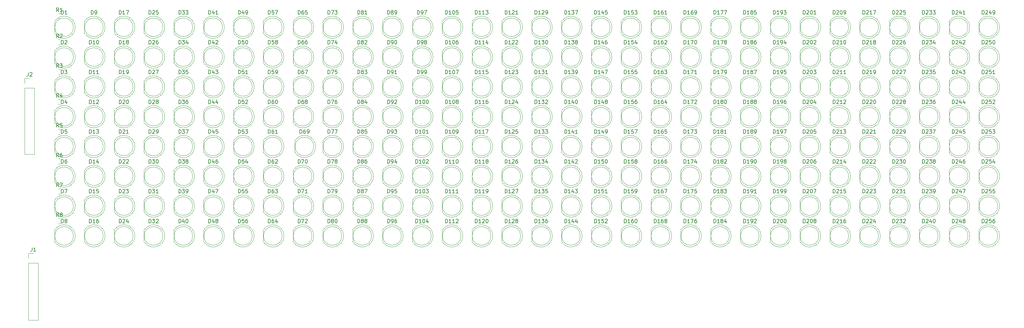
<source format=gbr>
G04 #@! TF.GenerationSoftware,KiCad,Pcbnew,(5.0.0)*
G04 #@! TF.CreationDate,2018-11-13T10:35:00+02:00*
G04 #@! TF.ProjectId,led_matrix,6C65645F6D61747269782E6B69636164,rev?*
G04 #@! TF.SameCoordinates,Original*
G04 #@! TF.FileFunction,Legend,Top*
G04 #@! TF.FilePolarity,Positive*
%FSLAX46Y46*%
G04 Gerber Fmt 4.6, Leading zero omitted, Abs format (unit mm)*
G04 Created by KiCad (PCBNEW (5.0.0)) date 11/13/18 10:35:00*
%MOMM*%
%LPD*%
G01*
G04 APERTURE LIST*
%ADD10C,0.120000*%
%ADD11C,0.150000*%
G04 APERTURE END LIST*
D10*
G04 #@! TO.C,D1*
X33760000Y-23900462D02*
G75*
G03X28210000Y-22355170I-2990000J462D01*
G01*
X33760000Y-23899538D02*
G75*
G02X28210000Y-25444830I-2990000J-462D01*
G01*
X33270000Y-23900000D02*
G75*
G03X33270000Y-23900000I-2500000J0D01*
G01*
X28210000Y-22355000D02*
X28210000Y-25445000D01*
G04 #@! TO.C,D2*
X28210000Y-30355000D02*
X28210000Y-33445000D01*
X33270000Y-31900000D02*
G75*
G03X33270000Y-31900000I-2500000J0D01*
G01*
X33760000Y-31899538D02*
G75*
G02X28210000Y-33444830I-2990000J-462D01*
G01*
X33760000Y-31900462D02*
G75*
G03X28210000Y-30355170I-2990000J462D01*
G01*
G04 #@! TO.C,D3*
X28210000Y-38355000D02*
X28210000Y-41445000D01*
X33270000Y-39900000D02*
G75*
G03X33270000Y-39900000I-2500000J0D01*
G01*
X33760000Y-39899538D02*
G75*
G02X28210000Y-41444830I-2990000J-462D01*
G01*
X33760000Y-39900462D02*
G75*
G03X28210000Y-38355170I-2990000J462D01*
G01*
G04 #@! TO.C,D4*
X33760000Y-47900462D02*
G75*
G03X28210000Y-46355170I-2990000J462D01*
G01*
X33760000Y-47899538D02*
G75*
G02X28210000Y-49444830I-2990000J-462D01*
G01*
X33270000Y-47900000D02*
G75*
G03X33270000Y-47900000I-2500000J0D01*
G01*
X28210000Y-46355000D02*
X28210000Y-49445000D01*
G04 #@! TO.C,D5*
X28210000Y-54355000D02*
X28210000Y-57445000D01*
X33270000Y-55900000D02*
G75*
G03X33270000Y-55900000I-2500000J0D01*
G01*
X33760000Y-55899538D02*
G75*
G02X28210000Y-57444830I-2990000J-462D01*
G01*
X33760000Y-55900462D02*
G75*
G03X28210000Y-54355170I-2990000J462D01*
G01*
G04 #@! TO.C,D6*
X33760000Y-63900462D02*
G75*
G03X28210000Y-62355170I-2990000J462D01*
G01*
X33760000Y-63899538D02*
G75*
G02X28210000Y-65444830I-2990000J-462D01*
G01*
X33270000Y-63900000D02*
G75*
G03X33270000Y-63900000I-2500000J0D01*
G01*
X28210000Y-62355000D02*
X28210000Y-65445000D01*
G04 #@! TO.C,D7*
X28210000Y-70355000D02*
X28210000Y-73445000D01*
X33270000Y-71900000D02*
G75*
G03X33270000Y-71900000I-2500000J0D01*
G01*
X33760000Y-71899538D02*
G75*
G02X28210000Y-73444830I-2990000J-462D01*
G01*
X33760000Y-71900462D02*
G75*
G03X28210000Y-70355170I-2990000J462D01*
G01*
G04 #@! TO.C,D8*
X33760000Y-79900462D02*
G75*
G03X28210000Y-78355170I-2990000J462D01*
G01*
X33760000Y-79899538D02*
G75*
G02X28210000Y-81444830I-2990000J-462D01*
G01*
X33270000Y-79900000D02*
G75*
G03X33270000Y-79900000I-2500000J0D01*
G01*
X28210000Y-78355000D02*
X28210000Y-81445000D01*
G04 #@! TO.C,D9*
X41760000Y-23900462D02*
G75*
G03X36210000Y-22355170I-2990000J462D01*
G01*
X41760000Y-23899538D02*
G75*
G02X36210000Y-25444830I-2990000J-462D01*
G01*
X41270000Y-23900000D02*
G75*
G03X41270000Y-23900000I-2500000J0D01*
G01*
X36210000Y-22355000D02*
X36210000Y-25445000D01*
G04 #@! TO.C,D10*
X41760000Y-31900462D02*
G75*
G03X36210000Y-30355170I-2990000J462D01*
G01*
X41760000Y-31899538D02*
G75*
G02X36210000Y-33444830I-2990000J-462D01*
G01*
X41270000Y-31900000D02*
G75*
G03X41270000Y-31900000I-2500000J0D01*
G01*
X36210000Y-30355000D02*
X36210000Y-33445000D01*
G04 #@! TO.C,D11*
X36210000Y-38355000D02*
X36210000Y-41445000D01*
X41270000Y-39900000D02*
G75*
G03X41270000Y-39900000I-2500000J0D01*
G01*
X41760000Y-39899538D02*
G75*
G02X36210000Y-41444830I-2990000J-462D01*
G01*
X41760000Y-39900462D02*
G75*
G03X36210000Y-38355170I-2990000J462D01*
G01*
G04 #@! TO.C,D12*
X41760000Y-47900462D02*
G75*
G03X36210000Y-46355170I-2990000J462D01*
G01*
X41760000Y-47899538D02*
G75*
G02X36210000Y-49444830I-2990000J-462D01*
G01*
X41270000Y-47900000D02*
G75*
G03X41270000Y-47900000I-2500000J0D01*
G01*
X36210000Y-46355000D02*
X36210000Y-49445000D01*
G04 #@! TO.C,D13*
X36210000Y-54355000D02*
X36210000Y-57445000D01*
X41270000Y-55900000D02*
G75*
G03X41270000Y-55900000I-2500000J0D01*
G01*
X41760000Y-55899538D02*
G75*
G02X36210000Y-57444830I-2990000J-462D01*
G01*
X41760000Y-55900462D02*
G75*
G03X36210000Y-54355170I-2990000J462D01*
G01*
G04 #@! TO.C,D14*
X41760000Y-63900462D02*
G75*
G03X36210000Y-62355170I-2990000J462D01*
G01*
X41760000Y-63899538D02*
G75*
G02X36210000Y-65444830I-2990000J-462D01*
G01*
X41270000Y-63900000D02*
G75*
G03X41270000Y-63900000I-2500000J0D01*
G01*
X36210000Y-62355000D02*
X36210000Y-65445000D01*
G04 #@! TO.C,D15*
X36210000Y-70355000D02*
X36210000Y-73445000D01*
X41270000Y-71900000D02*
G75*
G03X41270000Y-71900000I-2500000J0D01*
G01*
X41760000Y-71899538D02*
G75*
G02X36210000Y-73444830I-2990000J-462D01*
G01*
X41760000Y-71900462D02*
G75*
G03X36210000Y-70355170I-2990000J462D01*
G01*
G04 #@! TO.C,D16*
X41760000Y-79900462D02*
G75*
G03X36210000Y-78355170I-2990000J462D01*
G01*
X41760000Y-79899538D02*
G75*
G02X36210000Y-81444830I-2990000J-462D01*
G01*
X41270000Y-79900000D02*
G75*
G03X41270000Y-79900000I-2500000J0D01*
G01*
X36210000Y-78355000D02*
X36210000Y-81445000D01*
G04 #@! TO.C,D17*
X44210000Y-22355000D02*
X44210000Y-25445000D01*
X49270000Y-23900000D02*
G75*
G03X49270000Y-23900000I-2500000J0D01*
G01*
X49760000Y-23899538D02*
G75*
G02X44210000Y-25444830I-2990000J-462D01*
G01*
X49760000Y-23900462D02*
G75*
G03X44210000Y-22355170I-2990000J462D01*
G01*
G04 #@! TO.C,D18*
X44210000Y-30355000D02*
X44210000Y-33445000D01*
X49270000Y-31900000D02*
G75*
G03X49270000Y-31900000I-2500000J0D01*
G01*
X49760000Y-31899538D02*
G75*
G02X44210000Y-33444830I-2990000J-462D01*
G01*
X49760000Y-31900462D02*
G75*
G03X44210000Y-30355170I-2990000J462D01*
G01*
G04 #@! TO.C,D19*
X49760000Y-39900462D02*
G75*
G03X44210000Y-38355170I-2990000J462D01*
G01*
X49760000Y-39899538D02*
G75*
G02X44210000Y-41444830I-2990000J-462D01*
G01*
X49270000Y-39900000D02*
G75*
G03X49270000Y-39900000I-2500000J0D01*
G01*
X44210000Y-38355000D02*
X44210000Y-41445000D01*
G04 #@! TO.C,D20*
X44210000Y-46355000D02*
X44210000Y-49445000D01*
X49270000Y-47900000D02*
G75*
G03X49270000Y-47900000I-2500000J0D01*
G01*
X49760000Y-47899538D02*
G75*
G02X44210000Y-49444830I-2990000J-462D01*
G01*
X49760000Y-47900462D02*
G75*
G03X44210000Y-46355170I-2990000J462D01*
G01*
G04 #@! TO.C,D21*
X49760000Y-55900462D02*
G75*
G03X44210000Y-54355170I-2990000J462D01*
G01*
X49760000Y-55899538D02*
G75*
G02X44210000Y-57444830I-2990000J-462D01*
G01*
X49270000Y-55900000D02*
G75*
G03X49270000Y-55900000I-2500000J0D01*
G01*
X44210000Y-54355000D02*
X44210000Y-57445000D01*
G04 #@! TO.C,D22*
X44210000Y-62355000D02*
X44210000Y-65445000D01*
X49270000Y-63900000D02*
G75*
G03X49270000Y-63900000I-2500000J0D01*
G01*
X49760000Y-63899538D02*
G75*
G02X44210000Y-65444830I-2990000J-462D01*
G01*
X49760000Y-63900462D02*
G75*
G03X44210000Y-62355170I-2990000J462D01*
G01*
G04 #@! TO.C,D23*
X49760000Y-71900462D02*
G75*
G03X44210000Y-70355170I-2990000J462D01*
G01*
X49760000Y-71899538D02*
G75*
G02X44210000Y-73444830I-2990000J-462D01*
G01*
X49270000Y-71900000D02*
G75*
G03X49270000Y-71900000I-2500000J0D01*
G01*
X44210000Y-70355000D02*
X44210000Y-73445000D01*
G04 #@! TO.C,D24*
X44210000Y-78355000D02*
X44210000Y-81445000D01*
X49270000Y-79900000D02*
G75*
G03X49270000Y-79900000I-2500000J0D01*
G01*
X49760000Y-79899538D02*
G75*
G02X44210000Y-81444830I-2990000J-462D01*
G01*
X49760000Y-79900462D02*
G75*
G03X44210000Y-78355170I-2990000J462D01*
G01*
G04 #@! TO.C,D25*
X57760000Y-23900462D02*
G75*
G03X52210000Y-22355170I-2990000J462D01*
G01*
X57760000Y-23899538D02*
G75*
G02X52210000Y-25444830I-2990000J-462D01*
G01*
X57270000Y-23900000D02*
G75*
G03X57270000Y-23900000I-2500000J0D01*
G01*
X52210000Y-22355000D02*
X52210000Y-25445000D01*
G04 #@! TO.C,D26*
X52210000Y-30355000D02*
X52210000Y-33445000D01*
X57270000Y-31900000D02*
G75*
G03X57270000Y-31900000I-2500000J0D01*
G01*
X57760000Y-31899538D02*
G75*
G02X52210000Y-33444830I-2990000J-462D01*
G01*
X57760000Y-31900462D02*
G75*
G03X52210000Y-30355170I-2990000J462D01*
G01*
G04 #@! TO.C,D27*
X57760000Y-39900462D02*
G75*
G03X52210000Y-38355170I-2990000J462D01*
G01*
X57760000Y-39899538D02*
G75*
G02X52210000Y-41444830I-2990000J-462D01*
G01*
X57270000Y-39900000D02*
G75*
G03X57270000Y-39900000I-2500000J0D01*
G01*
X52210000Y-38355000D02*
X52210000Y-41445000D01*
G04 #@! TO.C,D28*
X52210000Y-46355000D02*
X52210000Y-49445000D01*
X57270000Y-47900000D02*
G75*
G03X57270000Y-47900000I-2500000J0D01*
G01*
X57760000Y-47899538D02*
G75*
G02X52210000Y-49444830I-2990000J-462D01*
G01*
X57760000Y-47900462D02*
G75*
G03X52210000Y-46355170I-2990000J462D01*
G01*
G04 #@! TO.C,D29*
X57760000Y-55900462D02*
G75*
G03X52210000Y-54355170I-2990000J462D01*
G01*
X57760000Y-55899538D02*
G75*
G02X52210000Y-57444830I-2990000J-462D01*
G01*
X57270000Y-55900000D02*
G75*
G03X57270000Y-55900000I-2500000J0D01*
G01*
X52210000Y-54355000D02*
X52210000Y-57445000D01*
G04 #@! TO.C,D30*
X52210000Y-62355000D02*
X52210000Y-65445000D01*
X57270000Y-63900000D02*
G75*
G03X57270000Y-63900000I-2500000J0D01*
G01*
X57760000Y-63899538D02*
G75*
G02X52210000Y-65444830I-2990000J-462D01*
G01*
X57760000Y-63900462D02*
G75*
G03X52210000Y-62355170I-2990000J462D01*
G01*
G04 #@! TO.C,D31*
X57760000Y-71900462D02*
G75*
G03X52210000Y-70355170I-2990000J462D01*
G01*
X57760000Y-71899538D02*
G75*
G02X52210000Y-73444830I-2990000J-462D01*
G01*
X57270000Y-71900000D02*
G75*
G03X57270000Y-71900000I-2500000J0D01*
G01*
X52210000Y-70355000D02*
X52210000Y-73445000D01*
G04 #@! TO.C,D32*
X52210000Y-78355000D02*
X52210000Y-81445000D01*
X57270000Y-79900000D02*
G75*
G03X57270000Y-79900000I-2500000J0D01*
G01*
X57760000Y-79899538D02*
G75*
G02X52210000Y-81444830I-2990000J-462D01*
G01*
X57760000Y-79900462D02*
G75*
G03X52210000Y-78355170I-2990000J462D01*
G01*
G04 #@! TO.C,D33*
X65760000Y-23900462D02*
G75*
G03X60210000Y-22355170I-2990000J462D01*
G01*
X65760000Y-23899538D02*
G75*
G02X60210000Y-25444830I-2990000J-462D01*
G01*
X65270000Y-23900000D02*
G75*
G03X65270000Y-23900000I-2500000J0D01*
G01*
X60210000Y-22355000D02*
X60210000Y-25445000D01*
G04 #@! TO.C,D34*
X65760000Y-31900462D02*
G75*
G03X60210000Y-30355170I-2990000J462D01*
G01*
X65760000Y-31899538D02*
G75*
G02X60210000Y-33444830I-2990000J-462D01*
G01*
X65270000Y-31900000D02*
G75*
G03X65270000Y-31900000I-2500000J0D01*
G01*
X60210000Y-30355000D02*
X60210000Y-33445000D01*
G04 #@! TO.C,D35*
X60210000Y-38355000D02*
X60210000Y-41445000D01*
X65270000Y-39900000D02*
G75*
G03X65270000Y-39900000I-2500000J0D01*
G01*
X65760000Y-39899538D02*
G75*
G02X60210000Y-41444830I-2990000J-462D01*
G01*
X65760000Y-39900462D02*
G75*
G03X60210000Y-38355170I-2990000J462D01*
G01*
G04 #@! TO.C,D36*
X65760000Y-47900462D02*
G75*
G03X60210000Y-46355170I-2990000J462D01*
G01*
X65760000Y-47899538D02*
G75*
G02X60210000Y-49444830I-2990000J-462D01*
G01*
X65270000Y-47900000D02*
G75*
G03X65270000Y-47900000I-2500000J0D01*
G01*
X60210000Y-46355000D02*
X60210000Y-49445000D01*
G04 #@! TO.C,D37*
X60210000Y-54355000D02*
X60210000Y-57445000D01*
X65270000Y-55900000D02*
G75*
G03X65270000Y-55900000I-2500000J0D01*
G01*
X65760000Y-55899538D02*
G75*
G02X60210000Y-57444830I-2990000J-462D01*
G01*
X65760000Y-55900462D02*
G75*
G03X60210000Y-54355170I-2990000J462D01*
G01*
G04 #@! TO.C,D38*
X65760000Y-63900462D02*
G75*
G03X60210000Y-62355170I-2990000J462D01*
G01*
X65760000Y-63899538D02*
G75*
G02X60210000Y-65444830I-2990000J-462D01*
G01*
X65270000Y-63900000D02*
G75*
G03X65270000Y-63900000I-2500000J0D01*
G01*
X60210000Y-62355000D02*
X60210000Y-65445000D01*
G04 #@! TO.C,D39*
X60210000Y-70355000D02*
X60210000Y-73445000D01*
X65270000Y-71900000D02*
G75*
G03X65270000Y-71900000I-2500000J0D01*
G01*
X65760000Y-71899538D02*
G75*
G02X60210000Y-73444830I-2990000J-462D01*
G01*
X65760000Y-71900462D02*
G75*
G03X60210000Y-70355170I-2990000J462D01*
G01*
G04 #@! TO.C,D40*
X65760000Y-79900462D02*
G75*
G03X60210000Y-78355170I-2990000J462D01*
G01*
X65760000Y-79899538D02*
G75*
G02X60210000Y-81444830I-2990000J-462D01*
G01*
X65270000Y-79900000D02*
G75*
G03X65270000Y-79900000I-2500000J0D01*
G01*
X60210000Y-78355000D02*
X60210000Y-81445000D01*
G04 #@! TO.C,D41*
X68210000Y-22355000D02*
X68210000Y-25445000D01*
X73270000Y-23900000D02*
G75*
G03X73270000Y-23900000I-2500000J0D01*
G01*
X73760000Y-23899538D02*
G75*
G02X68210000Y-25444830I-2990000J-462D01*
G01*
X73760000Y-23900462D02*
G75*
G03X68210000Y-22355170I-2990000J462D01*
G01*
G04 #@! TO.C,D42*
X68210000Y-30355000D02*
X68210000Y-33445000D01*
X73270000Y-31900000D02*
G75*
G03X73270000Y-31900000I-2500000J0D01*
G01*
X73760000Y-31899538D02*
G75*
G02X68210000Y-33444830I-2990000J-462D01*
G01*
X73760000Y-31900462D02*
G75*
G03X68210000Y-30355170I-2990000J462D01*
G01*
G04 #@! TO.C,D43*
X68210000Y-38355000D02*
X68210000Y-41445000D01*
X73270000Y-39900000D02*
G75*
G03X73270000Y-39900000I-2500000J0D01*
G01*
X73760000Y-39899538D02*
G75*
G02X68210000Y-41444830I-2990000J-462D01*
G01*
X73760000Y-39900462D02*
G75*
G03X68210000Y-38355170I-2990000J462D01*
G01*
G04 #@! TO.C,D44*
X73760000Y-47900462D02*
G75*
G03X68210000Y-46355170I-2990000J462D01*
G01*
X73760000Y-47899538D02*
G75*
G02X68210000Y-49444830I-2990000J-462D01*
G01*
X73270000Y-47900000D02*
G75*
G03X73270000Y-47900000I-2500000J0D01*
G01*
X68210000Y-46355000D02*
X68210000Y-49445000D01*
G04 #@! TO.C,D45*
X68210000Y-54355000D02*
X68210000Y-57445000D01*
X73270000Y-55900000D02*
G75*
G03X73270000Y-55900000I-2500000J0D01*
G01*
X73760000Y-55899538D02*
G75*
G02X68210000Y-57444830I-2990000J-462D01*
G01*
X73760000Y-55900462D02*
G75*
G03X68210000Y-54355170I-2990000J462D01*
G01*
G04 #@! TO.C,D46*
X73760000Y-63900462D02*
G75*
G03X68210000Y-62355170I-2990000J462D01*
G01*
X73760000Y-63899538D02*
G75*
G02X68210000Y-65444830I-2990000J-462D01*
G01*
X73270000Y-63900000D02*
G75*
G03X73270000Y-63900000I-2500000J0D01*
G01*
X68210000Y-62355000D02*
X68210000Y-65445000D01*
G04 #@! TO.C,D47*
X68210000Y-70355000D02*
X68210000Y-73445000D01*
X73270000Y-71900000D02*
G75*
G03X73270000Y-71900000I-2500000J0D01*
G01*
X73760000Y-71899538D02*
G75*
G02X68210000Y-73444830I-2990000J-462D01*
G01*
X73760000Y-71900462D02*
G75*
G03X68210000Y-70355170I-2990000J462D01*
G01*
G04 #@! TO.C,D48*
X73760000Y-79900462D02*
G75*
G03X68210000Y-78355170I-2990000J462D01*
G01*
X73760000Y-79899538D02*
G75*
G02X68210000Y-81444830I-2990000J-462D01*
G01*
X73270000Y-79900000D02*
G75*
G03X73270000Y-79900000I-2500000J0D01*
G01*
X68210000Y-78355000D02*
X68210000Y-81445000D01*
G04 #@! TO.C,D49*
X76210000Y-22355000D02*
X76210000Y-25445000D01*
X81270000Y-23900000D02*
G75*
G03X81270000Y-23900000I-2500000J0D01*
G01*
X81760000Y-23899538D02*
G75*
G02X76210000Y-25444830I-2990000J-462D01*
G01*
X81760000Y-23900462D02*
G75*
G03X76210000Y-22355170I-2990000J462D01*
G01*
G04 #@! TO.C,D50*
X81760000Y-31900462D02*
G75*
G03X76210000Y-30355170I-2990000J462D01*
G01*
X81760000Y-31899538D02*
G75*
G02X76210000Y-33444830I-2990000J-462D01*
G01*
X81270000Y-31900000D02*
G75*
G03X81270000Y-31900000I-2500000J0D01*
G01*
X76210000Y-30355000D02*
X76210000Y-33445000D01*
G04 #@! TO.C,D51*
X81760000Y-39900462D02*
G75*
G03X76210000Y-38355170I-2990000J462D01*
G01*
X81760000Y-39899538D02*
G75*
G02X76210000Y-41444830I-2990000J-462D01*
G01*
X81270000Y-39900000D02*
G75*
G03X81270000Y-39900000I-2500000J0D01*
G01*
X76210000Y-38355000D02*
X76210000Y-41445000D01*
G04 #@! TO.C,D52*
X76210000Y-46355000D02*
X76210000Y-49445000D01*
X81270000Y-47900000D02*
G75*
G03X81270000Y-47900000I-2500000J0D01*
G01*
X81760000Y-47899538D02*
G75*
G02X76210000Y-49444830I-2990000J-462D01*
G01*
X81760000Y-47900462D02*
G75*
G03X76210000Y-46355170I-2990000J462D01*
G01*
G04 #@! TO.C,D53*
X81760000Y-55900462D02*
G75*
G03X76210000Y-54355170I-2990000J462D01*
G01*
X81760000Y-55899538D02*
G75*
G02X76210000Y-57444830I-2990000J-462D01*
G01*
X81270000Y-55900000D02*
G75*
G03X81270000Y-55900000I-2500000J0D01*
G01*
X76210000Y-54355000D02*
X76210000Y-57445000D01*
G04 #@! TO.C,D54*
X76210000Y-62355000D02*
X76210000Y-65445000D01*
X81270000Y-63900000D02*
G75*
G03X81270000Y-63900000I-2500000J0D01*
G01*
X81760000Y-63899538D02*
G75*
G02X76210000Y-65444830I-2990000J-462D01*
G01*
X81760000Y-63900462D02*
G75*
G03X76210000Y-62355170I-2990000J462D01*
G01*
G04 #@! TO.C,D55*
X81760000Y-71900462D02*
G75*
G03X76210000Y-70355170I-2990000J462D01*
G01*
X81760000Y-71899538D02*
G75*
G02X76210000Y-73444830I-2990000J-462D01*
G01*
X81270000Y-71900000D02*
G75*
G03X81270000Y-71900000I-2500000J0D01*
G01*
X76210000Y-70355000D02*
X76210000Y-73445000D01*
G04 #@! TO.C,D56*
X76210000Y-78355000D02*
X76210000Y-81445000D01*
X81270000Y-79900000D02*
G75*
G03X81270000Y-79900000I-2500000J0D01*
G01*
X81760000Y-79899538D02*
G75*
G02X76210000Y-81444830I-2990000J-462D01*
G01*
X81760000Y-79900462D02*
G75*
G03X76210000Y-78355170I-2990000J462D01*
G01*
G04 #@! TO.C,D57*
X89760000Y-23900462D02*
G75*
G03X84210000Y-22355170I-2990000J462D01*
G01*
X89760000Y-23899538D02*
G75*
G02X84210000Y-25444830I-2990000J-462D01*
G01*
X89270000Y-23900000D02*
G75*
G03X89270000Y-23900000I-2500000J0D01*
G01*
X84210000Y-22355000D02*
X84210000Y-25445000D01*
G04 #@! TO.C,D58*
X84210000Y-30355000D02*
X84210000Y-33445000D01*
X89270000Y-31900000D02*
G75*
G03X89270000Y-31900000I-2500000J0D01*
G01*
X89760000Y-31899538D02*
G75*
G02X84210000Y-33444830I-2990000J-462D01*
G01*
X89760000Y-31900462D02*
G75*
G03X84210000Y-30355170I-2990000J462D01*
G01*
G04 #@! TO.C,D59*
X89760000Y-39900462D02*
G75*
G03X84210000Y-38355170I-2990000J462D01*
G01*
X89760000Y-39899538D02*
G75*
G02X84210000Y-41444830I-2990000J-462D01*
G01*
X89270000Y-39900000D02*
G75*
G03X89270000Y-39900000I-2500000J0D01*
G01*
X84210000Y-38355000D02*
X84210000Y-41445000D01*
G04 #@! TO.C,D60*
X84210000Y-46355000D02*
X84210000Y-49445000D01*
X89270000Y-47900000D02*
G75*
G03X89270000Y-47900000I-2500000J0D01*
G01*
X89760000Y-47899538D02*
G75*
G02X84210000Y-49444830I-2990000J-462D01*
G01*
X89760000Y-47900462D02*
G75*
G03X84210000Y-46355170I-2990000J462D01*
G01*
G04 #@! TO.C,D61*
X89760000Y-55900462D02*
G75*
G03X84210000Y-54355170I-2990000J462D01*
G01*
X89760000Y-55899538D02*
G75*
G02X84210000Y-57444830I-2990000J-462D01*
G01*
X89270000Y-55900000D02*
G75*
G03X89270000Y-55900000I-2500000J0D01*
G01*
X84210000Y-54355000D02*
X84210000Y-57445000D01*
G04 #@! TO.C,D62*
X84210000Y-62355000D02*
X84210000Y-65445000D01*
X89270000Y-63900000D02*
G75*
G03X89270000Y-63900000I-2500000J0D01*
G01*
X89760000Y-63899538D02*
G75*
G02X84210000Y-65444830I-2990000J-462D01*
G01*
X89760000Y-63900462D02*
G75*
G03X84210000Y-62355170I-2990000J462D01*
G01*
G04 #@! TO.C,D63*
X89760000Y-71900462D02*
G75*
G03X84210000Y-70355170I-2990000J462D01*
G01*
X89760000Y-71899538D02*
G75*
G02X84210000Y-73444830I-2990000J-462D01*
G01*
X89270000Y-71900000D02*
G75*
G03X89270000Y-71900000I-2500000J0D01*
G01*
X84210000Y-70355000D02*
X84210000Y-73445000D01*
G04 #@! TO.C,D64*
X84210000Y-78355000D02*
X84210000Y-81445000D01*
X89270000Y-79900000D02*
G75*
G03X89270000Y-79900000I-2500000J0D01*
G01*
X89760000Y-79899538D02*
G75*
G02X84210000Y-81444830I-2990000J-462D01*
G01*
X89760000Y-79900462D02*
G75*
G03X84210000Y-78355170I-2990000J462D01*
G01*
G04 #@! TO.C,D65*
X97760000Y-23900462D02*
G75*
G03X92210000Y-22355170I-2990000J462D01*
G01*
X97760000Y-23899538D02*
G75*
G02X92210000Y-25444830I-2990000J-462D01*
G01*
X97270000Y-23900000D02*
G75*
G03X97270000Y-23900000I-2500000J0D01*
G01*
X92210000Y-22355000D02*
X92210000Y-25445000D01*
G04 #@! TO.C,D66*
X92210000Y-30355000D02*
X92210000Y-33445000D01*
X97270000Y-31900000D02*
G75*
G03X97270000Y-31900000I-2500000J0D01*
G01*
X97760000Y-31899538D02*
G75*
G02X92210000Y-33444830I-2990000J-462D01*
G01*
X97760000Y-31900462D02*
G75*
G03X92210000Y-30355170I-2990000J462D01*
G01*
G04 #@! TO.C,D67*
X97760000Y-39900462D02*
G75*
G03X92210000Y-38355170I-2990000J462D01*
G01*
X97760000Y-39899538D02*
G75*
G02X92210000Y-41444830I-2990000J-462D01*
G01*
X97270000Y-39900000D02*
G75*
G03X97270000Y-39900000I-2500000J0D01*
G01*
X92210000Y-38355000D02*
X92210000Y-41445000D01*
G04 #@! TO.C,D68*
X97760000Y-47900462D02*
G75*
G03X92210000Y-46355170I-2990000J462D01*
G01*
X97760000Y-47899538D02*
G75*
G02X92210000Y-49444830I-2990000J-462D01*
G01*
X97270000Y-47900000D02*
G75*
G03X97270000Y-47900000I-2500000J0D01*
G01*
X92210000Y-46355000D02*
X92210000Y-49445000D01*
G04 #@! TO.C,D69*
X92685001Y-54355000D02*
X92685001Y-57445000D01*
X97745001Y-55900000D02*
G75*
G03X97745001Y-55900000I-2500000J0D01*
G01*
X98235001Y-55899538D02*
G75*
G02X92685001Y-57444830I-2990000J-462D01*
G01*
X98235001Y-55900462D02*
G75*
G03X92685001Y-54355170I-2990000J462D01*
G01*
G04 #@! TO.C,D70*
X97760000Y-63900462D02*
G75*
G03X92210000Y-62355170I-2990000J462D01*
G01*
X97760000Y-63899538D02*
G75*
G02X92210000Y-65444830I-2990000J-462D01*
G01*
X97270000Y-63900000D02*
G75*
G03X97270000Y-63900000I-2500000J0D01*
G01*
X92210000Y-62355000D02*
X92210000Y-65445000D01*
G04 #@! TO.C,D71*
X92210000Y-70355000D02*
X92210000Y-73445000D01*
X97270000Y-71900000D02*
G75*
G03X97270000Y-71900000I-2500000J0D01*
G01*
X97760000Y-71899538D02*
G75*
G02X92210000Y-73444830I-2990000J-462D01*
G01*
X97760000Y-71900462D02*
G75*
G03X92210000Y-70355170I-2990000J462D01*
G01*
G04 #@! TO.C,D72*
X97760000Y-79900462D02*
G75*
G03X92210000Y-78355170I-2990000J462D01*
G01*
X97760000Y-79899538D02*
G75*
G02X92210000Y-81444830I-2990000J-462D01*
G01*
X97270000Y-79900000D02*
G75*
G03X97270000Y-79900000I-2500000J0D01*
G01*
X92210000Y-78355000D02*
X92210000Y-81445000D01*
G04 #@! TO.C,D73*
X100210000Y-22355000D02*
X100210000Y-25445000D01*
X105270000Y-23900000D02*
G75*
G03X105270000Y-23900000I-2500000J0D01*
G01*
X105760000Y-23899538D02*
G75*
G02X100210000Y-25444830I-2990000J-462D01*
G01*
X105760000Y-23900462D02*
G75*
G03X100210000Y-22355170I-2990000J462D01*
G01*
G04 #@! TO.C,D74*
X105760000Y-31900462D02*
G75*
G03X100210000Y-30355170I-2990000J462D01*
G01*
X105760000Y-31899538D02*
G75*
G02X100210000Y-33444830I-2990000J-462D01*
G01*
X105270000Y-31900000D02*
G75*
G03X105270000Y-31900000I-2500000J0D01*
G01*
X100210000Y-30355000D02*
X100210000Y-33445000D01*
G04 #@! TO.C,D75*
X105760000Y-39900462D02*
G75*
G03X100210000Y-38355170I-2990000J462D01*
G01*
X105760000Y-39899538D02*
G75*
G02X100210000Y-41444830I-2990000J-462D01*
G01*
X105270000Y-39900000D02*
G75*
G03X105270000Y-39900000I-2500000J0D01*
G01*
X100210000Y-38355000D02*
X100210000Y-41445000D01*
G04 #@! TO.C,D76*
X105760000Y-47900462D02*
G75*
G03X100210000Y-46355170I-2990000J462D01*
G01*
X105760000Y-47899538D02*
G75*
G02X100210000Y-49444830I-2990000J-462D01*
G01*
X105270000Y-47900000D02*
G75*
G03X105270000Y-47900000I-2500000J0D01*
G01*
X100210000Y-46355000D02*
X100210000Y-49445000D01*
G04 #@! TO.C,D77*
X100210000Y-54355000D02*
X100210000Y-57445000D01*
X105270000Y-55900000D02*
G75*
G03X105270000Y-55900000I-2500000J0D01*
G01*
X105760000Y-55899538D02*
G75*
G02X100210000Y-57444830I-2990000J-462D01*
G01*
X105760000Y-55900462D02*
G75*
G03X100210000Y-54355170I-2990000J462D01*
G01*
G04 #@! TO.C,D78*
X105760000Y-63900462D02*
G75*
G03X100210000Y-62355170I-2990000J462D01*
G01*
X105760000Y-63899538D02*
G75*
G02X100210000Y-65444830I-2990000J-462D01*
G01*
X105270000Y-63900000D02*
G75*
G03X105270000Y-63900000I-2500000J0D01*
G01*
X100210000Y-62355000D02*
X100210000Y-65445000D01*
G04 #@! TO.C,D79*
X100210000Y-70355000D02*
X100210000Y-73445000D01*
X105270000Y-71900000D02*
G75*
G03X105270000Y-71900000I-2500000J0D01*
G01*
X105760000Y-71899538D02*
G75*
G02X100210000Y-73444830I-2990000J-462D01*
G01*
X105760000Y-71900462D02*
G75*
G03X100210000Y-70355170I-2990000J462D01*
G01*
G04 #@! TO.C,D80*
X105760000Y-79900462D02*
G75*
G03X100210000Y-78355170I-2990000J462D01*
G01*
X105760000Y-79899538D02*
G75*
G02X100210000Y-81444830I-2990000J-462D01*
G01*
X105270000Y-79900000D02*
G75*
G03X105270000Y-79900000I-2500000J0D01*
G01*
X100210000Y-78355000D02*
X100210000Y-81445000D01*
G04 #@! TO.C,D81*
X108210000Y-22355000D02*
X108210000Y-25445000D01*
X113270000Y-23900000D02*
G75*
G03X113270000Y-23900000I-2500000J0D01*
G01*
X113760000Y-23899538D02*
G75*
G02X108210000Y-25444830I-2990000J-462D01*
G01*
X113760000Y-23900462D02*
G75*
G03X108210000Y-22355170I-2990000J462D01*
G01*
G04 #@! TO.C,D82*
X113760000Y-31900462D02*
G75*
G03X108210000Y-30355170I-2990000J462D01*
G01*
X113760000Y-31899538D02*
G75*
G02X108210000Y-33444830I-2990000J-462D01*
G01*
X113270000Y-31900000D02*
G75*
G03X113270000Y-31900000I-2500000J0D01*
G01*
X108210000Y-30355000D02*
X108210000Y-33445000D01*
G04 #@! TO.C,D83*
X108210000Y-38355000D02*
X108210000Y-41445000D01*
X113270000Y-39900000D02*
G75*
G03X113270000Y-39900000I-2500000J0D01*
G01*
X113760000Y-39899538D02*
G75*
G02X108210000Y-41444830I-2990000J-462D01*
G01*
X113760000Y-39900462D02*
G75*
G03X108210000Y-38355170I-2990000J462D01*
G01*
G04 #@! TO.C,D84*
X113760000Y-47900462D02*
G75*
G03X108210000Y-46355170I-2990000J462D01*
G01*
X113760000Y-47899538D02*
G75*
G02X108210000Y-49444830I-2990000J-462D01*
G01*
X113270000Y-47900000D02*
G75*
G03X113270000Y-47900000I-2500000J0D01*
G01*
X108210000Y-46355000D02*
X108210000Y-49445000D01*
G04 #@! TO.C,D85*
X108210000Y-54355000D02*
X108210000Y-57445000D01*
X113270000Y-55900000D02*
G75*
G03X113270000Y-55900000I-2500000J0D01*
G01*
X113760000Y-55899538D02*
G75*
G02X108210000Y-57444830I-2990000J-462D01*
G01*
X113760000Y-55900462D02*
G75*
G03X108210000Y-54355170I-2990000J462D01*
G01*
G04 #@! TO.C,D86*
X113760000Y-63900462D02*
G75*
G03X108210000Y-62355170I-2990000J462D01*
G01*
X113760000Y-63899538D02*
G75*
G02X108210000Y-65444830I-2990000J-462D01*
G01*
X113270000Y-63900000D02*
G75*
G03X113270000Y-63900000I-2500000J0D01*
G01*
X108210000Y-62355000D02*
X108210000Y-65445000D01*
G04 #@! TO.C,D87*
X108210000Y-70355000D02*
X108210000Y-73445000D01*
X113270000Y-71900000D02*
G75*
G03X113270000Y-71900000I-2500000J0D01*
G01*
X113760000Y-71899538D02*
G75*
G02X108210000Y-73444830I-2990000J-462D01*
G01*
X113760000Y-71900462D02*
G75*
G03X108210000Y-70355170I-2990000J462D01*
G01*
G04 #@! TO.C,D88*
X113760000Y-79900462D02*
G75*
G03X108210000Y-78355170I-2990000J462D01*
G01*
X113760000Y-79899538D02*
G75*
G02X108210000Y-81444830I-2990000J-462D01*
G01*
X113270000Y-79900000D02*
G75*
G03X113270000Y-79900000I-2500000J0D01*
G01*
X108210000Y-78355000D02*
X108210000Y-81445000D01*
G04 #@! TO.C,D89*
X116210000Y-22355000D02*
X116210000Y-25445000D01*
X121270000Y-23900000D02*
G75*
G03X121270000Y-23900000I-2500000J0D01*
G01*
X121760000Y-23899538D02*
G75*
G02X116210000Y-25444830I-2990000J-462D01*
G01*
X121760000Y-23900462D02*
G75*
G03X116210000Y-22355170I-2990000J462D01*
G01*
G04 #@! TO.C,D90*
X121760000Y-31900462D02*
G75*
G03X116210000Y-30355170I-2990000J462D01*
G01*
X121760000Y-31899538D02*
G75*
G02X116210000Y-33444830I-2990000J-462D01*
G01*
X121270000Y-31900000D02*
G75*
G03X121270000Y-31900000I-2500000J0D01*
G01*
X116210000Y-30355000D02*
X116210000Y-33445000D01*
G04 #@! TO.C,D91*
X116210000Y-38355000D02*
X116210000Y-41445000D01*
X121270000Y-39900000D02*
G75*
G03X121270000Y-39900000I-2500000J0D01*
G01*
X121760000Y-39899538D02*
G75*
G02X116210000Y-41444830I-2990000J-462D01*
G01*
X121760000Y-39900462D02*
G75*
G03X116210000Y-38355170I-2990000J462D01*
G01*
G04 #@! TO.C,D92*
X116210000Y-46355000D02*
X116210000Y-49445000D01*
X121270000Y-47900000D02*
G75*
G03X121270000Y-47900000I-2500000J0D01*
G01*
X121760000Y-47899538D02*
G75*
G02X116210000Y-49444830I-2990000J-462D01*
G01*
X121760000Y-47900462D02*
G75*
G03X116210000Y-46355170I-2990000J462D01*
G01*
G04 #@! TO.C,D93*
X121760000Y-55900462D02*
G75*
G03X116210000Y-54355170I-2990000J462D01*
G01*
X121760000Y-55899538D02*
G75*
G02X116210000Y-57444830I-2990000J-462D01*
G01*
X121270000Y-55900000D02*
G75*
G03X121270000Y-55900000I-2500000J0D01*
G01*
X116210000Y-54355000D02*
X116210000Y-57445000D01*
G04 #@! TO.C,D94*
X116210000Y-62355000D02*
X116210000Y-65445000D01*
X121270000Y-63900000D02*
G75*
G03X121270000Y-63900000I-2500000J0D01*
G01*
X121760000Y-63899538D02*
G75*
G02X116210000Y-65444830I-2990000J-462D01*
G01*
X121760000Y-63900462D02*
G75*
G03X116210000Y-62355170I-2990000J462D01*
G01*
G04 #@! TO.C,D95*
X121760000Y-71900462D02*
G75*
G03X116210000Y-70355170I-2990000J462D01*
G01*
X121760000Y-71899538D02*
G75*
G02X116210000Y-73444830I-2990000J-462D01*
G01*
X121270000Y-71900000D02*
G75*
G03X121270000Y-71900000I-2500000J0D01*
G01*
X116210000Y-70355000D02*
X116210000Y-73445000D01*
G04 #@! TO.C,D96*
X116210000Y-78355000D02*
X116210000Y-81445000D01*
X121270000Y-79900000D02*
G75*
G03X121270000Y-79900000I-2500000J0D01*
G01*
X121760000Y-79899538D02*
G75*
G02X116210000Y-81444830I-2990000J-462D01*
G01*
X121760000Y-79900462D02*
G75*
G03X116210000Y-78355170I-2990000J462D01*
G01*
G04 #@! TO.C,D97*
X129760000Y-23900462D02*
G75*
G03X124210000Y-22355170I-2990000J462D01*
G01*
X129760000Y-23899538D02*
G75*
G02X124210000Y-25444830I-2990000J-462D01*
G01*
X129270000Y-23900000D02*
G75*
G03X129270000Y-23900000I-2500000J0D01*
G01*
X124210000Y-22355000D02*
X124210000Y-25445000D01*
G04 #@! TO.C,D98*
X129760000Y-31900462D02*
G75*
G03X124210000Y-30355170I-2990000J462D01*
G01*
X129760000Y-31899538D02*
G75*
G02X124210000Y-33444830I-2990000J-462D01*
G01*
X129270000Y-31900000D02*
G75*
G03X129270000Y-31900000I-2500000J0D01*
G01*
X124210000Y-30355000D02*
X124210000Y-33445000D01*
G04 #@! TO.C,D99*
X124210000Y-38355000D02*
X124210000Y-41445000D01*
X129270000Y-39900000D02*
G75*
G03X129270000Y-39900000I-2500000J0D01*
G01*
X129760000Y-39899538D02*
G75*
G02X124210000Y-41444830I-2990000J-462D01*
G01*
X129760000Y-39900462D02*
G75*
G03X124210000Y-38355170I-2990000J462D01*
G01*
G04 #@! TO.C,D100*
X124210000Y-46355000D02*
X124210000Y-49445000D01*
X129270000Y-47900000D02*
G75*
G03X129270000Y-47900000I-2500000J0D01*
G01*
X129760000Y-47899538D02*
G75*
G02X124210000Y-49444830I-2990000J-462D01*
G01*
X129760000Y-47900462D02*
G75*
G03X124210000Y-46355170I-2990000J462D01*
G01*
G04 #@! TO.C,D101*
X124210000Y-54355000D02*
X124210000Y-57445000D01*
X129270000Y-55900000D02*
G75*
G03X129270000Y-55900000I-2500000J0D01*
G01*
X129760000Y-55899538D02*
G75*
G02X124210000Y-57444830I-2990000J-462D01*
G01*
X129760000Y-55900462D02*
G75*
G03X124210000Y-54355170I-2990000J462D01*
G01*
G04 #@! TO.C,D102*
X129760000Y-63900462D02*
G75*
G03X124210000Y-62355170I-2990000J462D01*
G01*
X129760000Y-63899538D02*
G75*
G02X124210000Y-65444830I-2990000J-462D01*
G01*
X129270000Y-63900000D02*
G75*
G03X129270000Y-63900000I-2500000J0D01*
G01*
X124210000Y-62355000D02*
X124210000Y-65445000D01*
G04 #@! TO.C,D103*
X124210000Y-70355000D02*
X124210000Y-73445000D01*
X129270000Y-71900000D02*
G75*
G03X129270000Y-71900000I-2500000J0D01*
G01*
X129760000Y-71899538D02*
G75*
G02X124210000Y-73444830I-2990000J-462D01*
G01*
X129760000Y-71900462D02*
G75*
G03X124210000Y-70355170I-2990000J462D01*
G01*
G04 #@! TO.C,D104*
X129760000Y-79900462D02*
G75*
G03X124210000Y-78355170I-2990000J462D01*
G01*
X129760000Y-79899538D02*
G75*
G02X124210000Y-81444830I-2990000J-462D01*
G01*
X129270000Y-79900000D02*
G75*
G03X129270000Y-79900000I-2500000J0D01*
G01*
X124210000Y-78355000D02*
X124210000Y-81445000D01*
G04 #@! TO.C,D105*
X132210000Y-22355000D02*
X132210000Y-25445000D01*
X137270000Y-23900000D02*
G75*
G03X137270000Y-23900000I-2500000J0D01*
G01*
X137760000Y-23899538D02*
G75*
G02X132210000Y-25444830I-2990000J-462D01*
G01*
X137760000Y-23900462D02*
G75*
G03X132210000Y-22355170I-2990000J462D01*
G01*
G04 #@! TO.C,D106*
X137760000Y-31900462D02*
G75*
G03X132210000Y-30355170I-2990000J462D01*
G01*
X137760000Y-31899538D02*
G75*
G02X132210000Y-33444830I-2990000J-462D01*
G01*
X137270000Y-31900000D02*
G75*
G03X137270000Y-31900000I-2500000J0D01*
G01*
X132210000Y-30355000D02*
X132210000Y-33445000D01*
G04 #@! TO.C,D107*
X132210000Y-38355000D02*
X132210000Y-41445000D01*
X137270000Y-39900000D02*
G75*
G03X137270000Y-39900000I-2500000J0D01*
G01*
X137760000Y-39899538D02*
G75*
G02X132210000Y-41444830I-2990000J-462D01*
G01*
X137760000Y-39900462D02*
G75*
G03X132210000Y-38355170I-2990000J462D01*
G01*
G04 #@! TO.C,D108*
X132210000Y-46355000D02*
X132210000Y-49445000D01*
X137270000Y-47900000D02*
G75*
G03X137270000Y-47900000I-2500000J0D01*
G01*
X137760000Y-47899538D02*
G75*
G02X132210000Y-49444830I-2990000J-462D01*
G01*
X137760000Y-47900462D02*
G75*
G03X132210000Y-46355170I-2990000J462D01*
G01*
G04 #@! TO.C,D109*
X132210000Y-54355000D02*
X132210000Y-57445000D01*
X137270000Y-55900000D02*
G75*
G03X137270000Y-55900000I-2500000J0D01*
G01*
X137760000Y-55899538D02*
G75*
G02X132210000Y-57444830I-2990000J-462D01*
G01*
X137760000Y-55900462D02*
G75*
G03X132210000Y-54355170I-2990000J462D01*
G01*
G04 #@! TO.C,D110*
X137760000Y-63900462D02*
G75*
G03X132210000Y-62355170I-2990000J462D01*
G01*
X137760000Y-63899538D02*
G75*
G02X132210000Y-65444830I-2990000J-462D01*
G01*
X137270000Y-63900000D02*
G75*
G03X137270000Y-63900000I-2500000J0D01*
G01*
X132210000Y-62355000D02*
X132210000Y-65445000D01*
G04 #@! TO.C,D111*
X132210000Y-70355000D02*
X132210000Y-73445000D01*
X137270000Y-71900000D02*
G75*
G03X137270000Y-71900000I-2500000J0D01*
G01*
X137760000Y-71899538D02*
G75*
G02X132210000Y-73444830I-2990000J-462D01*
G01*
X137760000Y-71900462D02*
G75*
G03X132210000Y-70355170I-2990000J462D01*
G01*
G04 #@! TO.C,D112*
X137760000Y-79900462D02*
G75*
G03X132210000Y-78355170I-2990000J462D01*
G01*
X137760000Y-79899538D02*
G75*
G02X132210000Y-81444830I-2990000J-462D01*
G01*
X137270000Y-79900000D02*
G75*
G03X137270000Y-79900000I-2500000J0D01*
G01*
X132210000Y-78355000D02*
X132210000Y-81445000D01*
G04 #@! TO.C,D113*
X140210000Y-22355000D02*
X140210000Y-25445000D01*
X145270000Y-23900000D02*
G75*
G03X145270000Y-23900000I-2500000J0D01*
G01*
X145760000Y-23899538D02*
G75*
G02X140210000Y-25444830I-2990000J-462D01*
G01*
X145760000Y-23900462D02*
G75*
G03X140210000Y-22355170I-2990000J462D01*
G01*
G04 #@! TO.C,D114*
X145760000Y-31900462D02*
G75*
G03X140210000Y-30355170I-2990000J462D01*
G01*
X145760000Y-31899538D02*
G75*
G02X140210000Y-33444830I-2990000J-462D01*
G01*
X145270000Y-31900000D02*
G75*
G03X145270000Y-31900000I-2500000J0D01*
G01*
X140210000Y-30355000D02*
X140210000Y-33445000D01*
G04 #@! TO.C,D115*
X140210000Y-38355000D02*
X140210000Y-41445000D01*
X145270000Y-39900000D02*
G75*
G03X145270000Y-39900000I-2500000J0D01*
G01*
X145760000Y-39899538D02*
G75*
G02X140210000Y-41444830I-2990000J-462D01*
G01*
X145760000Y-39900462D02*
G75*
G03X140210000Y-38355170I-2990000J462D01*
G01*
G04 #@! TO.C,D116*
X145760000Y-47900462D02*
G75*
G03X140210000Y-46355170I-2990000J462D01*
G01*
X145760000Y-47899538D02*
G75*
G02X140210000Y-49444830I-2990000J-462D01*
G01*
X145270000Y-47900000D02*
G75*
G03X145270000Y-47900000I-2500000J0D01*
G01*
X140210000Y-46355000D02*
X140210000Y-49445000D01*
G04 #@! TO.C,D117*
X145760000Y-55900462D02*
G75*
G03X140210000Y-54355170I-2990000J462D01*
G01*
X145760000Y-55899538D02*
G75*
G02X140210000Y-57444830I-2990000J-462D01*
G01*
X145270000Y-55900000D02*
G75*
G03X145270000Y-55900000I-2500000J0D01*
G01*
X140210000Y-54355000D02*
X140210000Y-57445000D01*
G04 #@! TO.C,D118*
X140210000Y-62355000D02*
X140210000Y-65445000D01*
X145270000Y-63900000D02*
G75*
G03X145270000Y-63900000I-2500000J0D01*
G01*
X145760000Y-63899538D02*
G75*
G02X140210000Y-65444830I-2990000J-462D01*
G01*
X145760000Y-63900462D02*
G75*
G03X140210000Y-62355170I-2990000J462D01*
G01*
G04 #@! TO.C,D119*
X145760000Y-71900462D02*
G75*
G03X140210000Y-70355170I-2990000J462D01*
G01*
X145760000Y-71899538D02*
G75*
G02X140210000Y-73444830I-2990000J-462D01*
G01*
X145270000Y-71900000D02*
G75*
G03X145270000Y-71900000I-2500000J0D01*
G01*
X140210000Y-70355000D02*
X140210000Y-73445000D01*
G04 #@! TO.C,D120*
X140210000Y-78355000D02*
X140210000Y-81445000D01*
X145270000Y-79900000D02*
G75*
G03X145270000Y-79900000I-2500000J0D01*
G01*
X145760000Y-79899538D02*
G75*
G02X140210000Y-81444830I-2990000J-462D01*
G01*
X145760000Y-79900462D02*
G75*
G03X140210000Y-78355170I-2990000J462D01*
G01*
G04 #@! TO.C,D121*
X153760000Y-23900462D02*
G75*
G03X148210000Y-22355170I-2990000J462D01*
G01*
X153760000Y-23899538D02*
G75*
G02X148210000Y-25444830I-2990000J-462D01*
G01*
X153270000Y-23900000D02*
G75*
G03X153270000Y-23900000I-2500000J0D01*
G01*
X148210000Y-22355000D02*
X148210000Y-25445000D01*
G04 #@! TO.C,D122*
X148210000Y-30355000D02*
X148210000Y-33445000D01*
X153270000Y-31900000D02*
G75*
G03X153270000Y-31900000I-2500000J0D01*
G01*
X153760000Y-31899538D02*
G75*
G02X148210000Y-33444830I-2990000J-462D01*
G01*
X153760000Y-31900462D02*
G75*
G03X148210000Y-30355170I-2990000J462D01*
G01*
G04 #@! TO.C,D123*
X153760000Y-39900462D02*
G75*
G03X148210000Y-38355170I-2990000J462D01*
G01*
X153760000Y-39899538D02*
G75*
G02X148210000Y-41444830I-2990000J-462D01*
G01*
X153270000Y-39900000D02*
G75*
G03X153270000Y-39900000I-2500000J0D01*
G01*
X148210000Y-38355000D02*
X148210000Y-41445000D01*
G04 #@! TO.C,D124*
X148210000Y-46355000D02*
X148210000Y-49445000D01*
X153270000Y-47900000D02*
G75*
G03X153270000Y-47900000I-2500000J0D01*
G01*
X153760000Y-47899538D02*
G75*
G02X148210000Y-49444830I-2990000J-462D01*
G01*
X153760000Y-47900462D02*
G75*
G03X148210000Y-46355170I-2990000J462D01*
G01*
G04 #@! TO.C,D125*
X153760000Y-55900462D02*
G75*
G03X148210000Y-54355170I-2990000J462D01*
G01*
X153760000Y-55899538D02*
G75*
G02X148210000Y-57444830I-2990000J-462D01*
G01*
X153270000Y-55900000D02*
G75*
G03X153270000Y-55900000I-2500000J0D01*
G01*
X148210000Y-54355000D02*
X148210000Y-57445000D01*
G04 #@! TO.C,D126*
X148210000Y-62355000D02*
X148210000Y-65445000D01*
X153270000Y-63900000D02*
G75*
G03X153270000Y-63900000I-2500000J0D01*
G01*
X153760000Y-63899538D02*
G75*
G02X148210000Y-65444830I-2990000J-462D01*
G01*
X153760000Y-63900462D02*
G75*
G03X148210000Y-62355170I-2990000J462D01*
G01*
G04 #@! TO.C,D127*
X153760000Y-71900462D02*
G75*
G03X148210000Y-70355170I-2990000J462D01*
G01*
X153760000Y-71899538D02*
G75*
G02X148210000Y-73444830I-2990000J-462D01*
G01*
X153270000Y-71900000D02*
G75*
G03X153270000Y-71900000I-2500000J0D01*
G01*
X148210000Y-70355000D02*
X148210000Y-73445000D01*
G04 #@! TO.C,D128*
X148210000Y-78355000D02*
X148210000Y-81445000D01*
X153270000Y-79900000D02*
G75*
G03X153270000Y-79900000I-2500000J0D01*
G01*
X153760000Y-79899538D02*
G75*
G02X148210000Y-81444830I-2990000J-462D01*
G01*
X153760000Y-79900462D02*
G75*
G03X148210000Y-78355170I-2990000J462D01*
G01*
G04 #@! TO.C,D129*
X161760000Y-23900462D02*
G75*
G03X156210000Y-22355170I-2990000J462D01*
G01*
X161760000Y-23899538D02*
G75*
G02X156210000Y-25444830I-2990000J-462D01*
G01*
X161270000Y-23900000D02*
G75*
G03X161270000Y-23900000I-2500000J0D01*
G01*
X156210000Y-22355000D02*
X156210000Y-25445000D01*
G04 #@! TO.C,D130*
X156210000Y-30355000D02*
X156210000Y-33445000D01*
X161270000Y-31900000D02*
G75*
G03X161270000Y-31900000I-2500000J0D01*
G01*
X161760000Y-31899538D02*
G75*
G02X156210000Y-33444830I-2990000J-462D01*
G01*
X161760000Y-31900462D02*
G75*
G03X156210000Y-30355170I-2990000J462D01*
G01*
G04 #@! TO.C,D131*
X161760000Y-39900462D02*
G75*
G03X156210000Y-38355170I-2990000J462D01*
G01*
X161760000Y-39899538D02*
G75*
G02X156210000Y-41444830I-2990000J-462D01*
G01*
X161270000Y-39900000D02*
G75*
G03X161270000Y-39900000I-2500000J0D01*
G01*
X156210000Y-38355000D02*
X156210000Y-41445000D01*
G04 #@! TO.C,D132*
X156210000Y-46355000D02*
X156210000Y-49445000D01*
X161270000Y-47900000D02*
G75*
G03X161270000Y-47900000I-2500000J0D01*
G01*
X161760000Y-47899538D02*
G75*
G02X156210000Y-49444830I-2990000J-462D01*
G01*
X161760000Y-47900462D02*
G75*
G03X156210000Y-46355170I-2990000J462D01*
G01*
G04 #@! TO.C,D133*
X156210000Y-54355000D02*
X156210000Y-57445000D01*
X161270000Y-55900000D02*
G75*
G03X161270000Y-55900000I-2500000J0D01*
G01*
X161760000Y-55899538D02*
G75*
G02X156210000Y-57444830I-2990000J-462D01*
G01*
X161760000Y-55900462D02*
G75*
G03X156210000Y-54355170I-2990000J462D01*
G01*
G04 #@! TO.C,D134*
X156210000Y-62355000D02*
X156210000Y-65445000D01*
X161270000Y-63900000D02*
G75*
G03X161270000Y-63900000I-2500000J0D01*
G01*
X161760000Y-63899538D02*
G75*
G02X156210000Y-65444830I-2990000J-462D01*
G01*
X161760000Y-63900462D02*
G75*
G03X156210000Y-62355170I-2990000J462D01*
G01*
G04 #@! TO.C,D135*
X161760000Y-71900462D02*
G75*
G03X156210000Y-70355170I-2990000J462D01*
G01*
X161760000Y-71899538D02*
G75*
G02X156210000Y-73444830I-2990000J-462D01*
G01*
X161270000Y-71900000D02*
G75*
G03X161270000Y-71900000I-2500000J0D01*
G01*
X156210000Y-70355000D02*
X156210000Y-73445000D01*
G04 #@! TO.C,D136*
X156210000Y-78355000D02*
X156210000Y-81445000D01*
X161270000Y-79900000D02*
G75*
G03X161270000Y-79900000I-2500000J0D01*
G01*
X161760000Y-79899538D02*
G75*
G02X156210000Y-81444830I-2990000J-462D01*
G01*
X161760000Y-79900462D02*
G75*
G03X156210000Y-78355170I-2990000J462D01*
G01*
G04 #@! TO.C,D137*
X169760000Y-23900462D02*
G75*
G03X164210000Y-22355170I-2990000J462D01*
G01*
X169760000Y-23899538D02*
G75*
G02X164210000Y-25444830I-2990000J-462D01*
G01*
X169270000Y-23900000D02*
G75*
G03X169270000Y-23900000I-2500000J0D01*
G01*
X164210000Y-22355000D02*
X164210000Y-25445000D01*
G04 #@! TO.C,D138*
X164210000Y-30355000D02*
X164210000Y-33445000D01*
X169270000Y-31900000D02*
G75*
G03X169270000Y-31900000I-2500000J0D01*
G01*
X169760000Y-31899538D02*
G75*
G02X164210000Y-33444830I-2990000J-462D01*
G01*
X169760000Y-31900462D02*
G75*
G03X164210000Y-30355170I-2990000J462D01*
G01*
G04 #@! TO.C,D139*
X169760000Y-39900462D02*
G75*
G03X164210000Y-38355170I-2990000J462D01*
G01*
X169760000Y-39899538D02*
G75*
G02X164210000Y-41444830I-2990000J-462D01*
G01*
X169270000Y-39900000D02*
G75*
G03X169270000Y-39900000I-2500000J0D01*
G01*
X164210000Y-38355000D02*
X164210000Y-41445000D01*
G04 #@! TO.C,D140*
X164210000Y-46355000D02*
X164210000Y-49445000D01*
X169270000Y-47900000D02*
G75*
G03X169270000Y-47900000I-2500000J0D01*
G01*
X169760000Y-47899538D02*
G75*
G02X164210000Y-49444830I-2990000J-462D01*
G01*
X169760000Y-47900462D02*
G75*
G03X164210000Y-46355170I-2990000J462D01*
G01*
G04 #@! TO.C,D141*
X169760000Y-55900462D02*
G75*
G03X164210000Y-54355170I-2990000J462D01*
G01*
X169760000Y-55899538D02*
G75*
G02X164210000Y-57444830I-2990000J-462D01*
G01*
X169270000Y-55900000D02*
G75*
G03X169270000Y-55900000I-2500000J0D01*
G01*
X164210000Y-54355000D02*
X164210000Y-57445000D01*
G04 #@! TO.C,D142*
X164210000Y-62355000D02*
X164210000Y-65445000D01*
X169270000Y-63900000D02*
G75*
G03X169270000Y-63900000I-2500000J0D01*
G01*
X169760000Y-63899538D02*
G75*
G02X164210000Y-65444830I-2990000J-462D01*
G01*
X169760000Y-63900462D02*
G75*
G03X164210000Y-62355170I-2990000J462D01*
G01*
G04 #@! TO.C,D143*
X169760000Y-71900462D02*
G75*
G03X164210000Y-70355170I-2990000J462D01*
G01*
X169760000Y-71899538D02*
G75*
G02X164210000Y-73444830I-2990000J-462D01*
G01*
X169270000Y-71900000D02*
G75*
G03X169270000Y-71900000I-2500000J0D01*
G01*
X164210000Y-70355000D02*
X164210000Y-73445000D01*
G04 #@! TO.C,D144*
X164210000Y-78355000D02*
X164210000Y-81445000D01*
X169270000Y-79900000D02*
G75*
G03X169270000Y-79900000I-2500000J0D01*
G01*
X169760000Y-79899538D02*
G75*
G02X164210000Y-81444830I-2990000J-462D01*
G01*
X169760000Y-79900462D02*
G75*
G03X164210000Y-78355170I-2990000J462D01*
G01*
G04 #@! TO.C,D145*
X177760000Y-23900462D02*
G75*
G03X172210000Y-22355170I-2990000J462D01*
G01*
X177760000Y-23899538D02*
G75*
G02X172210000Y-25444830I-2990000J-462D01*
G01*
X177270000Y-23900000D02*
G75*
G03X177270000Y-23900000I-2500000J0D01*
G01*
X172210000Y-22355000D02*
X172210000Y-25445000D01*
G04 #@! TO.C,D146*
X172210000Y-30355000D02*
X172210000Y-33445000D01*
X177270000Y-31900000D02*
G75*
G03X177270000Y-31900000I-2500000J0D01*
G01*
X177760000Y-31899538D02*
G75*
G02X172210000Y-33444830I-2990000J-462D01*
G01*
X177760000Y-31900462D02*
G75*
G03X172210000Y-30355170I-2990000J462D01*
G01*
G04 #@! TO.C,D147*
X177760000Y-39900462D02*
G75*
G03X172210000Y-38355170I-2990000J462D01*
G01*
X177760000Y-39899538D02*
G75*
G02X172210000Y-41444830I-2990000J-462D01*
G01*
X177270000Y-39900000D02*
G75*
G03X177270000Y-39900000I-2500000J0D01*
G01*
X172210000Y-38355000D02*
X172210000Y-41445000D01*
G04 #@! TO.C,D148*
X172210000Y-46355000D02*
X172210000Y-49445000D01*
X177270000Y-47900000D02*
G75*
G03X177270000Y-47900000I-2500000J0D01*
G01*
X177760000Y-47899538D02*
G75*
G02X172210000Y-49444830I-2990000J-462D01*
G01*
X177760000Y-47900462D02*
G75*
G03X172210000Y-46355170I-2990000J462D01*
G01*
G04 #@! TO.C,D149*
X177760000Y-55900462D02*
G75*
G03X172210000Y-54355170I-2990000J462D01*
G01*
X177760000Y-55899538D02*
G75*
G02X172210000Y-57444830I-2990000J-462D01*
G01*
X177270000Y-55900000D02*
G75*
G03X177270000Y-55900000I-2500000J0D01*
G01*
X172210000Y-54355000D02*
X172210000Y-57445000D01*
G04 #@! TO.C,D150*
X172210000Y-62355000D02*
X172210000Y-65445000D01*
X177270000Y-63900000D02*
G75*
G03X177270000Y-63900000I-2500000J0D01*
G01*
X177760000Y-63899538D02*
G75*
G02X172210000Y-65444830I-2990000J-462D01*
G01*
X177760000Y-63900462D02*
G75*
G03X172210000Y-62355170I-2990000J462D01*
G01*
G04 #@! TO.C,D151*
X177760000Y-71900462D02*
G75*
G03X172210000Y-70355170I-2990000J462D01*
G01*
X177760000Y-71899538D02*
G75*
G02X172210000Y-73444830I-2990000J-462D01*
G01*
X177270000Y-71900000D02*
G75*
G03X177270000Y-71900000I-2500000J0D01*
G01*
X172210000Y-70355000D02*
X172210000Y-73445000D01*
G04 #@! TO.C,D152*
X172210000Y-78355000D02*
X172210000Y-81445000D01*
X177270000Y-79900000D02*
G75*
G03X177270000Y-79900000I-2500000J0D01*
G01*
X177760000Y-79899538D02*
G75*
G02X172210000Y-81444830I-2990000J-462D01*
G01*
X177760000Y-79900462D02*
G75*
G03X172210000Y-78355170I-2990000J462D01*
G01*
G04 #@! TO.C,D153*
X185760000Y-23900462D02*
G75*
G03X180210000Y-22355170I-2990000J462D01*
G01*
X185760000Y-23899538D02*
G75*
G02X180210000Y-25444830I-2990000J-462D01*
G01*
X185270000Y-23900000D02*
G75*
G03X185270000Y-23900000I-2500000J0D01*
G01*
X180210000Y-22355000D02*
X180210000Y-25445000D01*
G04 #@! TO.C,D154*
X180210000Y-30355000D02*
X180210000Y-33445000D01*
X185270000Y-31900000D02*
G75*
G03X185270000Y-31900000I-2500000J0D01*
G01*
X185760000Y-31899538D02*
G75*
G02X180210000Y-33444830I-2990000J-462D01*
G01*
X185760000Y-31900462D02*
G75*
G03X180210000Y-30355170I-2990000J462D01*
G01*
G04 #@! TO.C,D155*
X185760000Y-39900462D02*
G75*
G03X180210000Y-38355170I-2990000J462D01*
G01*
X185760000Y-39899538D02*
G75*
G02X180210000Y-41444830I-2990000J-462D01*
G01*
X185270000Y-39900000D02*
G75*
G03X185270000Y-39900000I-2500000J0D01*
G01*
X180210000Y-38355000D02*
X180210000Y-41445000D01*
G04 #@! TO.C,D156*
X180210000Y-46355000D02*
X180210000Y-49445000D01*
X185270000Y-47900000D02*
G75*
G03X185270000Y-47900000I-2500000J0D01*
G01*
X185760000Y-47899538D02*
G75*
G02X180210000Y-49444830I-2990000J-462D01*
G01*
X185760000Y-47900462D02*
G75*
G03X180210000Y-46355170I-2990000J462D01*
G01*
G04 #@! TO.C,D157*
X185760000Y-55900462D02*
G75*
G03X180210000Y-54355170I-2990000J462D01*
G01*
X185760000Y-55899538D02*
G75*
G02X180210000Y-57444830I-2990000J-462D01*
G01*
X185270000Y-55900000D02*
G75*
G03X185270000Y-55900000I-2500000J0D01*
G01*
X180210000Y-54355000D02*
X180210000Y-57445000D01*
G04 #@! TO.C,D158*
X180210000Y-62355000D02*
X180210000Y-65445000D01*
X185270000Y-63900000D02*
G75*
G03X185270000Y-63900000I-2500000J0D01*
G01*
X185760000Y-63899538D02*
G75*
G02X180210000Y-65444830I-2990000J-462D01*
G01*
X185760000Y-63900462D02*
G75*
G03X180210000Y-62355170I-2990000J462D01*
G01*
G04 #@! TO.C,D159*
X185760000Y-71900462D02*
G75*
G03X180210000Y-70355170I-2990000J462D01*
G01*
X185760000Y-71899538D02*
G75*
G02X180210000Y-73444830I-2990000J-462D01*
G01*
X185270000Y-71900000D02*
G75*
G03X185270000Y-71900000I-2500000J0D01*
G01*
X180210000Y-70355000D02*
X180210000Y-73445000D01*
G04 #@! TO.C,D160*
X180210000Y-78355000D02*
X180210000Y-81445000D01*
X185270000Y-79900000D02*
G75*
G03X185270000Y-79900000I-2500000J0D01*
G01*
X185760000Y-79899538D02*
G75*
G02X180210000Y-81444830I-2990000J-462D01*
G01*
X185760000Y-79900462D02*
G75*
G03X180210000Y-78355170I-2990000J462D01*
G01*
G04 #@! TO.C,D161*
X193760000Y-23900462D02*
G75*
G03X188210000Y-22355170I-2990000J462D01*
G01*
X193760000Y-23899538D02*
G75*
G02X188210000Y-25444830I-2990000J-462D01*
G01*
X193270000Y-23900000D02*
G75*
G03X193270000Y-23900000I-2500000J0D01*
G01*
X188210000Y-22355000D02*
X188210000Y-25445000D01*
G04 #@! TO.C,D162*
X188210000Y-30355000D02*
X188210000Y-33445000D01*
X193270000Y-31900000D02*
G75*
G03X193270000Y-31900000I-2500000J0D01*
G01*
X193760000Y-31899538D02*
G75*
G02X188210000Y-33444830I-2990000J-462D01*
G01*
X193760000Y-31900462D02*
G75*
G03X188210000Y-30355170I-2990000J462D01*
G01*
G04 #@! TO.C,D163*
X193760000Y-39900462D02*
G75*
G03X188210000Y-38355170I-2990000J462D01*
G01*
X193760000Y-39899538D02*
G75*
G02X188210000Y-41444830I-2990000J-462D01*
G01*
X193270000Y-39900000D02*
G75*
G03X193270000Y-39900000I-2500000J0D01*
G01*
X188210000Y-38355000D02*
X188210000Y-41445000D01*
G04 #@! TO.C,D164*
X193760000Y-47900462D02*
G75*
G03X188210000Y-46355170I-2990000J462D01*
G01*
X193760000Y-47899538D02*
G75*
G02X188210000Y-49444830I-2990000J-462D01*
G01*
X193270000Y-47900000D02*
G75*
G03X193270000Y-47900000I-2500000J0D01*
G01*
X188210000Y-46355000D02*
X188210000Y-49445000D01*
G04 #@! TO.C,D165*
X193760000Y-55900462D02*
G75*
G03X188210000Y-54355170I-2990000J462D01*
G01*
X193760000Y-55899538D02*
G75*
G02X188210000Y-57444830I-2990000J-462D01*
G01*
X193270000Y-55900000D02*
G75*
G03X193270000Y-55900000I-2500000J0D01*
G01*
X188210000Y-54355000D02*
X188210000Y-57445000D01*
G04 #@! TO.C,D166*
X188210000Y-62355000D02*
X188210000Y-65445000D01*
X193270000Y-63900000D02*
G75*
G03X193270000Y-63900000I-2500000J0D01*
G01*
X193760000Y-63899538D02*
G75*
G02X188210000Y-65444830I-2990000J-462D01*
G01*
X193760000Y-63900462D02*
G75*
G03X188210000Y-62355170I-2990000J462D01*
G01*
G04 #@! TO.C,D167*
X193760000Y-71900462D02*
G75*
G03X188210000Y-70355170I-2990000J462D01*
G01*
X193760000Y-71899538D02*
G75*
G02X188210000Y-73444830I-2990000J-462D01*
G01*
X193270000Y-71900000D02*
G75*
G03X193270000Y-71900000I-2500000J0D01*
G01*
X188210000Y-70355000D02*
X188210000Y-73445000D01*
G04 #@! TO.C,D168*
X188210000Y-78355000D02*
X188210000Y-81445000D01*
X193270000Y-79900000D02*
G75*
G03X193270000Y-79900000I-2500000J0D01*
G01*
X193760000Y-79899538D02*
G75*
G02X188210000Y-81444830I-2990000J-462D01*
G01*
X193760000Y-79900462D02*
G75*
G03X188210000Y-78355170I-2990000J462D01*
G01*
G04 #@! TO.C,D169*
X201760000Y-23900462D02*
G75*
G03X196210000Y-22355170I-2990000J462D01*
G01*
X201760000Y-23899538D02*
G75*
G02X196210000Y-25444830I-2990000J-462D01*
G01*
X201270000Y-23900000D02*
G75*
G03X201270000Y-23900000I-2500000J0D01*
G01*
X196210000Y-22355000D02*
X196210000Y-25445000D01*
G04 #@! TO.C,D170*
X196210000Y-30355000D02*
X196210000Y-33445000D01*
X201270000Y-31900000D02*
G75*
G03X201270000Y-31900000I-2500000J0D01*
G01*
X201760000Y-31899538D02*
G75*
G02X196210000Y-33444830I-2990000J-462D01*
G01*
X201760000Y-31900462D02*
G75*
G03X196210000Y-30355170I-2990000J462D01*
G01*
G04 #@! TO.C,D171*
X201760000Y-39900462D02*
G75*
G03X196210000Y-38355170I-2990000J462D01*
G01*
X201760000Y-39899538D02*
G75*
G02X196210000Y-41444830I-2990000J-462D01*
G01*
X201270000Y-39900000D02*
G75*
G03X201270000Y-39900000I-2500000J0D01*
G01*
X196210000Y-38355000D02*
X196210000Y-41445000D01*
G04 #@! TO.C,D172*
X196210000Y-46355000D02*
X196210000Y-49445000D01*
X201270000Y-47900000D02*
G75*
G03X201270000Y-47900000I-2500000J0D01*
G01*
X201760000Y-47899538D02*
G75*
G02X196210000Y-49444830I-2990000J-462D01*
G01*
X201760000Y-47900462D02*
G75*
G03X196210000Y-46355170I-2990000J462D01*
G01*
G04 #@! TO.C,D173*
X201760000Y-55900462D02*
G75*
G03X196210000Y-54355170I-2990000J462D01*
G01*
X201760000Y-55899538D02*
G75*
G02X196210000Y-57444830I-2990000J-462D01*
G01*
X201270000Y-55900000D02*
G75*
G03X201270000Y-55900000I-2500000J0D01*
G01*
X196210000Y-54355000D02*
X196210000Y-57445000D01*
G04 #@! TO.C,D174*
X196210000Y-62355000D02*
X196210000Y-65445000D01*
X201270000Y-63900000D02*
G75*
G03X201270000Y-63900000I-2500000J0D01*
G01*
X201760000Y-63899538D02*
G75*
G02X196210000Y-65444830I-2990000J-462D01*
G01*
X201760000Y-63900462D02*
G75*
G03X196210000Y-62355170I-2990000J462D01*
G01*
G04 #@! TO.C,D175*
X201760000Y-71900462D02*
G75*
G03X196210000Y-70355170I-2990000J462D01*
G01*
X201760000Y-71899538D02*
G75*
G02X196210000Y-73444830I-2990000J-462D01*
G01*
X201270000Y-71900000D02*
G75*
G03X201270000Y-71900000I-2500000J0D01*
G01*
X196210000Y-70355000D02*
X196210000Y-73445000D01*
G04 #@! TO.C,D176*
X196210000Y-78355000D02*
X196210000Y-81445000D01*
X201270000Y-79900000D02*
G75*
G03X201270000Y-79900000I-2500000J0D01*
G01*
X201760000Y-79899538D02*
G75*
G02X196210000Y-81444830I-2990000J-462D01*
G01*
X201760000Y-79900462D02*
G75*
G03X196210000Y-78355170I-2990000J462D01*
G01*
G04 #@! TO.C,D177*
X209760000Y-23900462D02*
G75*
G03X204210000Y-22355170I-2990000J462D01*
G01*
X209760000Y-23899538D02*
G75*
G02X204210000Y-25444830I-2990000J-462D01*
G01*
X209270000Y-23900000D02*
G75*
G03X209270000Y-23900000I-2500000J0D01*
G01*
X204210000Y-22355000D02*
X204210000Y-25445000D01*
G04 #@! TO.C,D178*
X204210000Y-30355000D02*
X204210000Y-33445000D01*
X209270000Y-31900000D02*
G75*
G03X209270000Y-31900000I-2500000J0D01*
G01*
X209760000Y-31899538D02*
G75*
G02X204210000Y-33444830I-2990000J-462D01*
G01*
X209760000Y-31900462D02*
G75*
G03X204210000Y-30355170I-2990000J462D01*
G01*
G04 #@! TO.C,D179*
X204210000Y-38355000D02*
X204210000Y-41445000D01*
X209270000Y-39900000D02*
G75*
G03X209270000Y-39900000I-2500000J0D01*
G01*
X209760000Y-39899538D02*
G75*
G02X204210000Y-41444830I-2990000J-462D01*
G01*
X209760000Y-39900462D02*
G75*
G03X204210000Y-38355170I-2990000J462D01*
G01*
G04 #@! TO.C,D180*
X204210000Y-46355000D02*
X204210000Y-49445000D01*
X209270000Y-47900000D02*
G75*
G03X209270000Y-47900000I-2500000J0D01*
G01*
X209760000Y-47899538D02*
G75*
G02X204210000Y-49444830I-2990000J-462D01*
G01*
X209760000Y-47900462D02*
G75*
G03X204210000Y-46355170I-2990000J462D01*
G01*
G04 #@! TO.C,D181*
X209760000Y-55900462D02*
G75*
G03X204210000Y-54355170I-2990000J462D01*
G01*
X209760000Y-55899538D02*
G75*
G02X204210000Y-57444830I-2990000J-462D01*
G01*
X209270000Y-55900000D02*
G75*
G03X209270000Y-55900000I-2500000J0D01*
G01*
X204210000Y-54355000D02*
X204210000Y-57445000D01*
G04 #@! TO.C,D182*
X204210000Y-62355000D02*
X204210000Y-65445000D01*
X209270000Y-63900000D02*
G75*
G03X209270000Y-63900000I-2500000J0D01*
G01*
X209760000Y-63899538D02*
G75*
G02X204210000Y-65444830I-2990000J-462D01*
G01*
X209760000Y-63900462D02*
G75*
G03X204210000Y-62355170I-2990000J462D01*
G01*
G04 #@! TO.C,D183*
X209760000Y-71900462D02*
G75*
G03X204210000Y-70355170I-2990000J462D01*
G01*
X209760000Y-71899538D02*
G75*
G02X204210000Y-73444830I-2990000J-462D01*
G01*
X209270000Y-71900000D02*
G75*
G03X209270000Y-71900000I-2500000J0D01*
G01*
X204210000Y-70355000D02*
X204210000Y-73445000D01*
G04 #@! TO.C,D184*
X204210000Y-78355000D02*
X204210000Y-81445000D01*
X209270000Y-79900000D02*
G75*
G03X209270000Y-79900000I-2500000J0D01*
G01*
X209760000Y-79899538D02*
G75*
G02X204210000Y-81444830I-2990000J-462D01*
G01*
X209760000Y-79900462D02*
G75*
G03X204210000Y-78355170I-2990000J462D01*
G01*
G04 #@! TO.C,D185*
X217760000Y-23900462D02*
G75*
G03X212210000Y-22355170I-2990000J462D01*
G01*
X217760000Y-23899538D02*
G75*
G02X212210000Y-25444830I-2990000J-462D01*
G01*
X217270000Y-23900000D02*
G75*
G03X217270000Y-23900000I-2500000J0D01*
G01*
X212210000Y-22355000D02*
X212210000Y-25445000D01*
G04 #@! TO.C,D186*
X212210000Y-30355000D02*
X212210000Y-33445000D01*
X217270000Y-31900000D02*
G75*
G03X217270000Y-31900000I-2500000J0D01*
G01*
X217760000Y-31899538D02*
G75*
G02X212210000Y-33444830I-2990000J-462D01*
G01*
X217760000Y-31900462D02*
G75*
G03X212210000Y-30355170I-2990000J462D01*
G01*
G04 #@! TO.C,D187*
X217760000Y-39900462D02*
G75*
G03X212210000Y-38355170I-2990000J462D01*
G01*
X217760000Y-39899538D02*
G75*
G02X212210000Y-41444830I-2990000J-462D01*
G01*
X217270000Y-39900000D02*
G75*
G03X217270000Y-39900000I-2500000J0D01*
G01*
X212210000Y-38355000D02*
X212210000Y-41445000D01*
G04 #@! TO.C,D188*
X212210000Y-46355000D02*
X212210000Y-49445000D01*
X217270000Y-47900000D02*
G75*
G03X217270000Y-47900000I-2500000J0D01*
G01*
X217760000Y-47899538D02*
G75*
G02X212210000Y-49444830I-2990000J-462D01*
G01*
X217760000Y-47900462D02*
G75*
G03X212210000Y-46355170I-2990000J462D01*
G01*
G04 #@! TO.C,D189*
X217760000Y-55900462D02*
G75*
G03X212210000Y-54355170I-2990000J462D01*
G01*
X217760000Y-55899538D02*
G75*
G02X212210000Y-57444830I-2990000J-462D01*
G01*
X217270000Y-55900000D02*
G75*
G03X217270000Y-55900000I-2500000J0D01*
G01*
X212210000Y-54355000D02*
X212210000Y-57445000D01*
G04 #@! TO.C,D190*
X212210000Y-62355000D02*
X212210000Y-65445000D01*
X217270000Y-63900000D02*
G75*
G03X217270000Y-63900000I-2500000J0D01*
G01*
X217760000Y-63899538D02*
G75*
G02X212210000Y-65444830I-2990000J-462D01*
G01*
X217760000Y-63900462D02*
G75*
G03X212210000Y-62355170I-2990000J462D01*
G01*
G04 #@! TO.C,D191*
X217760000Y-71900462D02*
G75*
G03X212210000Y-70355170I-2990000J462D01*
G01*
X217760000Y-71899538D02*
G75*
G02X212210000Y-73444830I-2990000J-462D01*
G01*
X217270000Y-71900000D02*
G75*
G03X217270000Y-71900000I-2500000J0D01*
G01*
X212210000Y-70355000D02*
X212210000Y-73445000D01*
G04 #@! TO.C,D192*
X212210000Y-78355000D02*
X212210000Y-81445000D01*
X217270000Y-79900000D02*
G75*
G03X217270000Y-79900000I-2500000J0D01*
G01*
X217760000Y-79899538D02*
G75*
G02X212210000Y-81444830I-2990000J-462D01*
G01*
X217760000Y-79900462D02*
G75*
G03X212210000Y-78355170I-2990000J462D01*
G01*
G04 #@! TO.C,D193*
X225760000Y-23900462D02*
G75*
G03X220210000Y-22355170I-2990000J462D01*
G01*
X225760000Y-23899538D02*
G75*
G02X220210000Y-25444830I-2990000J-462D01*
G01*
X225270000Y-23900000D02*
G75*
G03X225270000Y-23900000I-2500000J0D01*
G01*
X220210000Y-22355000D02*
X220210000Y-25445000D01*
G04 #@! TO.C,D194*
X225760000Y-31900462D02*
G75*
G03X220210000Y-30355170I-2990000J462D01*
G01*
X225760000Y-31899538D02*
G75*
G02X220210000Y-33444830I-2990000J-462D01*
G01*
X225270000Y-31900000D02*
G75*
G03X225270000Y-31900000I-2500000J0D01*
G01*
X220210000Y-30355000D02*
X220210000Y-33445000D01*
G04 #@! TO.C,D195*
X225760000Y-39900462D02*
G75*
G03X220210000Y-38355170I-2990000J462D01*
G01*
X225760000Y-39899538D02*
G75*
G02X220210000Y-41444830I-2990000J-462D01*
G01*
X225270000Y-39900000D02*
G75*
G03X225270000Y-39900000I-2500000J0D01*
G01*
X220210000Y-38355000D02*
X220210000Y-41445000D01*
G04 #@! TO.C,D196*
X220210000Y-46355000D02*
X220210000Y-49445000D01*
X225270000Y-47900000D02*
G75*
G03X225270000Y-47900000I-2500000J0D01*
G01*
X225760000Y-47899538D02*
G75*
G02X220210000Y-49444830I-2990000J-462D01*
G01*
X225760000Y-47900462D02*
G75*
G03X220210000Y-46355170I-2990000J462D01*
G01*
G04 #@! TO.C,D197*
X225760000Y-55900462D02*
G75*
G03X220210000Y-54355170I-2990000J462D01*
G01*
X225760000Y-55899538D02*
G75*
G02X220210000Y-57444830I-2990000J-462D01*
G01*
X225270000Y-55900000D02*
G75*
G03X225270000Y-55900000I-2500000J0D01*
G01*
X220210000Y-54355000D02*
X220210000Y-57445000D01*
G04 #@! TO.C,D198*
X220210000Y-62355000D02*
X220210000Y-65445000D01*
X225270000Y-63900000D02*
G75*
G03X225270000Y-63900000I-2500000J0D01*
G01*
X225760000Y-63899538D02*
G75*
G02X220210000Y-65444830I-2990000J-462D01*
G01*
X225760000Y-63900462D02*
G75*
G03X220210000Y-62355170I-2990000J462D01*
G01*
G04 #@! TO.C,D199*
X225760000Y-71900462D02*
G75*
G03X220210000Y-70355170I-2990000J462D01*
G01*
X225760000Y-71899538D02*
G75*
G02X220210000Y-73444830I-2990000J-462D01*
G01*
X225270000Y-71900000D02*
G75*
G03X225270000Y-71900000I-2500000J0D01*
G01*
X220210000Y-70355000D02*
X220210000Y-73445000D01*
G04 #@! TO.C,D200*
X220210000Y-78355000D02*
X220210000Y-81445000D01*
X225270000Y-79900000D02*
G75*
G03X225270000Y-79900000I-2500000J0D01*
G01*
X225760000Y-79899538D02*
G75*
G02X220210000Y-81444830I-2990000J-462D01*
G01*
X225760000Y-79900462D02*
G75*
G03X220210000Y-78355170I-2990000J462D01*
G01*
G04 #@! TO.C,D201*
X233760000Y-23900462D02*
G75*
G03X228210000Y-22355170I-2990000J462D01*
G01*
X233760000Y-23899538D02*
G75*
G02X228210000Y-25444830I-2990000J-462D01*
G01*
X233270000Y-23900000D02*
G75*
G03X233270000Y-23900000I-2500000J0D01*
G01*
X228210000Y-22355000D02*
X228210000Y-25445000D01*
G04 #@! TO.C,D202*
X228210000Y-30355000D02*
X228210000Y-33445000D01*
X233270000Y-31900000D02*
G75*
G03X233270000Y-31900000I-2500000J0D01*
G01*
X233760000Y-31899538D02*
G75*
G02X228210000Y-33444830I-2990000J-462D01*
G01*
X233760000Y-31900462D02*
G75*
G03X228210000Y-30355170I-2990000J462D01*
G01*
G04 #@! TO.C,D203*
X233760000Y-39900462D02*
G75*
G03X228210000Y-38355170I-2990000J462D01*
G01*
X233760000Y-39899538D02*
G75*
G02X228210000Y-41444830I-2990000J-462D01*
G01*
X233270000Y-39900000D02*
G75*
G03X233270000Y-39900000I-2500000J0D01*
G01*
X228210000Y-38355000D02*
X228210000Y-41445000D01*
G04 #@! TO.C,D204*
X228210000Y-46355000D02*
X228210000Y-49445000D01*
X233270000Y-47900000D02*
G75*
G03X233270000Y-47900000I-2500000J0D01*
G01*
X233760000Y-47899538D02*
G75*
G02X228210000Y-49444830I-2990000J-462D01*
G01*
X233760000Y-47900462D02*
G75*
G03X228210000Y-46355170I-2990000J462D01*
G01*
G04 #@! TO.C,D205*
X233760000Y-55900462D02*
G75*
G03X228210000Y-54355170I-2990000J462D01*
G01*
X233760000Y-55899538D02*
G75*
G02X228210000Y-57444830I-2990000J-462D01*
G01*
X233270000Y-55900000D02*
G75*
G03X233270000Y-55900000I-2500000J0D01*
G01*
X228210000Y-54355000D02*
X228210000Y-57445000D01*
G04 #@! TO.C,D206*
X228210000Y-62355000D02*
X228210000Y-65445000D01*
X233270000Y-63900000D02*
G75*
G03X233270000Y-63900000I-2500000J0D01*
G01*
X233760000Y-63899538D02*
G75*
G02X228210000Y-65444830I-2990000J-462D01*
G01*
X233760000Y-63900462D02*
G75*
G03X228210000Y-62355170I-2990000J462D01*
G01*
G04 #@! TO.C,D207*
X233760000Y-71900462D02*
G75*
G03X228210000Y-70355170I-2990000J462D01*
G01*
X233760000Y-71899538D02*
G75*
G02X228210000Y-73444830I-2990000J-462D01*
G01*
X233270000Y-71900000D02*
G75*
G03X233270000Y-71900000I-2500000J0D01*
G01*
X228210000Y-70355000D02*
X228210000Y-73445000D01*
G04 #@! TO.C,D208*
X228210000Y-78355000D02*
X228210000Y-81445000D01*
X233270000Y-79900000D02*
G75*
G03X233270000Y-79900000I-2500000J0D01*
G01*
X233760000Y-79899538D02*
G75*
G02X228210000Y-81444830I-2990000J-462D01*
G01*
X233760000Y-79900462D02*
G75*
G03X228210000Y-78355170I-2990000J462D01*
G01*
G04 #@! TO.C,D209*
X241760000Y-23900462D02*
G75*
G03X236210000Y-22355170I-2990000J462D01*
G01*
X241760000Y-23899538D02*
G75*
G02X236210000Y-25444830I-2990000J-462D01*
G01*
X241270000Y-23900000D02*
G75*
G03X241270000Y-23900000I-2500000J0D01*
G01*
X236210000Y-22355000D02*
X236210000Y-25445000D01*
G04 #@! TO.C,D210*
X236210000Y-30355000D02*
X236210000Y-33445000D01*
X241270000Y-31900000D02*
G75*
G03X241270000Y-31900000I-2500000J0D01*
G01*
X241760000Y-31899538D02*
G75*
G02X236210000Y-33444830I-2990000J-462D01*
G01*
X241760000Y-31900462D02*
G75*
G03X236210000Y-30355170I-2990000J462D01*
G01*
G04 #@! TO.C,D211*
X241760000Y-39900462D02*
G75*
G03X236210000Y-38355170I-2990000J462D01*
G01*
X241760000Y-39899538D02*
G75*
G02X236210000Y-41444830I-2990000J-462D01*
G01*
X241270000Y-39900000D02*
G75*
G03X241270000Y-39900000I-2500000J0D01*
G01*
X236210000Y-38355000D02*
X236210000Y-41445000D01*
G04 #@! TO.C,D212*
X236210000Y-46355000D02*
X236210000Y-49445000D01*
X241270000Y-47900000D02*
G75*
G03X241270000Y-47900000I-2500000J0D01*
G01*
X241760000Y-47899538D02*
G75*
G02X236210000Y-49444830I-2990000J-462D01*
G01*
X241760000Y-47900462D02*
G75*
G03X236210000Y-46355170I-2990000J462D01*
G01*
G04 #@! TO.C,D213*
X241760000Y-55900462D02*
G75*
G03X236210000Y-54355170I-2990000J462D01*
G01*
X241760000Y-55899538D02*
G75*
G02X236210000Y-57444830I-2990000J-462D01*
G01*
X241270000Y-55900000D02*
G75*
G03X241270000Y-55900000I-2500000J0D01*
G01*
X236210000Y-54355000D02*
X236210000Y-57445000D01*
G04 #@! TO.C,D214*
X236210000Y-62355000D02*
X236210000Y-65445000D01*
X241270000Y-63900000D02*
G75*
G03X241270000Y-63900000I-2500000J0D01*
G01*
X241760000Y-63899538D02*
G75*
G02X236210000Y-65444830I-2990000J-462D01*
G01*
X241760000Y-63900462D02*
G75*
G03X236210000Y-62355170I-2990000J462D01*
G01*
G04 #@! TO.C,D215*
X241760000Y-71900462D02*
G75*
G03X236210000Y-70355170I-2990000J462D01*
G01*
X241760000Y-71899538D02*
G75*
G02X236210000Y-73444830I-2990000J-462D01*
G01*
X241270000Y-71900000D02*
G75*
G03X241270000Y-71900000I-2500000J0D01*
G01*
X236210000Y-70355000D02*
X236210000Y-73445000D01*
G04 #@! TO.C,D216*
X236210000Y-78355000D02*
X236210000Y-81445000D01*
X241270000Y-79900000D02*
G75*
G03X241270000Y-79900000I-2500000J0D01*
G01*
X241760000Y-79899538D02*
G75*
G02X236210000Y-81444830I-2990000J-462D01*
G01*
X241760000Y-79900462D02*
G75*
G03X236210000Y-78355170I-2990000J462D01*
G01*
G04 #@! TO.C,D217*
X249760000Y-23900462D02*
G75*
G03X244210000Y-22355170I-2990000J462D01*
G01*
X249760000Y-23899538D02*
G75*
G02X244210000Y-25444830I-2990000J-462D01*
G01*
X249270000Y-23900000D02*
G75*
G03X249270000Y-23900000I-2500000J0D01*
G01*
X244210000Y-22355000D02*
X244210000Y-25445000D01*
G04 #@! TO.C,D218*
X244210000Y-30355000D02*
X244210000Y-33445000D01*
X249270000Y-31900000D02*
G75*
G03X249270000Y-31900000I-2500000J0D01*
G01*
X249760000Y-31899538D02*
G75*
G02X244210000Y-33444830I-2990000J-462D01*
G01*
X249760000Y-31900462D02*
G75*
G03X244210000Y-30355170I-2990000J462D01*
G01*
G04 #@! TO.C,D219*
X249760000Y-39900462D02*
G75*
G03X244210000Y-38355170I-2990000J462D01*
G01*
X249760000Y-39899538D02*
G75*
G02X244210000Y-41444830I-2990000J-462D01*
G01*
X249270000Y-39900000D02*
G75*
G03X249270000Y-39900000I-2500000J0D01*
G01*
X244210000Y-38355000D02*
X244210000Y-41445000D01*
G04 #@! TO.C,D220*
X244210000Y-46355000D02*
X244210000Y-49445000D01*
X249270000Y-47900000D02*
G75*
G03X249270000Y-47900000I-2500000J0D01*
G01*
X249760000Y-47899538D02*
G75*
G02X244210000Y-49444830I-2990000J-462D01*
G01*
X249760000Y-47900462D02*
G75*
G03X244210000Y-46355170I-2990000J462D01*
G01*
G04 #@! TO.C,D221*
X249760000Y-55900462D02*
G75*
G03X244210000Y-54355170I-2990000J462D01*
G01*
X249760000Y-55899538D02*
G75*
G02X244210000Y-57444830I-2990000J-462D01*
G01*
X249270000Y-55900000D02*
G75*
G03X249270000Y-55900000I-2500000J0D01*
G01*
X244210000Y-54355000D02*
X244210000Y-57445000D01*
G04 #@! TO.C,D222*
X244210000Y-62355000D02*
X244210000Y-65445000D01*
X249270000Y-63900000D02*
G75*
G03X249270000Y-63900000I-2500000J0D01*
G01*
X249760000Y-63899538D02*
G75*
G02X244210000Y-65444830I-2990000J-462D01*
G01*
X249760000Y-63900462D02*
G75*
G03X244210000Y-62355170I-2990000J462D01*
G01*
G04 #@! TO.C,D223*
X249760000Y-71900462D02*
G75*
G03X244210000Y-70355170I-2990000J462D01*
G01*
X249760000Y-71899538D02*
G75*
G02X244210000Y-73444830I-2990000J-462D01*
G01*
X249270000Y-71900000D02*
G75*
G03X249270000Y-71900000I-2500000J0D01*
G01*
X244210000Y-70355000D02*
X244210000Y-73445000D01*
G04 #@! TO.C,D224*
X244210000Y-78355000D02*
X244210000Y-81445000D01*
X249270000Y-79900000D02*
G75*
G03X249270000Y-79900000I-2500000J0D01*
G01*
X249760000Y-79899538D02*
G75*
G02X244210000Y-81444830I-2990000J-462D01*
G01*
X249760000Y-79900462D02*
G75*
G03X244210000Y-78355170I-2990000J462D01*
G01*
G04 #@! TO.C,D225*
X257760000Y-23900462D02*
G75*
G03X252210000Y-22355170I-2990000J462D01*
G01*
X257760000Y-23899538D02*
G75*
G02X252210000Y-25444830I-2990000J-462D01*
G01*
X257270000Y-23900000D02*
G75*
G03X257270000Y-23900000I-2500000J0D01*
G01*
X252210000Y-22355000D02*
X252210000Y-25445000D01*
G04 #@! TO.C,D226*
X252210000Y-30355000D02*
X252210000Y-33445000D01*
X257270000Y-31900000D02*
G75*
G03X257270000Y-31900000I-2500000J0D01*
G01*
X257760000Y-31899538D02*
G75*
G02X252210000Y-33444830I-2990000J-462D01*
G01*
X257760000Y-31900462D02*
G75*
G03X252210000Y-30355170I-2990000J462D01*
G01*
G04 #@! TO.C,D227*
X257760000Y-39900462D02*
G75*
G03X252210000Y-38355170I-2990000J462D01*
G01*
X257760000Y-39899538D02*
G75*
G02X252210000Y-41444830I-2990000J-462D01*
G01*
X257270000Y-39900000D02*
G75*
G03X257270000Y-39900000I-2500000J0D01*
G01*
X252210000Y-38355000D02*
X252210000Y-41445000D01*
G04 #@! TO.C,D228*
X252210000Y-46355000D02*
X252210000Y-49445000D01*
X257270000Y-47900000D02*
G75*
G03X257270000Y-47900000I-2500000J0D01*
G01*
X257760000Y-47899538D02*
G75*
G02X252210000Y-49444830I-2990000J-462D01*
G01*
X257760000Y-47900462D02*
G75*
G03X252210000Y-46355170I-2990000J462D01*
G01*
G04 #@! TO.C,D229*
X257760000Y-55900462D02*
G75*
G03X252210000Y-54355170I-2990000J462D01*
G01*
X257760000Y-55899538D02*
G75*
G02X252210000Y-57444830I-2990000J-462D01*
G01*
X257270000Y-55900000D02*
G75*
G03X257270000Y-55900000I-2500000J0D01*
G01*
X252210000Y-54355000D02*
X252210000Y-57445000D01*
G04 #@! TO.C,D230*
X252210000Y-62355000D02*
X252210000Y-65445000D01*
X257270000Y-63900000D02*
G75*
G03X257270000Y-63900000I-2500000J0D01*
G01*
X257760000Y-63899538D02*
G75*
G02X252210000Y-65444830I-2990000J-462D01*
G01*
X257760000Y-63900462D02*
G75*
G03X252210000Y-62355170I-2990000J462D01*
G01*
G04 #@! TO.C,D231*
X257760000Y-71900462D02*
G75*
G03X252210000Y-70355170I-2990000J462D01*
G01*
X257760000Y-71899538D02*
G75*
G02X252210000Y-73444830I-2990000J-462D01*
G01*
X257270000Y-71900000D02*
G75*
G03X257270000Y-71900000I-2500000J0D01*
G01*
X252210000Y-70355000D02*
X252210000Y-73445000D01*
G04 #@! TO.C,D232*
X252210000Y-78355000D02*
X252210000Y-81445000D01*
X257270000Y-79900000D02*
G75*
G03X257270000Y-79900000I-2500000J0D01*
G01*
X257760000Y-79899538D02*
G75*
G02X252210000Y-81444830I-2990000J-462D01*
G01*
X257760000Y-79900462D02*
G75*
G03X252210000Y-78355170I-2990000J462D01*
G01*
G04 #@! TO.C,D233*
X265760000Y-23900462D02*
G75*
G03X260210000Y-22355170I-2990000J462D01*
G01*
X265760000Y-23899538D02*
G75*
G02X260210000Y-25444830I-2990000J-462D01*
G01*
X265270000Y-23900000D02*
G75*
G03X265270000Y-23900000I-2500000J0D01*
G01*
X260210000Y-22355000D02*
X260210000Y-25445000D01*
G04 #@! TO.C,D234*
X260210000Y-30355000D02*
X260210000Y-33445000D01*
X265270000Y-31900000D02*
G75*
G03X265270000Y-31900000I-2500000J0D01*
G01*
X265760000Y-31899538D02*
G75*
G02X260210000Y-33444830I-2990000J-462D01*
G01*
X265760000Y-31900462D02*
G75*
G03X260210000Y-30355170I-2990000J462D01*
G01*
G04 #@! TO.C,D235*
X265760000Y-39900462D02*
G75*
G03X260210000Y-38355170I-2990000J462D01*
G01*
X265760000Y-39899538D02*
G75*
G02X260210000Y-41444830I-2990000J-462D01*
G01*
X265270000Y-39900000D02*
G75*
G03X265270000Y-39900000I-2500000J0D01*
G01*
X260210000Y-38355000D02*
X260210000Y-41445000D01*
G04 #@! TO.C,D236*
X260210000Y-46355000D02*
X260210000Y-49445000D01*
X265270000Y-47900000D02*
G75*
G03X265270000Y-47900000I-2500000J0D01*
G01*
X265760000Y-47899538D02*
G75*
G02X260210000Y-49444830I-2990000J-462D01*
G01*
X265760000Y-47900462D02*
G75*
G03X260210000Y-46355170I-2990000J462D01*
G01*
G04 #@! TO.C,D237*
X265760000Y-55900462D02*
G75*
G03X260210000Y-54355170I-2990000J462D01*
G01*
X265760000Y-55899538D02*
G75*
G02X260210000Y-57444830I-2990000J-462D01*
G01*
X265270000Y-55900000D02*
G75*
G03X265270000Y-55900000I-2500000J0D01*
G01*
X260210000Y-54355000D02*
X260210000Y-57445000D01*
G04 #@! TO.C,D238*
X260210000Y-62355000D02*
X260210000Y-65445000D01*
X265270000Y-63900000D02*
G75*
G03X265270000Y-63900000I-2500000J0D01*
G01*
X265760000Y-63899538D02*
G75*
G02X260210000Y-65444830I-2990000J-462D01*
G01*
X265760000Y-63900462D02*
G75*
G03X260210000Y-62355170I-2990000J462D01*
G01*
G04 #@! TO.C,D239*
X265760000Y-71900462D02*
G75*
G03X260210000Y-70355170I-2990000J462D01*
G01*
X265760000Y-71899538D02*
G75*
G02X260210000Y-73444830I-2990000J-462D01*
G01*
X265270000Y-71900000D02*
G75*
G03X265270000Y-71900000I-2500000J0D01*
G01*
X260210000Y-70355000D02*
X260210000Y-73445000D01*
G04 #@! TO.C,D240*
X260210000Y-78355000D02*
X260210000Y-81445000D01*
X265270000Y-79900000D02*
G75*
G03X265270000Y-79900000I-2500000J0D01*
G01*
X265760000Y-79899538D02*
G75*
G02X260210000Y-81444830I-2990000J-462D01*
G01*
X265760000Y-79900462D02*
G75*
G03X260210000Y-78355170I-2990000J462D01*
G01*
G04 #@! TO.C,D241*
X273760000Y-23900462D02*
G75*
G03X268210000Y-22355170I-2990000J462D01*
G01*
X273760000Y-23899538D02*
G75*
G02X268210000Y-25444830I-2990000J-462D01*
G01*
X273270000Y-23900000D02*
G75*
G03X273270000Y-23900000I-2500000J0D01*
G01*
X268210000Y-22355000D02*
X268210000Y-25445000D01*
G04 #@! TO.C,D242*
X268210000Y-30355000D02*
X268210000Y-33445000D01*
X273270000Y-31900000D02*
G75*
G03X273270000Y-31900000I-2500000J0D01*
G01*
X273760000Y-31899538D02*
G75*
G02X268210000Y-33444830I-2990000J-462D01*
G01*
X273760000Y-31900462D02*
G75*
G03X268210000Y-30355170I-2990000J462D01*
G01*
G04 #@! TO.C,D243*
X273760000Y-39900462D02*
G75*
G03X268210000Y-38355170I-2990000J462D01*
G01*
X273760000Y-39899538D02*
G75*
G02X268210000Y-41444830I-2990000J-462D01*
G01*
X273270000Y-39900000D02*
G75*
G03X273270000Y-39900000I-2500000J0D01*
G01*
X268210000Y-38355000D02*
X268210000Y-41445000D01*
G04 #@! TO.C,D244*
X268210000Y-46355000D02*
X268210000Y-49445000D01*
X273270000Y-47900000D02*
G75*
G03X273270000Y-47900000I-2500000J0D01*
G01*
X273760000Y-47899538D02*
G75*
G02X268210000Y-49444830I-2990000J-462D01*
G01*
X273760000Y-47900462D02*
G75*
G03X268210000Y-46355170I-2990000J462D01*
G01*
G04 #@! TO.C,D245*
X273760000Y-55900462D02*
G75*
G03X268210000Y-54355170I-2990000J462D01*
G01*
X273760000Y-55899538D02*
G75*
G02X268210000Y-57444830I-2990000J-462D01*
G01*
X273270000Y-55900000D02*
G75*
G03X273270000Y-55900000I-2500000J0D01*
G01*
X268210000Y-54355000D02*
X268210000Y-57445000D01*
G04 #@! TO.C,D246*
X268210000Y-62355000D02*
X268210000Y-65445000D01*
X273270000Y-63900000D02*
G75*
G03X273270000Y-63900000I-2500000J0D01*
G01*
X273760000Y-63899538D02*
G75*
G02X268210000Y-65444830I-2990000J-462D01*
G01*
X273760000Y-63900462D02*
G75*
G03X268210000Y-62355170I-2990000J462D01*
G01*
G04 #@! TO.C,D247*
X273760000Y-71900462D02*
G75*
G03X268210000Y-70355170I-2990000J462D01*
G01*
X273760000Y-71899538D02*
G75*
G02X268210000Y-73444830I-2990000J-462D01*
G01*
X273270000Y-71900000D02*
G75*
G03X273270000Y-71900000I-2500000J0D01*
G01*
X268210000Y-70355000D02*
X268210000Y-73445000D01*
G04 #@! TO.C,D248*
X268210000Y-78355000D02*
X268210000Y-81445000D01*
X273270000Y-79900000D02*
G75*
G03X273270000Y-79900000I-2500000J0D01*
G01*
X273760000Y-79899538D02*
G75*
G02X268210000Y-81444830I-2990000J-462D01*
G01*
X273760000Y-79900462D02*
G75*
G03X268210000Y-78355170I-2990000J462D01*
G01*
G04 #@! TO.C,D249*
X281760000Y-23900462D02*
G75*
G03X276210000Y-22355170I-2990000J462D01*
G01*
X281760000Y-23899538D02*
G75*
G02X276210000Y-25444830I-2990000J-462D01*
G01*
X281270000Y-23900000D02*
G75*
G03X281270000Y-23900000I-2500000J0D01*
G01*
X276210000Y-22355000D02*
X276210000Y-25445000D01*
G04 #@! TO.C,D250*
X276210000Y-30355000D02*
X276210000Y-33445000D01*
X281270000Y-31900000D02*
G75*
G03X281270000Y-31900000I-2500000J0D01*
G01*
X281760000Y-31899538D02*
G75*
G02X276210000Y-33444830I-2990000J-462D01*
G01*
X281760000Y-31900462D02*
G75*
G03X276210000Y-30355170I-2990000J462D01*
G01*
G04 #@! TO.C,D251*
X281760000Y-39900462D02*
G75*
G03X276210000Y-38355170I-2990000J462D01*
G01*
X281760000Y-39899538D02*
G75*
G02X276210000Y-41444830I-2990000J-462D01*
G01*
X281270000Y-39900000D02*
G75*
G03X281270000Y-39900000I-2500000J0D01*
G01*
X276210000Y-38355000D02*
X276210000Y-41445000D01*
G04 #@! TO.C,D252*
X276210000Y-46355000D02*
X276210000Y-49445000D01*
X281270000Y-47900000D02*
G75*
G03X281270000Y-47900000I-2500000J0D01*
G01*
X281760000Y-47899538D02*
G75*
G02X276210000Y-49444830I-2990000J-462D01*
G01*
X281760000Y-47900462D02*
G75*
G03X276210000Y-46355170I-2990000J462D01*
G01*
G04 #@! TO.C,D253*
X281760000Y-55900462D02*
G75*
G03X276210000Y-54355170I-2990000J462D01*
G01*
X281760000Y-55899538D02*
G75*
G02X276210000Y-57444830I-2990000J-462D01*
G01*
X281270000Y-55900000D02*
G75*
G03X281270000Y-55900000I-2500000J0D01*
G01*
X276210000Y-54355000D02*
X276210000Y-57445000D01*
G04 #@! TO.C,D254*
X276210000Y-62355000D02*
X276210000Y-65445000D01*
X281270000Y-63900000D02*
G75*
G03X281270000Y-63900000I-2500000J0D01*
G01*
X281760000Y-63899538D02*
G75*
G02X276210000Y-65444830I-2990000J-462D01*
G01*
X281760000Y-63900462D02*
G75*
G03X276210000Y-62355170I-2990000J462D01*
G01*
G04 #@! TO.C,D255*
X281760000Y-71900462D02*
G75*
G03X276210000Y-70355170I-2990000J462D01*
G01*
X281760000Y-71899538D02*
G75*
G02X276210000Y-73444830I-2990000J-462D01*
G01*
X281270000Y-71900000D02*
G75*
G03X281270000Y-71900000I-2500000J0D01*
G01*
X276210000Y-70355000D02*
X276210000Y-73445000D01*
G04 #@! TO.C,D256*
X276210000Y-78355000D02*
X276210000Y-81445000D01*
X281270000Y-79900000D02*
G75*
G03X281270000Y-79900000I-2500000J0D01*
G01*
X281760000Y-79899538D02*
G75*
G02X276210000Y-81444830I-2990000J-462D01*
G01*
X281760000Y-79900462D02*
G75*
G03X276210000Y-78355170I-2990000J462D01*
G01*
G04 #@! TO.C,R1*
X29238748Y-20190000D02*
X29761252Y-20190000D01*
X29238748Y-21610000D02*
X29761252Y-21610000D01*
G04 #@! TO.C,R2*
X29238748Y-28610000D02*
X29761252Y-28610000D01*
X29238748Y-27190000D02*
X29761252Y-27190000D01*
G04 #@! TO.C,R3*
X29238748Y-35190000D02*
X29761252Y-35190000D01*
X29238748Y-36610000D02*
X29761252Y-36610000D01*
G04 #@! TO.C,R4*
X29238748Y-44610000D02*
X29761252Y-44610000D01*
X29238748Y-43190000D02*
X29761252Y-43190000D01*
G04 #@! TO.C,R5*
X29213748Y-51190000D02*
X29736252Y-51190000D01*
X29213748Y-52610000D02*
X29736252Y-52610000D01*
G04 #@! TO.C,R6*
X29238748Y-60610000D02*
X29761252Y-60610000D01*
X29238748Y-59190000D02*
X29761252Y-59190000D01*
G04 #@! TO.C,R7*
X29238748Y-67190000D02*
X29761252Y-67190000D01*
X29238748Y-68610000D02*
X29761252Y-68610000D01*
G04 #@! TO.C,R8*
X29238748Y-76610000D02*
X29761252Y-76610000D01*
X29238748Y-75190000D02*
X29761252Y-75190000D01*
G04 #@! TO.C,J1*
X21170000Y-102470000D02*
X23830000Y-102470000D01*
X21170000Y-87170000D02*
X21170000Y-102470000D01*
X23830000Y-87170000D02*
X23830000Y-102470000D01*
X21170000Y-87170000D02*
X23830000Y-87170000D01*
X21170000Y-85900000D02*
X21170000Y-84570000D01*
X21170000Y-84570000D02*
X22500000Y-84570000D01*
G04 #@! TO.C,J2*
X20170000Y-58010000D02*
X22830000Y-58010000D01*
X20170000Y-40170000D02*
X20170000Y-58010000D01*
X22830000Y-40170000D02*
X22830000Y-58010000D01*
X20170000Y-40170000D02*
X22830000Y-40170000D01*
X20170000Y-38900000D02*
X20170000Y-37570000D01*
X20170000Y-37570000D02*
X21500000Y-37570000D01*
G04 #@! TO.C,D1*
D11*
X30031904Y-20392380D02*
X30031904Y-19392380D01*
X30270000Y-19392380D01*
X30412857Y-19440000D01*
X30508095Y-19535238D01*
X30555714Y-19630476D01*
X30603333Y-19820952D01*
X30603333Y-19963809D01*
X30555714Y-20154285D01*
X30508095Y-20249523D01*
X30412857Y-20344761D01*
X30270000Y-20392380D01*
X30031904Y-20392380D01*
X31555714Y-20392380D02*
X30984285Y-20392380D01*
X31270000Y-20392380D02*
X31270000Y-19392380D01*
X31174761Y-19535238D01*
X31079523Y-19630476D01*
X30984285Y-19678095D01*
G04 #@! TO.C,D2*
X30031904Y-28392380D02*
X30031904Y-27392380D01*
X30270000Y-27392380D01*
X30412857Y-27440000D01*
X30508095Y-27535238D01*
X30555714Y-27630476D01*
X30603333Y-27820952D01*
X30603333Y-27963809D01*
X30555714Y-28154285D01*
X30508095Y-28249523D01*
X30412857Y-28344761D01*
X30270000Y-28392380D01*
X30031904Y-28392380D01*
X30984285Y-27487619D02*
X31031904Y-27440000D01*
X31127142Y-27392380D01*
X31365238Y-27392380D01*
X31460476Y-27440000D01*
X31508095Y-27487619D01*
X31555714Y-27582857D01*
X31555714Y-27678095D01*
X31508095Y-27820952D01*
X30936666Y-28392380D01*
X31555714Y-28392380D01*
G04 #@! TO.C,D3*
X30031904Y-36392380D02*
X30031904Y-35392380D01*
X30270000Y-35392380D01*
X30412857Y-35440000D01*
X30508095Y-35535238D01*
X30555714Y-35630476D01*
X30603333Y-35820952D01*
X30603333Y-35963809D01*
X30555714Y-36154285D01*
X30508095Y-36249523D01*
X30412857Y-36344761D01*
X30270000Y-36392380D01*
X30031904Y-36392380D01*
X30936666Y-35392380D02*
X31555714Y-35392380D01*
X31222380Y-35773333D01*
X31365238Y-35773333D01*
X31460476Y-35820952D01*
X31508095Y-35868571D01*
X31555714Y-35963809D01*
X31555714Y-36201904D01*
X31508095Y-36297142D01*
X31460476Y-36344761D01*
X31365238Y-36392380D01*
X31079523Y-36392380D01*
X30984285Y-36344761D01*
X30936666Y-36297142D01*
G04 #@! TO.C,D4*
X30031904Y-44392380D02*
X30031904Y-43392380D01*
X30270000Y-43392380D01*
X30412857Y-43440000D01*
X30508095Y-43535238D01*
X30555714Y-43630476D01*
X30603333Y-43820952D01*
X30603333Y-43963809D01*
X30555714Y-44154285D01*
X30508095Y-44249523D01*
X30412857Y-44344761D01*
X30270000Y-44392380D01*
X30031904Y-44392380D01*
X31460476Y-43725714D02*
X31460476Y-44392380D01*
X31222380Y-43344761D02*
X30984285Y-44059047D01*
X31603333Y-44059047D01*
G04 #@! TO.C,D5*
X30031904Y-52392380D02*
X30031904Y-51392380D01*
X30270000Y-51392380D01*
X30412857Y-51440000D01*
X30508095Y-51535238D01*
X30555714Y-51630476D01*
X30603333Y-51820952D01*
X30603333Y-51963809D01*
X30555714Y-52154285D01*
X30508095Y-52249523D01*
X30412857Y-52344761D01*
X30270000Y-52392380D01*
X30031904Y-52392380D01*
X31508095Y-51392380D02*
X31031904Y-51392380D01*
X30984285Y-51868571D01*
X31031904Y-51820952D01*
X31127142Y-51773333D01*
X31365238Y-51773333D01*
X31460476Y-51820952D01*
X31508095Y-51868571D01*
X31555714Y-51963809D01*
X31555714Y-52201904D01*
X31508095Y-52297142D01*
X31460476Y-52344761D01*
X31365238Y-52392380D01*
X31127142Y-52392380D01*
X31031904Y-52344761D01*
X30984285Y-52297142D01*
G04 #@! TO.C,D6*
X30031904Y-60392380D02*
X30031904Y-59392380D01*
X30270000Y-59392380D01*
X30412857Y-59440000D01*
X30508095Y-59535238D01*
X30555714Y-59630476D01*
X30603333Y-59820952D01*
X30603333Y-59963809D01*
X30555714Y-60154285D01*
X30508095Y-60249523D01*
X30412857Y-60344761D01*
X30270000Y-60392380D01*
X30031904Y-60392380D01*
X31460476Y-59392380D02*
X31270000Y-59392380D01*
X31174761Y-59440000D01*
X31127142Y-59487619D01*
X31031904Y-59630476D01*
X30984285Y-59820952D01*
X30984285Y-60201904D01*
X31031904Y-60297142D01*
X31079523Y-60344761D01*
X31174761Y-60392380D01*
X31365238Y-60392380D01*
X31460476Y-60344761D01*
X31508095Y-60297142D01*
X31555714Y-60201904D01*
X31555714Y-59963809D01*
X31508095Y-59868571D01*
X31460476Y-59820952D01*
X31365238Y-59773333D01*
X31174761Y-59773333D01*
X31079523Y-59820952D01*
X31031904Y-59868571D01*
X30984285Y-59963809D01*
G04 #@! TO.C,D7*
X30031904Y-68392380D02*
X30031904Y-67392380D01*
X30270000Y-67392380D01*
X30412857Y-67440000D01*
X30508095Y-67535238D01*
X30555714Y-67630476D01*
X30603333Y-67820952D01*
X30603333Y-67963809D01*
X30555714Y-68154285D01*
X30508095Y-68249523D01*
X30412857Y-68344761D01*
X30270000Y-68392380D01*
X30031904Y-68392380D01*
X30936666Y-67392380D02*
X31603333Y-67392380D01*
X31174761Y-68392380D01*
G04 #@! TO.C,D8*
X30031904Y-76392380D02*
X30031904Y-75392380D01*
X30270000Y-75392380D01*
X30412857Y-75440000D01*
X30508095Y-75535238D01*
X30555714Y-75630476D01*
X30603333Y-75820952D01*
X30603333Y-75963809D01*
X30555714Y-76154285D01*
X30508095Y-76249523D01*
X30412857Y-76344761D01*
X30270000Y-76392380D01*
X30031904Y-76392380D01*
X31174761Y-75820952D02*
X31079523Y-75773333D01*
X31031904Y-75725714D01*
X30984285Y-75630476D01*
X30984285Y-75582857D01*
X31031904Y-75487619D01*
X31079523Y-75440000D01*
X31174761Y-75392380D01*
X31365238Y-75392380D01*
X31460476Y-75440000D01*
X31508095Y-75487619D01*
X31555714Y-75582857D01*
X31555714Y-75630476D01*
X31508095Y-75725714D01*
X31460476Y-75773333D01*
X31365238Y-75820952D01*
X31174761Y-75820952D01*
X31079523Y-75868571D01*
X31031904Y-75916190D01*
X30984285Y-76011428D01*
X30984285Y-76201904D01*
X31031904Y-76297142D01*
X31079523Y-76344761D01*
X31174761Y-76392380D01*
X31365238Y-76392380D01*
X31460476Y-76344761D01*
X31508095Y-76297142D01*
X31555714Y-76201904D01*
X31555714Y-76011428D01*
X31508095Y-75916190D01*
X31460476Y-75868571D01*
X31365238Y-75820952D01*
G04 #@! TO.C,D9*
X38031904Y-20392380D02*
X38031904Y-19392380D01*
X38270000Y-19392380D01*
X38412857Y-19440000D01*
X38508095Y-19535238D01*
X38555714Y-19630476D01*
X38603333Y-19820952D01*
X38603333Y-19963809D01*
X38555714Y-20154285D01*
X38508095Y-20249523D01*
X38412857Y-20344761D01*
X38270000Y-20392380D01*
X38031904Y-20392380D01*
X39079523Y-20392380D02*
X39270000Y-20392380D01*
X39365238Y-20344761D01*
X39412857Y-20297142D01*
X39508095Y-20154285D01*
X39555714Y-19963809D01*
X39555714Y-19582857D01*
X39508095Y-19487619D01*
X39460476Y-19440000D01*
X39365238Y-19392380D01*
X39174761Y-19392380D01*
X39079523Y-19440000D01*
X39031904Y-19487619D01*
X38984285Y-19582857D01*
X38984285Y-19820952D01*
X39031904Y-19916190D01*
X39079523Y-19963809D01*
X39174761Y-20011428D01*
X39365238Y-20011428D01*
X39460476Y-19963809D01*
X39508095Y-19916190D01*
X39555714Y-19820952D01*
G04 #@! TO.C,D10*
X37555714Y-28392380D02*
X37555714Y-27392380D01*
X37793809Y-27392380D01*
X37936666Y-27440000D01*
X38031904Y-27535238D01*
X38079523Y-27630476D01*
X38127142Y-27820952D01*
X38127142Y-27963809D01*
X38079523Y-28154285D01*
X38031904Y-28249523D01*
X37936666Y-28344761D01*
X37793809Y-28392380D01*
X37555714Y-28392380D01*
X39079523Y-28392380D02*
X38508095Y-28392380D01*
X38793809Y-28392380D02*
X38793809Y-27392380D01*
X38698571Y-27535238D01*
X38603333Y-27630476D01*
X38508095Y-27678095D01*
X39698571Y-27392380D02*
X39793809Y-27392380D01*
X39889047Y-27440000D01*
X39936666Y-27487619D01*
X39984285Y-27582857D01*
X40031904Y-27773333D01*
X40031904Y-28011428D01*
X39984285Y-28201904D01*
X39936666Y-28297142D01*
X39889047Y-28344761D01*
X39793809Y-28392380D01*
X39698571Y-28392380D01*
X39603333Y-28344761D01*
X39555714Y-28297142D01*
X39508095Y-28201904D01*
X39460476Y-28011428D01*
X39460476Y-27773333D01*
X39508095Y-27582857D01*
X39555714Y-27487619D01*
X39603333Y-27440000D01*
X39698571Y-27392380D01*
G04 #@! TO.C,D11*
X37555714Y-36392380D02*
X37555714Y-35392380D01*
X37793809Y-35392380D01*
X37936666Y-35440000D01*
X38031904Y-35535238D01*
X38079523Y-35630476D01*
X38127142Y-35820952D01*
X38127142Y-35963809D01*
X38079523Y-36154285D01*
X38031904Y-36249523D01*
X37936666Y-36344761D01*
X37793809Y-36392380D01*
X37555714Y-36392380D01*
X39079523Y-36392380D02*
X38508095Y-36392380D01*
X38793809Y-36392380D02*
X38793809Y-35392380D01*
X38698571Y-35535238D01*
X38603333Y-35630476D01*
X38508095Y-35678095D01*
X40031904Y-36392380D02*
X39460476Y-36392380D01*
X39746190Y-36392380D02*
X39746190Y-35392380D01*
X39650952Y-35535238D01*
X39555714Y-35630476D01*
X39460476Y-35678095D01*
G04 #@! TO.C,D12*
X37555714Y-44392380D02*
X37555714Y-43392380D01*
X37793809Y-43392380D01*
X37936666Y-43440000D01*
X38031904Y-43535238D01*
X38079523Y-43630476D01*
X38127142Y-43820952D01*
X38127142Y-43963809D01*
X38079523Y-44154285D01*
X38031904Y-44249523D01*
X37936666Y-44344761D01*
X37793809Y-44392380D01*
X37555714Y-44392380D01*
X39079523Y-44392380D02*
X38508095Y-44392380D01*
X38793809Y-44392380D02*
X38793809Y-43392380D01*
X38698571Y-43535238D01*
X38603333Y-43630476D01*
X38508095Y-43678095D01*
X39460476Y-43487619D02*
X39508095Y-43440000D01*
X39603333Y-43392380D01*
X39841428Y-43392380D01*
X39936666Y-43440000D01*
X39984285Y-43487619D01*
X40031904Y-43582857D01*
X40031904Y-43678095D01*
X39984285Y-43820952D01*
X39412857Y-44392380D01*
X40031904Y-44392380D01*
G04 #@! TO.C,D13*
X37555714Y-52392380D02*
X37555714Y-51392380D01*
X37793809Y-51392380D01*
X37936666Y-51440000D01*
X38031904Y-51535238D01*
X38079523Y-51630476D01*
X38127142Y-51820952D01*
X38127142Y-51963809D01*
X38079523Y-52154285D01*
X38031904Y-52249523D01*
X37936666Y-52344761D01*
X37793809Y-52392380D01*
X37555714Y-52392380D01*
X39079523Y-52392380D02*
X38508095Y-52392380D01*
X38793809Y-52392380D02*
X38793809Y-51392380D01*
X38698571Y-51535238D01*
X38603333Y-51630476D01*
X38508095Y-51678095D01*
X39412857Y-51392380D02*
X40031904Y-51392380D01*
X39698571Y-51773333D01*
X39841428Y-51773333D01*
X39936666Y-51820952D01*
X39984285Y-51868571D01*
X40031904Y-51963809D01*
X40031904Y-52201904D01*
X39984285Y-52297142D01*
X39936666Y-52344761D01*
X39841428Y-52392380D01*
X39555714Y-52392380D01*
X39460476Y-52344761D01*
X39412857Y-52297142D01*
G04 #@! TO.C,D14*
X37555714Y-60392380D02*
X37555714Y-59392380D01*
X37793809Y-59392380D01*
X37936666Y-59440000D01*
X38031904Y-59535238D01*
X38079523Y-59630476D01*
X38127142Y-59820952D01*
X38127142Y-59963809D01*
X38079523Y-60154285D01*
X38031904Y-60249523D01*
X37936666Y-60344761D01*
X37793809Y-60392380D01*
X37555714Y-60392380D01*
X39079523Y-60392380D02*
X38508095Y-60392380D01*
X38793809Y-60392380D02*
X38793809Y-59392380D01*
X38698571Y-59535238D01*
X38603333Y-59630476D01*
X38508095Y-59678095D01*
X39936666Y-59725714D02*
X39936666Y-60392380D01*
X39698571Y-59344761D02*
X39460476Y-60059047D01*
X40079523Y-60059047D01*
G04 #@! TO.C,D15*
X37555714Y-68392380D02*
X37555714Y-67392380D01*
X37793809Y-67392380D01*
X37936666Y-67440000D01*
X38031904Y-67535238D01*
X38079523Y-67630476D01*
X38127142Y-67820952D01*
X38127142Y-67963809D01*
X38079523Y-68154285D01*
X38031904Y-68249523D01*
X37936666Y-68344761D01*
X37793809Y-68392380D01*
X37555714Y-68392380D01*
X39079523Y-68392380D02*
X38508095Y-68392380D01*
X38793809Y-68392380D02*
X38793809Y-67392380D01*
X38698571Y-67535238D01*
X38603333Y-67630476D01*
X38508095Y-67678095D01*
X39984285Y-67392380D02*
X39508095Y-67392380D01*
X39460476Y-67868571D01*
X39508095Y-67820952D01*
X39603333Y-67773333D01*
X39841428Y-67773333D01*
X39936666Y-67820952D01*
X39984285Y-67868571D01*
X40031904Y-67963809D01*
X40031904Y-68201904D01*
X39984285Y-68297142D01*
X39936666Y-68344761D01*
X39841428Y-68392380D01*
X39603333Y-68392380D01*
X39508095Y-68344761D01*
X39460476Y-68297142D01*
G04 #@! TO.C,D16*
X37555714Y-76392380D02*
X37555714Y-75392380D01*
X37793809Y-75392380D01*
X37936666Y-75440000D01*
X38031904Y-75535238D01*
X38079523Y-75630476D01*
X38127142Y-75820952D01*
X38127142Y-75963809D01*
X38079523Y-76154285D01*
X38031904Y-76249523D01*
X37936666Y-76344761D01*
X37793809Y-76392380D01*
X37555714Y-76392380D01*
X39079523Y-76392380D02*
X38508095Y-76392380D01*
X38793809Y-76392380D02*
X38793809Y-75392380D01*
X38698571Y-75535238D01*
X38603333Y-75630476D01*
X38508095Y-75678095D01*
X39936666Y-75392380D02*
X39746190Y-75392380D01*
X39650952Y-75440000D01*
X39603333Y-75487619D01*
X39508095Y-75630476D01*
X39460476Y-75820952D01*
X39460476Y-76201904D01*
X39508095Y-76297142D01*
X39555714Y-76344761D01*
X39650952Y-76392380D01*
X39841428Y-76392380D01*
X39936666Y-76344761D01*
X39984285Y-76297142D01*
X40031904Y-76201904D01*
X40031904Y-75963809D01*
X39984285Y-75868571D01*
X39936666Y-75820952D01*
X39841428Y-75773333D01*
X39650952Y-75773333D01*
X39555714Y-75820952D01*
X39508095Y-75868571D01*
X39460476Y-75963809D01*
G04 #@! TO.C,D17*
X45555714Y-20392380D02*
X45555714Y-19392380D01*
X45793809Y-19392380D01*
X45936666Y-19440000D01*
X46031904Y-19535238D01*
X46079523Y-19630476D01*
X46127142Y-19820952D01*
X46127142Y-19963809D01*
X46079523Y-20154285D01*
X46031904Y-20249523D01*
X45936666Y-20344761D01*
X45793809Y-20392380D01*
X45555714Y-20392380D01*
X47079523Y-20392380D02*
X46508095Y-20392380D01*
X46793809Y-20392380D02*
X46793809Y-19392380D01*
X46698571Y-19535238D01*
X46603333Y-19630476D01*
X46508095Y-19678095D01*
X47412857Y-19392380D02*
X48079523Y-19392380D01*
X47650952Y-20392380D01*
G04 #@! TO.C,D18*
X45555714Y-28392380D02*
X45555714Y-27392380D01*
X45793809Y-27392380D01*
X45936666Y-27440000D01*
X46031904Y-27535238D01*
X46079523Y-27630476D01*
X46127142Y-27820952D01*
X46127142Y-27963809D01*
X46079523Y-28154285D01*
X46031904Y-28249523D01*
X45936666Y-28344761D01*
X45793809Y-28392380D01*
X45555714Y-28392380D01*
X47079523Y-28392380D02*
X46508095Y-28392380D01*
X46793809Y-28392380D02*
X46793809Y-27392380D01*
X46698571Y-27535238D01*
X46603333Y-27630476D01*
X46508095Y-27678095D01*
X47650952Y-27820952D02*
X47555714Y-27773333D01*
X47508095Y-27725714D01*
X47460476Y-27630476D01*
X47460476Y-27582857D01*
X47508095Y-27487619D01*
X47555714Y-27440000D01*
X47650952Y-27392380D01*
X47841428Y-27392380D01*
X47936666Y-27440000D01*
X47984285Y-27487619D01*
X48031904Y-27582857D01*
X48031904Y-27630476D01*
X47984285Y-27725714D01*
X47936666Y-27773333D01*
X47841428Y-27820952D01*
X47650952Y-27820952D01*
X47555714Y-27868571D01*
X47508095Y-27916190D01*
X47460476Y-28011428D01*
X47460476Y-28201904D01*
X47508095Y-28297142D01*
X47555714Y-28344761D01*
X47650952Y-28392380D01*
X47841428Y-28392380D01*
X47936666Y-28344761D01*
X47984285Y-28297142D01*
X48031904Y-28201904D01*
X48031904Y-28011428D01*
X47984285Y-27916190D01*
X47936666Y-27868571D01*
X47841428Y-27820952D01*
G04 #@! TO.C,D19*
X45555714Y-36392380D02*
X45555714Y-35392380D01*
X45793809Y-35392380D01*
X45936666Y-35440000D01*
X46031904Y-35535238D01*
X46079523Y-35630476D01*
X46127142Y-35820952D01*
X46127142Y-35963809D01*
X46079523Y-36154285D01*
X46031904Y-36249523D01*
X45936666Y-36344761D01*
X45793809Y-36392380D01*
X45555714Y-36392380D01*
X47079523Y-36392380D02*
X46508095Y-36392380D01*
X46793809Y-36392380D02*
X46793809Y-35392380D01*
X46698571Y-35535238D01*
X46603333Y-35630476D01*
X46508095Y-35678095D01*
X47555714Y-36392380D02*
X47746190Y-36392380D01*
X47841428Y-36344761D01*
X47889047Y-36297142D01*
X47984285Y-36154285D01*
X48031904Y-35963809D01*
X48031904Y-35582857D01*
X47984285Y-35487619D01*
X47936666Y-35440000D01*
X47841428Y-35392380D01*
X47650952Y-35392380D01*
X47555714Y-35440000D01*
X47508095Y-35487619D01*
X47460476Y-35582857D01*
X47460476Y-35820952D01*
X47508095Y-35916190D01*
X47555714Y-35963809D01*
X47650952Y-36011428D01*
X47841428Y-36011428D01*
X47936666Y-35963809D01*
X47984285Y-35916190D01*
X48031904Y-35820952D01*
G04 #@! TO.C,D20*
X45555714Y-44392380D02*
X45555714Y-43392380D01*
X45793809Y-43392380D01*
X45936666Y-43440000D01*
X46031904Y-43535238D01*
X46079523Y-43630476D01*
X46127142Y-43820952D01*
X46127142Y-43963809D01*
X46079523Y-44154285D01*
X46031904Y-44249523D01*
X45936666Y-44344761D01*
X45793809Y-44392380D01*
X45555714Y-44392380D01*
X46508095Y-43487619D02*
X46555714Y-43440000D01*
X46650952Y-43392380D01*
X46889047Y-43392380D01*
X46984285Y-43440000D01*
X47031904Y-43487619D01*
X47079523Y-43582857D01*
X47079523Y-43678095D01*
X47031904Y-43820952D01*
X46460476Y-44392380D01*
X47079523Y-44392380D01*
X47698571Y-43392380D02*
X47793809Y-43392380D01*
X47889047Y-43440000D01*
X47936666Y-43487619D01*
X47984285Y-43582857D01*
X48031904Y-43773333D01*
X48031904Y-44011428D01*
X47984285Y-44201904D01*
X47936666Y-44297142D01*
X47889047Y-44344761D01*
X47793809Y-44392380D01*
X47698571Y-44392380D01*
X47603333Y-44344761D01*
X47555714Y-44297142D01*
X47508095Y-44201904D01*
X47460476Y-44011428D01*
X47460476Y-43773333D01*
X47508095Y-43582857D01*
X47555714Y-43487619D01*
X47603333Y-43440000D01*
X47698571Y-43392380D01*
G04 #@! TO.C,D21*
X45555714Y-52392380D02*
X45555714Y-51392380D01*
X45793809Y-51392380D01*
X45936666Y-51440000D01*
X46031904Y-51535238D01*
X46079523Y-51630476D01*
X46127142Y-51820952D01*
X46127142Y-51963809D01*
X46079523Y-52154285D01*
X46031904Y-52249523D01*
X45936666Y-52344761D01*
X45793809Y-52392380D01*
X45555714Y-52392380D01*
X46508095Y-51487619D02*
X46555714Y-51440000D01*
X46650952Y-51392380D01*
X46889047Y-51392380D01*
X46984285Y-51440000D01*
X47031904Y-51487619D01*
X47079523Y-51582857D01*
X47079523Y-51678095D01*
X47031904Y-51820952D01*
X46460476Y-52392380D01*
X47079523Y-52392380D01*
X48031904Y-52392380D02*
X47460476Y-52392380D01*
X47746190Y-52392380D02*
X47746190Y-51392380D01*
X47650952Y-51535238D01*
X47555714Y-51630476D01*
X47460476Y-51678095D01*
G04 #@! TO.C,D22*
X45555714Y-60392380D02*
X45555714Y-59392380D01*
X45793809Y-59392380D01*
X45936666Y-59440000D01*
X46031904Y-59535238D01*
X46079523Y-59630476D01*
X46127142Y-59820952D01*
X46127142Y-59963809D01*
X46079523Y-60154285D01*
X46031904Y-60249523D01*
X45936666Y-60344761D01*
X45793809Y-60392380D01*
X45555714Y-60392380D01*
X46508095Y-59487619D02*
X46555714Y-59440000D01*
X46650952Y-59392380D01*
X46889047Y-59392380D01*
X46984285Y-59440000D01*
X47031904Y-59487619D01*
X47079523Y-59582857D01*
X47079523Y-59678095D01*
X47031904Y-59820952D01*
X46460476Y-60392380D01*
X47079523Y-60392380D01*
X47460476Y-59487619D02*
X47508095Y-59440000D01*
X47603333Y-59392380D01*
X47841428Y-59392380D01*
X47936666Y-59440000D01*
X47984285Y-59487619D01*
X48031904Y-59582857D01*
X48031904Y-59678095D01*
X47984285Y-59820952D01*
X47412857Y-60392380D01*
X48031904Y-60392380D01*
G04 #@! TO.C,D23*
X45555714Y-68392380D02*
X45555714Y-67392380D01*
X45793809Y-67392380D01*
X45936666Y-67440000D01*
X46031904Y-67535238D01*
X46079523Y-67630476D01*
X46127142Y-67820952D01*
X46127142Y-67963809D01*
X46079523Y-68154285D01*
X46031904Y-68249523D01*
X45936666Y-68344761D01*
X45793809Y-68392380D01*
X45555714Y-68392380D01*
X46508095Y-67487619D02*
X46555714Y-67440000D01*
X46650952Y-67392380D01*
X46889047Y-67392380D01*
X46984285Y-67440000D01*
X47031904Y-67487619D01*
X47079523Y-67582857D01*
X47079523Y-67678095D01*
X47031904Y-67820952D01*
X46460476Y-68392380D01*
X47079523Y-68392380D01*
X47412857Y-67392380D02*
X48031904Y-67392380D01*
X47698571Y-67773333D01*
X47841428Y-67773333D01*
X47936666Y-67820952D01*
X47984285Y-67868571D01*
X48031904Y-67963809D01*
X48031904Y-68201904D01*
X47984285Y-68297142D01*
X47936666Y-68344761D01*
X47841428Y-68392380D01*
X47555714Y-68392380D01*
X47460476Y-68344761D01*
X47412857Y-68297142D01*
G04 #@! TO.C,D24*
X45555714Y-76392380D02*
X45555714Y-75392380D01*
X45793809Y-75392380D01*
X45936666Y-75440000D01*
X46031904Y-75535238D01*
X46079523Y-75630476D01*
X46127142Y-75820952D01*
X46127142Y-75963809D01*
X46079523Y-76154285D01*
X46031904Y-76249523D01*
X45936666Y-76344761D01*
X45793809Y-76392380D01*
X45555714Y-76392380D01*
X46508095Y-75487619D02*
X46555714Y-75440000D01*
X46650952Y-75392380D01*
X46889047Y-75392380D01*
X46984285Y-75440000D01*
X47031904Y-75487619D01*
X47079523Y-75582857D01*
X47079523Y-75678095D01*
X47031904Y-75820952D01*
X46460476Y-76392380D01*
X47079523Y-76392380D01*
X47936666Y-75725714D02*
X47936666Y-76392380D01*
X47698571Y-75344761D02*
X47460476Y-76059047D01*
X48079523Y-76059047D01*
G04 #@! TO.C,D25*
X53555714Y-20392380D02*
X53555714Y-19392380D01*
X53793809Y-19392380D01*
X53936666Y-19440000D01*
X54031904Y-19535238D01*
X54079523Y-19630476D01*
X54127142Y-19820952D01*
X54127142Y-19963809D01*
X54079523Y-20154285D01*
X54031904Y-20249523D01*
X53936666Y-20344761D01*
X53793809Y-20392380D01*
X53555714Y-20392380D01*
X54508095Y-19487619D02*
X54555714Y-19440000D01*
X54650952Y-19392380D01*
X54889047Y-19392380D01*
X54984285Y-19440000D01*
X55031904Y-19487619D01*
X55079523Y-19582857D01*
X55079523Y-19678095D01*
X55031904Y-19820952D01*
X54460476Y-20392380D01*
X55079523Y-20392380D01*
X55984285Y-19392380D02*
X55508095Y-19392380D01*
X55460476Y-19868571D01*
X55508095Y-19820952D01*
X55603333Y-19773333D01*
X55841428Y-19773333D01*
X55936666Y-19820952D01*
X55984285Y-19868571D01*
X56031904Y-19963809D01*
X56031904Y-20201904D01*
X55984285Y-20297142D01*
X55936666Y-20344761D01*
X55841428Y-20392380D01*
X55603333Y-20392380D01*
X55508095Y-20344761D01*
X55460476Y-20297142D01*
G04 #@! TO.C,D26*
X53555714Y-28392380D02*
X53555714Y-27392380D01*
X53793809Y-27392380D01*
X53936666Y-27440000D01*
X54031904Y-27535238D01*
X54079523Y-27630476D01*
X54127142Y-27820952D01*
X54127142Y-27963809D01*
X54079523Y-28154285D01*
X54031904Y-28249523D01*
X53936666Y-28344761D01*
X53793809Y-28392380D01*
X53555714Y-28392380D01*
X54508095Y-27487619D02*
X54555714Y-27440000D01*
X54650952Y-27392380D01*
X54889047Y-27392380D01*
X54984285Y-27440000D01*
X55031904Y-27487619D01*
X55079523Y-27582857D01*
X55079523Y-27678095D01*
X55031904Y-27820952D01*
X54460476Y-28392380D01*
X55079523Y-28392380D01*
X55936666Y-27392380D02*
X55746190Y-27392380D01*
X55650952Y-27440000D01*
X55603333Y-27487619D01*
X55508095Y-27630476D01*
X55460476Y-27820952D01*
X55460476Y-28201904D01*
X55508095Y-28297142D01*
X55555714Y-28344761D01*
X55650952Y-28392380D01*
X55841428Y-28392380D01*
X55936666Y-28344761D01*
X55984285Y-28297142D01*
X56031904Y-28201904D01*
X56031904Y-27963809D01*
X55984285Y-27868571D01*
X55936666Y-27820952D01*
X55841428Y-27773333D01*
X55650952Y-27773333D01*
X55555714Y-27820952D01*
X55508095Y-27868571D01*
X55460476Y-27963809D01*
G04 #@! TO.C,D27*
X53555714Y-36392380D02*
X53555714Y-35392380D01*
X53793809Y-35392380D01*
X53936666Y-35440000D01*
X54031904Y-35535238D01*
X54079523Y-35630476D01*
X54127142Y-35820952D01*
X54127142Y-35963809D01*
X54079523Y-36154285D01*
X54031904Y-36249523D01*
X53936666Y-36344761D01*
X53793809Y-36392380D01*
X53555714Y-36392380D01*
X54508095Y-35487619D02*
X54555714Y-35440000D01*
X54650952Y-35392380D01*
X54889047Y-35392380D01*
X54984285Y-35440000D01*
X55031904Y-35487619D01*
X55079523Y-35582857D01*
X55079523Y-35678095D01*
X55031904Y-35820952D01*
X54460476Y-36392380D01*
X55079523Y-36392380D01*
X55412857Y-35392380D02*
X56079523Y-35392380D01*
X55650952Y-36392380D01*
G04 #@! TO.C,D28*
X53555714Y-44392380D02*
X53555714Y-43392380D01*
X53793809Y-43392380D01*
X53936666Y-43440000D01*
X54031904Y-43535238D01*
X54079523Y-43630476D01*
X54127142Y-43820952D01*
X54127142Y-43963809D01*
X54079523Y-44154285D01*
X54031904Y-44249523D01*
X53936666Y-44344761D01*
X53793809Y-44392380D01*
X53555714Y-44392380D01*
X54508095Y-43487619D02*
X54555714Y-43440000D01*
X54650952Y-43392380D01*
X54889047Y-43392380D01*
X54984285Y-43440000D01*
X55031904Y-43487619D01*
X55079523Y-43582857D01*
X55079523Y-43678095D01*
X55031904Y-43820952D01*
X54460476Y-44392380D01*
X55079523Y-44392380D01*
X55650952Y-43820952D02*
X55555714Y-43773333D01*
X55508095Y-43725714D01*
X55460476Y-43630476D01*
X55460476Y-43582857D01*
X55508095Y-43487619D01*
X55555714Y-43440000D01*
X55650952Y-43392380D01*
X55841428Y-43392380D01*
X55936666Y-43440000D01*
X55984285Y-43487619D01*
X56031904Y-43582857D01*
X56031904Y-43630476D01*
X55984285Y-43725714D01*
X55936666Y-43773333D01*
X55841428Y-43820952D01*
X55650952Y-43820952D01*
X55555714Y-43868571D01*
X55508095Y-43916190D01*
X55460476Y-44011428D01*
X55460476Y-44201904D01*
X55508095Y-44297142D01*
X55555714Y-44344761D01*
X55650952Y-44392380D01*
X55841428Y-44392380D01*
X55936666Y-44344761D01*
X55984285Y-44297142D01*
X56031904Y-44201904D01*
X56031904Y-44011428D01*
X55984285Y-43916190D01*
X55936666Y-43868571D01*
X55841428Y-43820952D01*
G04 #@! TO.C,D29*
X53555714Y-52392380D02*
X53555714Y-51392380D01*
X53793809Y-51392380D01*
X53936666Y-51440000D01*
X54031904Y-51535238D01*
X54079523Y-51630476D01*
X54127142Y-51820952D01*
X54127142Y-51963809D01*
X54079523Y-52154285D01*
X54031904Y-52249523D01*
X53936666Y-52344761D01*
X53793809Y-52392380D01*
X53555714Y-52392380D01*
X54508095Y-51487619D02*
X54555714Y-51440000D01*
X54650952Y-51392380D01*
X54889047Y-51392380D01*
X54984285Y-51440000D01*
X55031904Y-51487619D01*
X55079523Y-51582857D01*
X55079523Y-51678095D01*
X55031904Y-51820952D01*
X54460476Y-52392380D01*
X55079523Y-52392380D01*
X55555714Y-52392380D02*
X55746190Y-52392380D01*
X55841428Y-52344761D01*
X55889047Y-52297142D01*
X55984285Y-52154285D01*
X56031904Y-51963809D01*
X56031904Y-51582857D01*
X55984285Y-51487619D01*
X55936666Y-51440000D01*
X55841428Y-51392380D01*
X55650952Y-51392380D01*
X55555714Y-51440000D01*
X55508095Y-51487619D01*
X55460476Y-51582857D01*
X55460476Y-51820952D01*
X55508095Y-51916190D01*
X55555714Y-51963809D01*
X55650952Y-52011428D01*
X55841428Y-52011428D01*
X55936666Y-51963809D01*
X55984285Y-51916190D01*
X56031904Y-51820952D01*
G04 #@! TO.C,D30*
X53555714Y-60392380D02*
X53555714Y-59392380D01*
X53793809Y-59392380D01*
X53936666Y-59440000D01*
X54031904Y-59535238D01*
X54079523Y-59630476D01*
X54127142Y-59820952D01*
X54127142Y-59963809D01*
X54079523Y-60154285D01*
X54031904Y-60249523D01*
X53936666Y-60344761D01*
X53793809Y-60392380D01*
X53555714Y-60392380D01*
X54460476Y-59392380D02*
X55079523Y-59392380D01*
X54746190Y-59773333D01*
X54889047Y-59773333D01*
X54984285Y-59820952D01*
X55031904Y-59868571D01*
X55079523Y-59963809D01*
X55079523Y-60201904D01*
X55031904Y-60297142D01*
X54984285Y-60344761D01*
X54889047Y-60392380D01*
X54603333Y-60392380D01*
X54508095Y-60344761D01*
X54460476Y-60297142D01*
X55698571Y-59392380D02*
X55793809Y-59392380D01*
X55889047Y-59440000D01*
X55936666Y-59487619D01*
X55984285Y-59582857D01*
X56031904Y-59773333D01*
X56031904Y-60011428D01*
X55984285Y-60201904D01*
X55936666Y-60297142D01*
X55889047Y-60344761D01*
X55793809Y-60392380D01*
X55698571Y-60392380D01*
X55603333Y-60344761D01*
X55555714Y-60297142D01*
X55508095Y-60201904D01*
X55460476Y-60011428D01*
X55460476Y-59773333D01*
X55508095Y-59582857D01*
X55555714Y-59487619D01*
X55603333Y-59440000D01*
X55698571Y-59392380D01*
G04 #@! TO.C,D31*
X53555714Y-68392380D02*
X53555714Y-67392380D01*
X53793809Y-67392380D01*
X53936666Y-67440000D01*
X54031904Y-67535238D01*
X54079523Y-67630476D01*
X54127142Y-67820952D01*
X54127142Y-67963809D01*
X54079523Y-68154285D01*
X54031904Y-68249523D01*
X53936666Y-68344761D01*
X53793809Y-68392380D01*
X53555714Y-68392380D01*
X54460476Y-67392380D02*
X55079523Y-67392380D01*
X54746190Y-67773333D01*
X54889047Y-67773333D01*
X54984285Y-67820952D01*
X55031904Y-67868571D01*
X55079523Y-67963809D01*
X55079523Y-68201904D01*
X55031904Y-68297142D01*
X54984285Y-68344761D01*
X54889047Y-68392380D01*
X54603333Y-68392380D01*
X54508095Y-68344761D01*
X54460476Y-68297142D01*
X56031904Y-68392380D02*
X55460476Y-68392380D01*
X55746190Y-68392380D02*
X55746190Y-67392380D01*
X55650952Y-67535238D01*
X55555714Y-67630476D01*
X55460476Y-67678095D01*
G04 #@! TO.C,D32*
X53555714Y-76392380D02*
X53555714Y-75392380D01*
X53793809Y-75392380D01*
X53936666Y-75440000D01*
X54031904Y-75535238D01*
X54079523Y-75630476D01*
X54127142Y-75820952D01*
X54127142Y-75963809D01*
X54079523Y-76154285D01*
X54031904Y-76249523D01*
X53936666Y-76344761D01*
X53793809Y-76392380D01*
X53555714Y-76392380D01*
X54460476Y-75392380D02*
X55079523Y-75392380D01*
X54746190Y-75773333D01*
X54889047Y-75773333D01*
X54984285Y-75820952D01*
X55031904Y-75868571D01*
X55079523Y-75963809D01*
X55079523Y-76201904D01*
X55031904Y-76297142D01*
X54984285Y-76344761D01*
X54889047Y-76392380D01*
X54603333Y-76392380D01*
X54508095Y-76344761D01*
X54460476Y-76297142D01*
X55460476Y-75487619D02*
X55508095Y-75440000D01*
X55603333Y-75392380D01*
X55841428Y-75392380D01*
X55936666Y-75440000D01*
X55984285Y-75487619D01*
X56031904Y-75582857D01*
X56031904Y-75678095D01*
X55984285Y-75820952D01*
X55412857Y-76392380D01*
X56031904Y-76392380D01*
G04 #@! TO.C,D33*
X61555714Y-20392380D02*
X61555714Y-19392380D01*
X61793809Y-19392380D01*
X61936666Y-19440000D01*
X62031904Y-19535238D01*
X62079523Y-19630476D01*
X62127142Y-19820952D01*
X62127142Y-19963809D01*
X62079523Y-20154285D01*
X62031904Y-20249523D01*
X61936666Y-20344761D01*
X61793809Y-20392380D01*
X61555714Y-20392380D01*
X62460476Y-19392380D02*
X63079523Y-19392380D01*
X62746190Y-19773333D01*
X62889047Y-19773333D01*
X62984285Y-19820952D01*
X63031904Y-19868571D01*
X63079523Y-19963809D01*
X63079523Y-20201904D01*
X63031904Y-20297142D01*
X62984285Y-20344761D01*
X62889047Y-20392380D01*
X62603333Y-20392380D01*
X62508095Y-20344761D01*
X62460476Y-20297142D01*
X63412857Y-19392380D02*
X64031904Y-19392380D01*
X63698571Y-19773333D01*
X63841428Y-19773333D01*
X63936666Y-19820952D01*
X63984285Y-19868571D01*
X64031904Y-19963809D01*
X64031904Y-20201904D01*
X63984285Y-20297142D01*
X63936666Y-20344761D01*
X63841428Y-20392380D01*
X63555714Y-20392380D01*
X63460476Y-20344761D01*
X63412857Y-20297142D01*
G04 #@! TO.C,D34*
X61555714Y-28392380D02*
X61555714Y-27392380D01*
X61793809Y-27392380D01*
X61936666Y-27440000D01*
X62031904Y-27535238D01*
X62079523Y-27630476D01*
X62127142Y-27820952D01*
X62127142Y-27963809D01*
X62079523Y-28154285D01*
X62031904Y-28249523D01*
X61936666Y-28344761D01*
X61793809Y-28392380D01*
X61555714Y-28392380D01*
X62460476Y-27392380D02*
X63079523Y-27392380D01*
X62746190Y-27773333D01*
X62889047Y-27773333D01*
X62984285Y-27820952D01*
X63031904Y-27868571D01*
X63079523Y-27963809D01*
X63079523Y-28201904D01*
X63031904Y-28297142D01*
X62984285Y-28344761D01*
X62889047Y-28392380D01*
X62603333Y-28392380D01*
X62508095Y-28344761D01*
X62460476Y-28297142D01*
X63936666Y-27725714D02*
X63936666Y-28392380D01*
X63698571Y-27344761D02*
X63460476Y-28059047D01*
X64079523Y-28059047D01*
G04 #@! TO.C,D35*
X61555714Y-36392380D02*
X61555714Y-35392380D01*
X61793809Y-35392380D01*
X61936666Y-35440000D01*
X62031904Y-35535238D01*
X62079523Y-35630476D01*
X62127142Y-35820952D01*
X62127142Y-35963809D01*
X62079523Y-36154285D01*
X62031904Y-36249523D01*
X61936666Y-36344761D01*
X61793809Y-36392380D01*
X61555714Y-36392380D01*
X62460476Y-35392380D02*
X63079523Y-35392380D01*
X62746190Y-35773333D01*
X62889047Y-35773333D01*
X62984285Y-35820952D01*
X63031904Y-35868571D01*
X63079523Y-35963809D01*
X63079523Y-36201904D01*
X63031904Y-36297142D01*
X62984285Y-36344761D01*
X62889047Y-36392380D01*
X62603333Y-36392380D01*
X62508095Y-36344761D01*
X62460476Y-36297142D01*
X63984285Y-35392380D02*
X63508095Y-35392380D01*
X63460476Y-35868571D01*
X63508095Y-35820952D01*
X63603333Y-35773333D01*
X63841428Y-35773333D01*
X63936666Y-35820952D01*
X63984285Y-35868571D01*
X64031904Y-35963809D01*
X64031904Y-36201904D01*
X63984285Y-36297142D01*
X63936666Y-36344761D01*
X63841428Y-36392380D01*
X63603333Y-36392380D01*
X63508095Y-36344761D01*
X63460476Y-36297142D01*
G04 #@! TO.C,D36*
X61555714Y-44392380D02*
X61555714Y-43392380D01*
X61793809Y-43392380D01*
X61936666Y-43440000D01*
X62031904Y-43535238D01*
X62079523Y-43630476D01*
X62127142Y-43820952D01*
X62127142Y-43963809D01*
X62079523Y-44154285D01*
X62031904Y-44249523D01*
X61936666Y-44344761D01*
X61793809Y-44392380D01*
X61555714Y-44392380D01*
X62460476Y-43392380D02*
X63079523Y-43392380D01*
X62746190Y-43773333D01*
X62889047Y-43773333D01*
X62984285Y-43820952D01*
X63031904Y-43868571D01*
X63079523Y-43963809D01*
X63079523Y-44201904D01*
X63031904Y-44297142D01*
X62984285Y-44344761D01*
X62889047Y-44392380D01*
X62603333Y-44392380D01*
X62508095Y-44344761D01*
X62460476Y-44297142D01*
X63936666Y-43392380D02*
X63746190Y-43392380D01*
X63650952Y-43440000D01*
X63603333Y-43487619D01*
X63508095Y-43630476D01*
X63460476Y-43820952D01*
X63460476Y-44201904D01*
X63508095Y-44297142D01*
X63555714Y-44344761D01*
X63650952Y-44392380D01*
X63841428Y-44392380D01*
X63936666Y-44344761D01*
X63984285Y-44297142D01*
X64031904Y-44201904D01*
X64031904Y-43963809D01*
X63984285Y-43868571D01*
X63936666Y-43820952D01*
X63841428Y-43773333D01*
X63650952Y-43773333D01*
X63555714Y-43820952D01*
X63508095Y-43868571D01*
X63460476Y-43963809D01*
G04 #@! TO.C,D37*
X61555714Y-52392380D02*
X61555714Y-51392380D01*
X61793809Y-51392380D01*
X61936666Y-51440000D01*
X62031904Y-51535238D01*
X62079523Y-51630476D01*
X62127142Y-51820952D01*
X62127142Y-51963809D01*
X62079523Y-52154285D01*
X62031904Y-52249523D01*
X61936666Y-52344761D01*
X61793809Y-52392380D01*
X61555714Y-52392380D01*
X62460476Y-51392380D02*
X63079523Y-51392380D01*
X62746190Y-51773333D01*
X62889047Y-51773333D01*
X62984285Y-51820952D01*
X63031904Y-51868571D01*
X63079523Y-51963809D01*
X63079523Y-52201904D01*
X63031904Y-52297142D01*
X62984285Y-52344761D01*
X62889047Y-52392380D01*
X62603333Y-52392380D01*
X62508095Y-52344761D01*
X62460476Y-52297142D01*
X63412857Y-51392380D02*
X64079523Y-51392380D01*
X63650952Y-52392380D01*
G04 #@! TO.C,D38*
X61555714Y-60392380D02*
X61555714Y-59392380D01*
X61793809Y-59392380D01*
X61936666Y-59440000D01*
X62031904Y-59535238D01*
X62079523Y-59630476D01*
X62127142Y-59820952D01*
X62127142Y-59963809D01*
X62079523Y-60154285D01*
X62031904Y-60249523D01*
X61936666Y-60344761D01*
X61793809Y-60392380D01*
X61555714Y-60392380D01*
X62460476Y-59392380D02*
X63079523Y-59392380D01*
X62746190Y-59773333D01*
X62889047Y-59773333D01*
X62984285Y-59820952D01*
X63031904Y-59868571D01*
X63079523Y-59963809D01*
X63079523Y-60201904D01*
X63031904Y-60297142D01*
X62984285Y-60344761D01*
X62889047Y-60392380D01*
X62603333Y-60392380D01*
X62508095Y-60344761D01*
X62460476Y-60297142D01*
X63650952Y-59820952D02*
X63555714Y-59773333D01*
X63508095Y-59725714D01*
X63460476Y-59630476D01*
X63460476Y-59582857D01*
X63508095Y-59487619D01*
X63555714Y-59440000D01*
X63650952Y-59392380D01*
X63841428Y-59392380D01*
X63936666Y-59440000D01*
X63984285Y-59487619D01*
X64031904Y-59582857D01*
X64031904Y-59630476D01*
X63984285Y-59725714D01*
X63936666Y-59773333D01*
X63841428Y-59820952D01*
X63650952Y-59820952D01*
X63555714Y-59868571D01*
X63508095Y-59916190D01*
X63460476Y-60011428D01*
X63460476Y-60201904D01*
X63508095Y-60297142D01*
X63555714Y-60344761D01*
X63650952Y-60392380D01*
X63841428Y-60392380D01*
X63936666Y-60344761D01*
X63984285Y-60297142D01*
X64031904Y-60201904D01*
X64031904Y-60011428D01*
X63984285Y-59916190D01*
X63936666Y-59868571D01*
X63841428Y-59820952D01*
G04 #@! TO.C,D39*
X61555714Y-68392380D02*
X61555714Y-67392380D01*
X61793809Y-67392380D01*
X61936666Y-67440000D01*
X62031904Y-67535238D01*
X62079523Y-67630476D01*
X62127142Y-67820952D01*
X62127142Y-67963809D01*
X62079523Y-68154285D01*
X62031904Y-68249523D01*
X61936666Y-68344761D01*
X61793809Y-68392380D01*
X61555714Y-68392380D01*
X62460476Y-67392380D02*
X63079523Y-67392380D01*
X62746190Y-67773333D01*
X62889047Y-67773333D01*
X62984285Y-67820952D01*
X63031904Y-67868571D01*
X63079523Y-67963809D01*
X63079523Y-68201904D01*
X63031904Y-68297142D01*
X62984285Y-68344761D01*
X62889047Y-68392380D01*
X62603333Y-68392380D01*
X62508095Y-68344761D01*
X62460476Y-68297142D01*
X63555714Y-68392380D02*
X63746190Y-68392380D01*
X63841428Y-68344761D01*
X63889047Y-68297142D01*
X63984285Y-68154285D01*
X64031904Y-67963809D01*
X64031904Y-67582857D01*
X63984285Y-67487619D01*
X63936666Y-67440000D01*
X63841428Y-67392380D01*
X63650952Y-67392380D01*
X63555714Y-67440000D01*
X63508095Y-67487619D01*
X63460476Y-67582857D01*
X63460476Y-67820952D01*
X63508095Y-67916190D01*
X63555714Y-67963809D01*
X63650952Y-68011428D01*
X63841428Y-68011428D01*
X63936666Y-67963809D01*
X63984285Y-67916190D01*
X64031904Y-67820952D01*
G04 #@! TO.C,D40*
X61555714Y-76392380D02*
X61555714Y-75392380D01*
X61793809Y-75392380D01*
X61936666Y-75440000D01*
X62031904Y-75535238D01*
X62079523Y-75630476D01*
X62127142Y-75820952D01*
X62127142Y-75963809D01*
X62079523Y-76154285D01*
X62031904Y-76249523D01*
X61936666Y-76344761D01*
X61793809Y-76392380D01*
X61555714Y-76392380D01*
X62984285Y-75725714D02*
X62984285Y-76392380D01*
X62746190Y-75344761D02*
X62508095Y-76059047D01*
X63127142Y-76059047D01*
X63698571Y-75392380D02*
X63793809Y-75392380D01*
X63889047Y-75440000D01*
X63936666Y-75487619D01*
X63984285Y-75582857D01*
X64031904Y-75773333D01*
X64031904Y-76011428D01*
X63984285Y-76201904D01*
X63936666Y-76297142D01*
X63889047Y-76344761D01*
X63793809Y-76392380D01*
X63698571Y-76392380D01*
X63603333Y-76344761D01*
X63555714Y-76297142D01*
X63508095Y-76201904D01*
X63460476Y-76011428D01*
X63460476Y-75773333D01*
X63508095Y-75582857D01*
X63555714Y-75487619D01*
X63603333Y-75440000D01*
X63698571Y-75392380D01*
G04 #@! TO.C,D41*
X69555714Y-20392380D02*
X69555714Y-19392380D01*
X69793809Y-19392380D01*
X69936666Y-19440000D01*
X70031904Y-19535238D01*
X70079523Y-19630476D01*
X70127142Y-19820952D01*
X70127142Y-19963809D01*
X70079523Y-20154285D01*
X70031904Y-20249523D01*
X69936666Y-20344761D01*
X69793809Y-20392380D01*
X69555714Y-20392380D01*
X70984285Y-19725714D02*
X70984285Y-20392380D01*
X70746190Y-19344761D02*
X70508095Y-20059047D01*
X71127142Y-20059047D01*
X72031904Y-20392380D02*
X71460476Y-20392380D01*
X71746190Y-20392380D02*
X71746190Y-19392380D01*
X71650952Y-19535238D01*
X71555714Y-19630476D01*
X71460476Y-19678095D01*
G04 #@! TO.C,D42*
X69555714Y-28392380D02*
X69555714Y-27392380D01*
X69793809Y-27392380D01*
X69936666Y-27440000D01*
X70031904Y-27535238D01*
X70079523Y-27630476D01*
X70127142Y-27820952D01*
X70127142Y-27963809D01*
X70079523Y-28154285D01*
X70031904Y-28249523D01*
X69936666Y-28344761D01*
X69793809Y-28392380D01*
X69555714Y-28392380D01*
X70984285Y-27725714D02*
X70984285Y-28392380D01*
X70746190Y-27344761D02*
X70508095Y-28059047D01*
X71127142Y-28059047D01*
X71460476Y-27487619D02*
X71508095Y-27440000D01*
X71603333Y-27392380D01*
X71841428Y-27392380D01*
X71936666Y-27440000D01*
X71984285Y-27487619D01*
X72031904Y-27582857D01*
X72031904Y-27678095D01*
X71984285Y-27820952D01*
X71412857Y-28392380D01*
X72031904Y-28392380D01*
G04 #@! TO.C,D43*
X69555714Y-36392380D02*
X69555714Y-35392380D01*
X69793809Y-35392380D01*
X69936666Y-35440000D01*
X70031904Y-35535238D01*
X70079523Y-35630476D01*
X70127142Y-35820952D01*
X70127142Y-35963809D01*
X70079523Y-36154285D01*
X70031904Y-36249523D01*
X69936666Y-36344761D01*
X69793809Y-36392380D01*
X69555714Y-36392380D01*
X70984285Y-35725714D02*
X70984285Y-36392380D01*
X70746190Y-35344761D02*
X70508095Y-36059047D01*
X71127142Y-36059047D01*
X71412857Y-35392380D02*
X72031904Y-35392380D01*
X71698571Y-35773333D01*
X71841428Y-35773333D01*
X71936666Y-35820952D01*
X71984285Y-35868571D01*
X72031904Y-35963809D01*
X72031904Y-36201904D01*
X71984285Y-36297142D01*
X71936666Y-36344761D01*
X71841428Y-36392380D01*
X71555714Y-36392380D01*
X71460476Y-36344761D01*
X71412857Y-36297142D01*
G04 #@! TO.C,D44*
X69555714Y-44392380D02*
X69555714Y-43392380D01*
X69793809Y-43392380D01*
X69936666Y-43440000D01*
X70031904Y-43535238D01*
X70079523Y-43630476D01*
X70127142Y-43820952D01*
X70127142Y-43963809D01*
X70079523Y-44154285D01*
X70031904Y-44249523D01*
X69936666Y-44344761D01*
X69793809Y-44392380D01*
X69555714Y-44392380D01*
X70984285Y-43725714D02*
X70984285Y-44392380D01*
X70746190Y-43344761D02*
X70508095Y-44059047D01*
X71127142Y-44059047D01*
X71936666Y-43725714D02*
X71936666Y-44392380D01*
X71698571Y-43344761D02*
X71460476Y-44059047D01*
X72079523Y-44059047D01*
G04 #@! TO.C,D45*
X69555714Y-52392380D02*
X69555714Y-51392380D01*
X69793809Y-51392380D01*
X69936666Y-51440000D01*
X70031904Y-51535238D01*
X70079523Y-51630476D01*
X70127142Y-51820952D01*
X70127142Y-51963809D01*
X70079523Y-52154285D01*
X70031904Y-52249523D01*
X69936666Y-52344761D01*
X69793809Y-52392380D01*
X69555714Y-52392380D01*
X70984285Y-51725714D02*
X70984285Y-52392380D01*
X70746190Y-51344761D02*
X70508095Y-52059047D01*
X71127142Y-52059047D01*
X71984285Y-51392380D02*
X71508095Y-51392380D01*
X71460476Y-51868571D01*
X71508095Y-51820952D01*
X71603333Y-51773333D01*
X71841428Y-51773333D01*
X71936666Y-51820952D01*
X71984285Y-51868571D01*
X72031904Y-51963809D01*
X72031904Y-52201904D01*
X71984285Y-52297142D01*
X71936666Y-52344761D01*
X71841428Y-52392380D01*
X71603333Y-52392380D01*
X71508095Y-52344761D01*
X71460476Y-52297142D01*
G04 #@! TO.C,D46*
X69555714Y-60392380D02*
X69555714Y-59392380D01*
X69793809Y-59392380D01*
X69936666Y-59440000D01*
X70031904Y-59535238D01*
X70079523Y-59630476D01*
X70127142Y-59820952D01*
X70127142Y-59963809D01*
X70079523Y-60154285D01*
X70031904Y-60249523D01*
X69936666Y-60344761D01*
X69793809Y-60392380D01*
X69555714Y-60392380D01*
X70984285Y-59725714D02*
X70984285Y-60392380D01*
X70746190Y-59344761D02*
X70508095Y-60059047D01*
X71127142Y-60059047D01*
X71936666Y-59392380D02*
X71746190Y-59392380D01*
X71650952Y-59440000D01*
X71603333Y-59487619D01*
X71508095Y-59630476D01*
X71460476Y-59820952D01*
X71460476Y-60201904D01*
X71508095Y-60297142D01*
X71555714Y-60344761D01*
X71650952Y-60392380D01*
X71841428Y-60392380D01*
X71936666Y-60344761D01*
X71984285Y-60297142D01*
X72031904Y-60201904D01*
X72031904Y-59963809D01*
X71984285Y-59868571D01*
X71936666Y-59820952D01*
X71841428Y-59773333D01*
X71650952Y-59773333D01*
X71555714Y-59820952D01*
X71508095Y-59868571D01*
X71460476Y-59963809D01*
G04 #@! TO.C,D47*
X69555714Y-68392380D02*
X69555714Y-67392380D01*
X69793809Y-67392380D01*
X69936666Y-67440000D01*
X70031904Y-67535238D01*
X70079523Y-67630476D01*
X70127142Y-67820952D01*
X70127142Y-67963809D01*
X70079523Y-68154285D01*
X70031904Y-68249523D01*
X69936666Y-68344761D01*
X69793809Y-68392380D01*
X69555714Y-68392380D01*
X70984285Y-67725714D02*
X70984285Y-68392380D01*
X70746190Y-67344761D02*
X70508095Y-68059047D01*
X71127142Y-68059047D01*
X71412857Y-67392380D02*
X72079523Y-67392380D01*
X71650952Y-68392380D01*
G04 #@! TO.C,D48*
X69555714Y-76392380D02*
X69555714Y-75392380D01*
X69793809Y-75392380D01*
X69936666Y-75440000D01*
X70031904Y-75535238D01*
X70079523Y-75630476D01*
X70127142Y-75820952D01*
X70127142Y-75963809D01*
X70079523Y-76154285D01*
X70031904Y-76249523D01*
X69936666Y-76344761D01*
X69793809Y-76392380D01*
X69555714Y-76392380D01*
X70984285Y-75725714D02*
X70984285Y-76392380D01*
X70746190Y-75344761D02*
X70508095Y-76059047D01*
X71127142Y-76059047D01*
X71650952Y-75820952D02*
X71555714Y-75773333D01*
X71508095Y-75725714D01*
X71460476Y-75630476D01*
X71460476Y-75582857D01*
X71508095Y-75487619D01*
X71555714Y-75440000D01*
X71650952Y-75392380D01*
X71841428Y-75392380D01*
X71936666Y-75440000D01*
X71984285Y-75487619D01*
X72031904Y-75582857D01*
X72031904Y-75630476D01*
X71984285Y-75725714D01*
X71936666Y-75773333D01*
X71841428Y-75820952D01*
X71650952Y-75820952D01*
X71555714Y-75868571D01*
X71508095Y-75916190D01*
X71460476Y-76011428D01*
X71460476Y-76201904D01*
X71508095Y-76297142D01*
X71555714Y-76344761D01*
X71650952Y-76392380D01*
X71841428Y-76392380D01*
X71936666Y-76344761D01*
X71984285Y-76297142D01*
X72031904Y-76201904D01*
X72031904Y-76011428D01*
X71984285Y-75916190D01*
X71936666Y-75868571D01*
X71841428Y-75820952D01*
G04 #@! TO.C,D49*
X77555714Y-20392380D02*
X77555714Y-19392380D01*
X77793809Y-19392380D01*
X77936666Y-19440000D01*
X78031904Y-19535238D01*
X78079523Y-19630476D01*
X78127142Y-19820952D01*
X78127142Y-19963809D01*
X78079523Y-20154285D01*
X78031904Y-20249523D01*
X77936666Y-20344761D01*
X77793809Y-20392380D01*
X77555714Y-20392380D01*
X78984285Y-19725714D02*
X78984285Y-20392380D01*
X78746190Y-19344761D02*
X78508095Y-20059047D01*
X79127142Y-20059047D01*
X79555714Y-20392380D02*
X79746190Y-20392380D01*
X79841428Y-20344761D01*
X79889047Y-20297142D01*
X79984285Y-20154285D01*
X80031904Y-19963809D01*
X80031904Y-19582857D01*
X79984285Y-19487619D01*
X79936666Y-19440000D01*
X79841428Y-19392380D01*
X79650952Y-19392380D01*
X79555714Y-19440000D01*
X79508095Y-19487619D01*
X79460476Y-19582857D01*
X79460476Y-19820952D01*
X79508095Y-19916190D01*
X79555714Y-19963809D01*
X79650952Y-20011428D01*
X79841428Y-20011428D01*
X79936666Y-19963809D01*
X79984285Y-19916190D01*
X80031904Y-19820952D01*
G04 #@! TO.C,D50*
X77555714Y-28392380D02*
X77555714Y-27392380D01*
X77793809Y-27392380D01*
X77936666Y-27440000D01*
X78031904Y-27535238D01*
X78079523Y-27630476D01*
X78127142Y-27820952D01*
X78127142Y-27963809D01*
X78079523Y-28154285D01*
X78031904Y-28249523D01*
X77936666Y-28344761D01*
X77793809Y-28392380D01*
X77555714Y-28392380D01*
X79031904Y-27392380D02*
X78555714Y-27392380D01*
X78508095Y-27868571D01*
X78555714Y-27820952D01*
X78650952Y-27773333D01*
X78889047Y-27773333D01*
X78984285Y-27820952D01*
X79031904Y-27868571D01*
X79079523Y-27963809D01*
X79079523Y-28201904D01*
X79031904Y-28297142D01*
X78984285Y-28344761D01*
X78889047Y-28392380D01*
X78650952Y-28392380D01*
X78555714Y-28344761D01*
X78508095Y-28297142D01*
X79698571Y-27392380D02*
X79793809Y-27392380D01*
X79889047Y-27440000D01*
X79936666Y-27487619D01*
X79984285Y-27582857D01*
X80031904Y-27773333D01*
X80031904Y-28011428D01*
X79984285Y-28201904D01*
X79936666Y-28297142D01*
X79889047Y-28344761D01*
X79793809Y-28392380D01*
X79698571Y-28392380D01*
X79603333Y-28344761D01*
X79555714Y-28297142D01*
X79508095Y-28201904D01*
X79460476Y-28011428D01*
X79460476Y-27773333D01*
X79508095Y-27582857D01*
X79555714Y-27487619D01*
X79603333Y-27440000D01*
X79698571Y-27392380D01*
G04 #@! TO.C,D51*
X77555714Y-36392380D02*
X77555714Y-35392380D01*
X77793809Y-35392380D01*
X77936666Y-35440000D01*
X78031904Y-35535238D01*
X78079523Y-35630476D01*
X78127142Y-35820952D01*
X78127142Y-35963809D01*
X78079523Y-36154285D01*
X78031904Y-36249523D01*
X77936666Y-36344761D01*
X77793809Y-36392380D01*
X77555714Y-36392380D01*
X79031904Y-35392380D02*
X78555714Y-35392380D01*
X78508095Y-35868571D01*
X78555714Y-35820952D01*
X78650952Y-35773333D01*
X78889047Y-35773333D01*
X78984285Y-35820952D01*
X79031904Y-35868571D01*
X79079523Y-35963809D01*
X79079523Y-36201904D01*
X79031904Y-36297142D01*
X78984285Y-36344761D01*
X78889047Y-36392380D01*
X78650952Y-36392380D01*
X78555714Y-36344761D01*
X78508095Y-36297142D01*
X80031904Y-36392380D02*
X79460476Y-36392380D01*
X79746190Y-36392380D02*
X79746190Y-35392380D01*
X79650952Y-35535238D01*
X79555714Y-35630476D01*
X79460476Y-35678095D01*
G04 #@! TO.C,D52*
X77555714Y-44392380D02*
X77555714Y-43392380D01*
X77793809Y-43392380D01*
X77936666Y-43440000D01*
X78031904Y-43535238D01*
X78079523Y-43630476D01*
X78127142Y-43820952D01*
X78127142Y-43963809D01*
X78079523Y-44154285D01*
X78031904Y-44249523D01*
X77936666Y-44344761D01*
X77793809Y-44392380D01*
X77555714Y-44392380D01*
X79031904Y-43392380D02*
X78555714Y-43392380D01*
X78508095Y-43868571D01*
X78555714Y-43820952D01*
X78650952Y-43773333D01*
X78889047Y-43773333D01*
X78984285Y-43820952D01*
X79031904Y-43868571D01*
X79079523Y-43963809D01*
X79079523Y-44201904D01*
X79031904Y-44297142D01*
X78984285Y-44344761D01*
X78889047Y-44392380D01*
X78650952Y-44392380D01*
X78555714Y-44344761D01*
X78508095Y-44297142D01*
X79460476Y-43487619D02*
X79508095Y-43440000D01*
X79603333Y-43392380D01*
X79841428Y-43392380D01*
X79936666Y-43440000D01*
X79984285Y-43487619D01*
X80031904Y-43582857D01*
X80031904Y-43678095D01*
X79984285Y-43820952D01*
X79412857Y-44392380D01*
X80031904Y-44392380D01*
G04 #@! TO.C,D53*
X77555714Y-52392380D02*
X77555714Y-51392380D01*
X77793809Y-51392380D01*
X77936666Y-51440000D01*
X78031904Y-51535238D01*
X78079523Y-51630476D01*
X78127142Y-51820952D01*
X78127142Y-51963809D01*
X78079523Y-52154285D01*
X78031904Y-52249523D01*
X77936666Y-52344761D01*
X77793809Y-52392380D01*
X77555714Y-52392380D01*
X79031904Y-51392380D02*
X78555714Y-51392380D01*
X78508095Y-51868571D01*
X78555714Y-51820952D01*
X78650952Y-51773333D01*
X78889047Y-51773333D01*
X78984285Y-51820952D01*
X79031904Y-51868571D01*
X79079523Y-51963809D01*
X79079523Y-52201904D01*
X79031904Y-52297142D01*
X78984285Y-52344761D01*
X78889047Y-52392380D01*
X78650952Y-52392380D01*
X78555714Y-52344761D01*
X78508095Y-52297142D01*
X79412857Y-51392380D02*
X80031904Y-51392380D01*
X79698571Y-51773333D01*
X79841428Y-51773333D01*
X79936666Y-51820952D01*
X79984285Y-51868571D01*
X80031904Y-51963809D01*
X80031904Y-52201904D01*
X79984285Y-52297142D01*
X79936666Y-52344761D01*
X79841428Y-52392380D01*
X79555714Y-52392380D01*
X79460476Y-52344761D01*
X79412857Y-52297142D01*
G04 #@! TO.C,D54*
X77555714Y-60392380D02*
X77555714Y-59392380D01*
X77793809Y-59392380D01*
X77936666Y-59440000D01*
X78031904Y-59535238D01*
X78079523Y-59630476D01*
X78127142Y-59820952D01*
X78127142Y-59963809D01*
X78079523Y-60154285D01*
X78031904Y-60249523D01*
X77936666Y-60344761D01*
X77793809Y-60392380D01*
X77555714Y-60392380D01*
X79031904Y-59392380D02*
X78555714Y-59392380D01*
X78508095Y-59868571D01*
X78555714Y-59820952D01*
X78650952Y-59773333D01*
X78889047Y-59773333D01*
X78984285Y-59820952D01*
X79031904Y-59868571D01*
X79079523Y-59963809D01*
X79079523Y-60201904D01*
X79031904Y-60297142D01*
X78984285Y-60344761D01*
X78889047Y-60392380D01*
X78650952Y-60392380D01*
X78555714Y-60344761D01*
X78508095Y-60297142D01*
X79936666Y-59725714D02*
X79936666Y-60392380D01*
X79698571Y-59344761D02*
X79460476Y-60059047D01*
X80079523Y-60059047D01*
G04 #@! TO.C,D55*
X77555714Y-68392380D02*
X77555714Y-67392380D01*
X77793809Y-67392380D01*
X77936666Y-67440000D01*
X78031904Y-67535238D01*
X78079523Y-67630476D01*
X78127142Y-67820952D01*
X78127142Y-67963809D01*
X78079523Y-68154285D01*
X78031904Y-68249523D01*
X77936666Y-68344761D01*
X77793809Y-68392380D01*
X77555714Y-68392380D01*
X79031904Y-67392380D02*
X78555714Y-67392380D01*
X78508095Y-67868571D01*
X78555714Y-67820952D01*
X78650952Y-67773333D01*
X78889047Y-67773333D01*
X78984285Y-67820952D01*
X79031904Y-67868571D01*
X79079523Y-67963809D01*
X79079523Y-68201904D01*
X79031904Y-68297142D01*
X78984285Y-68344761D01*
X78889047Y-68392380D01*
X78650952Y-68392380D01*
X78555714Y-68344761D01*
X78508095Y-68297142D01*
X79984285Y-67392380D02*
X79508095Y-67392380D01*
X79460476Y-67868571D01*
X79508095Y-67820952D01*
X79603333Y-67773333D01*
X79841428Y-67773333D01*
X79936666Y-67820952D01*
X79984285Y-67868571D01*
X80031904Y-67963809D01*
X80031904Y-68201904D01*
X79984285Y-68297142D01*
X79936666Y-68344761D01*
X79841428Y-68392380D01*
X79603333Y-68392380D01*
X79508095Y-68344761D01*
X79460476Y-68297142D01*
G04 #@! TO.C,D56*
X77555714Y-76392380D02*
X77555714Y-75392380D01*
X77793809Y-75392380D01*
X77936666Y-75440000D01*
X78031904Y-75535238D01*
X78079523Y-75630476D01*
X78127142Y-75820952D01*
X78127142Y-75963809D01*
X78079523Y-76154285D01*
X78031904Y-76249523D01*
X77936666Y-76344761D01*
X77793809Y-76392380D01*
X77555714Y-76392380D01*
X79031904Y-75392380D02*
X78555714Y-75392380D01*
X78508095Y-75868571D01*
X78555714Y-75820952D01*
X78650952Y-75773333D01*
X78889047Y-75773333D01*
X78984285Y-75820952D01*
X79031904Y-75868571D01*
X79079523Y-75963809D01*
X79079523Y-76201904D01*
X79031904Y-76297142D01*
X78984285Y-76344761D01*
X78889047Y-76392380D01*
X78650952Y-76392380D01*
X78555714Y-76344761D01*
X78508095Y-76297142D01*
X79936666Y-75392380D02*
X79746190Y-75392380D01*
X79650952Y-75440000D01*
X79603333Y-75487619D01*
X79508095Y-75630476D01*
X79460476Y-75820952D01*
X79460476Y-76201904D01*
X79508095Y-76297142D01*
X79555714Y-76344761D01*
X79650952Y-76392380D01*
X79841428Y-76392380D01*
X79936666Y-76344761D01*
X79984285Y-76297142D01*
X80031904Y-76201904D01*
X80031904Y-75963809D01*
X79984285Y-75868571D01*
X79936666Y-75820952D01*
X79841428Y-75773333D01*
X79650952Y-75773333D01*
X79555714Y-75820952D01*
X79508095Y-75868571D01*
X79460476Y-75963809D01*
G04 #@! TO.C,D57*
X85555714Y-20392380D02*
X85555714Y-19392380D01*
X85793809Y-19392380D01*
X85936666Y-19440000D01*
X86031904Y-19535238D01*
X86079523Y-19630476D01*
X86127142Y-19820952D01*
X86127142Y-19963809D01*
X86079523Y-20154285D01*
X86031904Y-20249523D01*
X85936666Y-20344761D01*
X85793809Y-20392380D01*
X85555714Y-20392380D01*
X87031904Y-19392380D02*
X86555714Y-19392380D01*
X86508095Y-19868571D01*
X86555714Y-19820952D01*
X86650952Y-19773333D01*
X86889047Y-19773333D01*
X86984285Y-19820952D01*
X87031904Y-19868571D01*
X87079523Y-19963809D01*
X87079523Y-20201904D01*
X87031904Y-20297142D01*
X86984285Y-20344761D01*
X86889047Y-20392380D01*
X86650952Y-20392380D01*
X86555714Y-20344761D01*
X86508095Y-20297142D01*
X87412857Y-19392380D02*
X88079523Y-19392380D01*
X87650952Y-20392380D01*
G04 #@! TO.C,D58*
X85555714Y-28392380D02*
X85555714Y-27392380D01*
X85793809Y-27392380D01*
X85936666Y-27440000D01*
X86031904Y-27535238D01*
X86079523Y-27630476D01*
X86127142Y-27820952D01*
X86127142Y-27963809D01*
X86079523Y-28154285D01*
X86031904Y-28249523D01*
X85936666Y-28344761D01*
X85793809Y-28392380D01*
X85555714Y-28392380D01*
X87031904Y-27392380D02*
X86555714Y-27392380D01*
X86508095Y-27868571D01*
X86555714Y-27820952D01*
X86650952Y-27773333D01*
X86889047Y-27773333D01*
X86984285Y-27820952D01*
X87031904Y-27868571D01*
X87079523Y-27963809D01*
X87079523Y-28201904D01*
X87031904Y-28297142D01*
X86984285Y-28344761D01*
X86889047Y-28392380D01*
X86650952Y-28392380D01*
X86555714Y-28344761D01*
X86508095Y-28297142D01*
X87650952Y-27820952D02*
X87555714Y-27773333D01*
X87508095Y-27725714D01*
X87460476Y-27630476D01*
X87460476Y-27582857D01*
X87508095Y-27487619D01*
X87555714Y-27440000D01*
X87650952Y-27392380D01*
X87841428Y-27392380D01*
X87936666Y-27440000D01*
X87984285Y-27487619D01*
X88031904Y-27582857D01*
X88031904Y-27630476D01*
X87984285Y-27725714D01*
X87936666Y-27773333D01*
X87841428Y-27820952D01*
X87650952Y-27820952D01*
X87555714Y-27868571D01*
X87508095Y-27916190D01*
X87460476Y-28011428D01*
X87460476Y-28201904D01*
X87508095Y-28297142D01*
X87555714Y-28344761D01*
X87650952Y-28392380D01*
X87841428Y-28392380D01*
X87936666Y-28344761D01*
X87984285Y-28297142D01*
X88031904Y-28201904D01*
X88031904Y-28011428D01*
X87984285Y-27916190D01*
X87936666Y-27868571D01*
X87841428Y-27820952D01*
G04 #@! TO.C,D59*
X85555714Y-36392380D02*
X85555714Y-35392380D01*
X85793809Y-35392380D01*
X85936666Y-35440000D01*
X86031904Y-35535238D01*
X86079523Y-35630476D01*
X86127142Y-35820952D01*
X86127142Y-35963809D01*
X86079523Y-36154285D01*
X86031904Y-36249523D01*
X85936666Y-36344761D01*
X85793809Y-36392380D01*
X85555714Y-36392380D01*
X87031904Y-35392380D02*
X86555714Y-35392380D01*
X86508095Y-35868571D01*
X86555714Y-35820952D01*
X86650952Y-35773333D01*
X86889047Y-35773333D01*
X86984285Y-35820952D01*
X87031904Y-35868571D01*
X87079523Y-35963809D01*
X87079523Y-36201904D01*
X87031904Y-36297142D01*
X86984285Y-36344761D01*
X86889047Y-36392380D01*
X86650952Y-36392380D01*
X86555714Y-36344761D01*
X86508095Y-36297142D01*
X87555714Y-36392380D02*
X87746190Y-36392380D01*
X87841428Y-36344761D01*
X87889047Y-36297142D01*
X87984285Y-36154285D01*
X88031904Y-35963809D01*
X88031904Y-35582857D01*
X87984285Y-35487619D01*
X87936666Y-35440000D01*
X87841428Y-35392380D01*
X87650952Y-35392380D01*
X87555714Y-35440000D01*
X87508095Y-35487619D01*
X87460476Y-35582857D01*
X87460476Y-35820952D01*
X87508095Y-35916190D01*
X87555714Y-35963809D01*
X87650952Y-36011428D01*
X87841428Y-36011428D01*
X87936666Y-35963809D01*
X87984285Y-35916190D01*
X88031904Y-35820952D01*
G04 #@! TO.C,D60*
X85555714Y-44392380D02*
X85555714Y-43392380D01*
X85793809Y-43392380D01*
X85936666Y-43440000D01*
X86031904Y-43535238D01*
X86079523Y-43630476D01*
X86127142Y-43820952D01*
X86127142Y-43963809D01*
X86079523Y-44154285D01*
X86031904Y-44249523D01*
X85936666Y-44344761D01*
X85793809Y-44392380D01*
X85555714Y-44392380D01*
X86984285Y-43392380D02*
X86793809Y-43392380D01*
X86698571Y-43440000D01*
X86650952Y-43487619D01*
X86555714Y-43630476D01*
X86508095Y-43820952D01*
X86508095Y-44201904D01*
X86555714Y-44297142D01*
X86603333Y-44344761D01*
X86698571Y-44392380D01*
X86889047Y-44392380D01*
X86984285Y-44344761D01*
X87031904Y-44297142D01*
X87079523Y-44201904D01*
X87079523Y-43963809D01*
X87031904Y-43868571D01*
X86984285Y-43820952D01*
X86889047Y-43773333D01*
X86698571Y-43773333D01*
X86603333Y-43820952D01*
X86555714Y-43868571D01*
X86508095Y-43963809D01*
X87698571Y-43392380D02*
X87793809Y-43392380D01*
X87889047Y-43440000D01*
X87936666Y-43487619D01*
X87984285Y-43582857D01*
X88031904Y-43773333D01*
X88031904Y-44011428D01*
X87984285Y-44201904D01*
X87936666Y-44297142D01*
X87889047Y-44344761D01*
X87793809Y-44392380D01*
X87698571Y-44392380D01*
X87603333Y-44344761D01*
X87555714Y-44297142D01*
X87508095Y-44201904D01*
X87460476Y-44011428D01*
X87460476Y-43773333D01*
X87508095Y-43582857D01*
X87555714Y-43487619D01*
X87603333Y-43440000D01*
X87698571Y-43392380D01*
G04 #@! TO.C,D61*
X85555714Y-52392380D02*
X85555714Y-51392380D01*
X85793809Y-51392380D01*
X85936666Y-51440000D01*
X86031904Y-51535238D01*
X86079523Y-51630476D01*
X86127142Y-51820952D01*
X86127142Y-51963809D01*
X86079523Y-52154285D01*
X86031904Y-52249523D01*
X85936666Y-52344761D01*
X85793809Y-52392380D01*
X85555714Y-52392380D01*
X86984285Y-51392380D02*
X86793809Y-51392380D01*
X86698571Y-51440000D01*
X86650952Y-51487619D01*
X86555714Y-51630476D01*
X86508095Y-51820952D01*
X86508095Y-52201904D01*
X86555714Y-52297142D01*
X86603333Y-52344761D01*
X86698571Y-52392380D01*
X86889047Y-52392380D01*
X86984285Y-52344761D01*
X87031904Y-52297142D01*
X87079523Y-52201904D01*
X87079523Y-51963809D01*
X87031904Y-51868571D01*
X86984285Y-51820952D01*
X86889047Y-51773333D01*
X86698571Y-51773333D01*
X86603333Y-51820952D01*
X86555714Y-51868571D01*
X86508095Y-51963809D01*
X88031904Y-52392380D02*
X87460476Y-52392380D01*
X87746190Y-52392380D02*
X87746190Y-51392380D01*
X87650952Y-51535238D01*
X87555714Y-51630476D01*
X87460476Y-51678095D01*
G04 #@! TO.C,D62*
X85555714Y-60392380D02*
X85555714Y-59392380D01*
X85793809Y-59392380D01*
X85936666Y-59440000D01*
X86031904Y-59535238D01*
X86079523Y-59630476D01*
X86127142Y-59820952D01*
X86127142Y-59963809D01*
X86079523Y-60154285D01*
X86031904Y-60249523D01*
X85936666Y-60344761D01*
X85793809Y-60392380D01*
X85555714Y-60392380D01*
X86984285Y-59392380D02*
X86793809Y-59392380D01*
X86698571Y-59440000D01*
X86650952Y-59487619D01*
X86555714Y-59630476D01*
X86508095Y-59820952D01*
X86508095Y-60201904D01*
X86555714Y-60297142D01*
X86603333Y-60344761D01*
X86698571Y-60392380D01*
X86889047Y-60392380D01*
X86984285Y-60344761D01*
X87031904Y-60297142D01*
X87079523Y-60201904D01*
X87079523Y-59963809D01*
X87031904Y-59868571D01*
X86984285Y-59820952D01*
X86889047Y-59773333D01*
X86698571Y-59773333D01*
X86603333Y-59820952D01*
X86555714Y-59868571D01*
X86508095Y-59963809D01*
X87460476Y-59487619D02*
X87508095Y-59440000D01*
X87603333Y-59392380D01*
X87841428Y-59392380D01*
X87936666Y-59440000D01*
X87984285Y-59487619D01*
X88031904Y-59582857D01*
X88031904Y-59678095D01*
X87984285Y-59820952D01*
X87412857Y-60392380D01*
X88031904Y-60392380D01*
G04 #@! TO.C,D63*
X85555714Y-68392380D02*
X85555714Y-67392380D01*
X85793809Y-67392380D01*
X85936666Y-67440000D01*
X86031904Y-67535238D01*
X86079523Y-67630476D01*
X86127142Y-67820952D01*
X86127142Y-67963809D01*
X86079523Y-68154285D01*
X86031904Y-68249523D01*
X85936666Y-68344761D01*
X85793809Y-68392380D01*
X85555714Y-68392380D01*
X86984285Y-67392380D02*
X86793809Y-67392380D01*
X86698571Y-67440000D01*
X86650952Y-67487619D01*
X86555714Y-67630476D01*
X86508095Y-67820952D01*
X86508095Y-68201904D01*
X86555714Y-68297142D01*
X86603333Y-68344761D01*
X86698571Y-68392380D01*
X86889047Y-68392380D01*
X86984285Y-68344761D01*
X87031904Y-68297142D01*
X87079523Y-68201904D01*
X87079523Y-67963809D01*
X87031904Y-67868571D01*
X86984285Y-67820952D01*
X86889047Y-67773333D01*
X86698571Y-67773333D01*
X86603333Y-67820952D01*
X86555714Y-67868571D01*
X86508095Y-67963809D01*
X87412857Y-67392380D02*
X88031904Y-67392380D01*
X87698571Y-67773333D01*
X87841428Y-67773333D01*
X87936666Y-67820952D01*
X87984285Y-67868571D01*
X88031904Y-67963809D01*
X88031904Y-68201904D01*
X87984285Y-68297142D01*
X87936666Y-68344761D01*
X87841428Y-68392380D01*
X87555714Y-68392380D01*
X87460476Y-68344761D01*
X87412857Y-68297142D01*
G04 #@! TO.C,D64*
X85555714Y-76392380D02*
X85555714Y-75392380D01*
X85793809Y-75392380D01*
X85936666Y-75440000D01*
X86031904Y-75535238D01*
X86079523Y-75630476D01*
X86127142Y-75820952D01*
X86127142Y-75963809D01*
X86079523Y-76154285D01*
X86031904Y-76249523D01*
X85936666Y-76344761D01*
X85793809Y-76392380D01*
X85555714Y-76392380D01*
X86984285Y-75392380D02*
X86793809Y-75392380D01*
X86698571Y-75440000D01*
X86650952Y-75487619D01*
X86555714Y-75630476D01*
X86508095Y-75820952D01*
X86508095Y-76201904D01*
X86555714Y-76297142D01*
X86603333Y-76344761D01*
X86698571Y-76392380D01*
X86889047Y-76392380D01*
X86984285Y-76344761D01*
X87031904Y-76297142D01*
X87079523Y-76201904D01*
X87079523Y-75963809D01*
X87031904Y-75868571D01*
X86984285Y-75820952D01*
X86889047Y-75773333D01*
X86698571Y-75773333D01*
X86603333Y-75820952D01*
X86555714Y-75868571D01*
X86508095Y-75963809D01*
X87936666Y-75725714D02*
X87936666Y-76392380D01*
X87698571Y-75344761D02*
X87460476Y-76059047D01*
X88079523Y-76059047D01*
G04 #@! TO.C,D65*
X93555714Y-20392380D02*
X93555714Y-19392380D01*
X93793809Y-19392380D01*
X93936666Y-19440000D01*
X94031904Y-19535238D01*
X94079523Y-19630476D01*
X94127142Y-19820952D01*
X94127142Y-19963809D01*
X94079523Y-20154285D01*
X94031904Y-20249523D01*
X93936666Y-20344761D01*
X93793809Y-20392380D01*
X93555714Y-20392380D01*
X94984285Y-19392380D02*
X94793809Y-19392380D01*
X94698571Y-19440000D01*
X94650952Y-19487619D01*
X94555714Y-19630476D01*
X94508095Y-19820952D01*
X94508095Y-20201904D01*
X94555714Y-20297142D01*
X94603333Y-20344761D01*
X94698571Y-20392380D01*
X94889047Y-20392380D01*
X94984285Y-20344761D01*
X95031904Y-20297142D01*
X95079523Y-20201904D01*
X95079523Y-19963809D01*
X95031904Y-19868571D01*
X94984285Y-19820952D01*
X94889047Y-19773333D01*
X94698571Y-19773333D01*
X94603333Y-19820952D01*
X94555714Y-19868571D01*
X94508095Y-19963809D01*
X95984285Y-19392380D02*
X95508095Y-19392380D01*
X95460476Y-19868571D01*
X95508095Y-19820952D01*
X95603333Y-19773333D01*
X95841428Y-19773333D01*
X95936666Y-19820952D01*
X95984285Y-19868571D01*
X96031904Y-19963809D01*
X96031904Y-20201904D01*
X95984285Y-20297142D01*
X95936666Y-20344761D01*
X95841428Y-20392380D01*
X95603333Y-20392380D01*
X95508095Y-20344761D01*
X95460476Y-20297142D01*
G04 #@! TO.C,D66*
X93555714Y-28392380D02*
X93555714Y-27392380D01*
X93793809Y-27392380D01*
X93936666Y-27440000D01*
X94031904Y-27535238D01*
X94079523Y-27630476D01*
X94127142Y-27820952D01*
X94127142Y-27963809D01*
X94079523Y-28154285D01*
X94031904Y-28249523D01*
X93936666Y-28344761D01*
X93793809Y-28392380D01*
X93555714Y-28392380D01*
X94984285Y-27392380D02*
X94793809Y-27392380D01*
X94698571Y-27440000D01*
X94650952Y-27487619D01*
X94555714Y-27630476D01*
X94508095Y-27820952D01*
X94508095Y-28201904D01*
X94555714Y-28297142D01*
X94603333Y-28344761D01*
X94698571Y-28392380D01*
X94889047Y-28392380D01*
X94984285Y-28344761D01*
X95031904Y-28297142D01*
X95079523Y-28201904D01*
X95079523Y-27963809D01*
X95031904Y-27868571D01*
X94984285Y-27820952D01*
X94889047Y-27773333D01*
X94698571Y-27773333D01*
X94603333Y-27820952D01*
X94555714Y-27868571D01*
X94508095Y-27963809D01*
X95936666Y-27392380D02*
X95746190Y-27392380D01*
X95650952Y-27440000D01*
X95603333Y-27487619D01*
X95508095Y-27630476D01*
X95460476Y-27820952D01*
X95460476Y-28201904D01*
X95508095Y-28297142D01*
X95555714Y-28344761D01*
X95650952Y-28392380D01*
X95841428Y-28392380D01*
X95936666Y-28344761D01*
X95984285Y-28297142D01*
X96031904Y-28201904D01*
X96031904Y-27963809D01*
X95984285Y-27868571D01*
X95936666Y-27820952D01*
X95841428Y-27773333D01*
X95650952Y-27773333D01*
X95555714Y-27820952D01*
X95508095Y-27868571D01*
X95460476Y-27963809D01*
G04 #@! TO.C,D67*
X93555714Y-36392380D02*
X93555714Y-35392380D01*
X93793809Y-35392380D01*
X93936666Y-35440000D01*
X94031904Y-35535238D01*
X94079523Y-35630476D01*
X94127142Y-35820952D01*
X94127142Y-35963809D01*
X94079523Y-36154285D01*
X94031904Y-36249523D01*
X93936666Y-36344761D01*
X93793809Y-36392380D01*
X93555714Y-36392380D01*
X94984285Y-35392380D02*
X94793809Y-35392380D01*
X94698571Y-35440000D01*
X94650952Y-35487619D01*
X94555714Y-35630476D01*
X94508095Y-35820952D01*
X94508095Y-36201904D01*
X94555714Y-36297142D01*
X94603333Y-36344761D01*
X94698571Y-36392380D01*
X94889047Y-36392380D01*
X94984285Y-36344761D01*
X95031904Y-36297142D01*
X95079523Y-36201904D01*
X95079523Y-35963809D01*
X95031904Y-35868571D01*
X94984285Y-35820952D01*
X94889047Y-35773333D01*
X94698571Y-35773333D01*
X94603333Y-35820952D01*
X94555714Y-35868571D01*
X94508095Y-35963809D01*
X95412857Y-35392380D02*
X96079523Y-35392380D01*
X95650952Y-36392380D01*
G04 #@! TO.C,D68*
X93555714Y-44392380D02*
X93555714Y-43392380D01*
X93793809Y-43392380D01*
X93936666Y-43440000D01*
X94031904Y-43535238D01*
X94079523Y-43630476D01*
X94127142Y-43820952D01*
X94127142Y-43963809D01*
X94079523Y-44154285D01*
X94031904Y-44249523D01*
X93936666Y-44344761D01*
X93793809Y-44392380D01*
X93555714Y-44392380D01*
X94984285Y-43392380D02*
X94793809Y-43392380D01*
X94698571Y-43440000D01*
X94650952Y-43487619D01*
X94555714Y-43630476D01*
X94508095Y-43820952D01*
X94508095Y-44201904D01*
X94555714Y-44297142D01*
X94603333Y-44344761D01*
X94698571Y-44392380D01*
X94889047Y-44392380D01*
X94984285Y-44344761D01*
X95031904Y-44297142D01*
X95079523Y-44201904D01*
X95079523Y-43963809D01*
X95031904Y-43868571D01*
X94984285Y-43820952D01*
X94889047Y-43773333D01*
X94698571Y-43773333D01*
X94603333Y-43820952D01*
X94555714Y-43868571D01*
X94508095Y-43963809D01*
X95650952Y-43820952D02*
X95555714Y-43773333D01*
X95508095Y-43725714D01*
X95460476Y-43630476D01*
X95460476Y-43582857D01*
X95508095Y-43487619D01*
X95555714Y-43440000D01*
X95650952Y-43392380D01*
X95841428Y-43392380D01*
X95936666Y-43440000D01*
X95984285Y-43487619D01*
X96031904Y-43582857D01*
X96031904Y-43630476D01*
X95984285Y-43725714D01*
X95936666Y-43773333D01*
X95841428Y-43820952D01*
X95650952Y-43820952D01*
X95555714Y-43868571D01*
X95508095Y-43916190D01*
X95460476Y-44011428D01*
X95460476Y-44201904D01*
X95508095Y-44297142D01*
X95555714Y-44344761D01*
X95650952Y-44392380D01*
X95841428Y-44392380D01*
X95936666Y-44344761D01*
X95984285Y-44297142D01*
X96031904Y-44201904D01*
X96031904Y-44011428D01*
X95984285Y-43916190D01*
X95936666Y-43868571D01*
X95841428Y-43820952D01*
G04 #@! TO.C,D69*
X94030715Y-52392380D02*
X94030715Y-51392380D01*
X94268810Y-51392380D01*
X94411667Y-51440000D01*
X94506905Y-51535238D01*
X94554524Y-51630476D01*
X94602143Y-51820952D01*
X94602143Y-51963809D01*
X94554524Y-52154285D01*
X94506905Y-52249523D01*
X94411667Y-52344761D01*
X94268810Y-52392380D01*
X94030715Y-52392380D01*
X95459286Y-51392380D02*
X95268810Y-51392380D01*
X95173572Y-51440000D01*
X95125953Y-51487619D01*
X95030715Y-51630476D01*
X94983096Y-51820952D01*
X94983096Y-52201904D01*
X95030715Y-52297142D01*
X95078334Y-52344761D01*
X95173572Y-52392380D01*
X95364048Y-52392380D01*
X95459286Y-52344761D01*
X95506905Y-52297142D01*
X95554524Y-52201904D01*
X95554524Y-51963809D01*
X95506905Y-51868571D01*
X95459286Y-51820952D01*
X95364048Y-51773333D01*
X95173572Y-51773333D01*
X95078334Y-51820952D01*
X95030715Y-51868571D01*
X94983096Y-51963809D01*
X96030715Y-52392380D02*
X96221191Y-52392380D01*
X96316429Y-52344761D01*
X96364048Y-52297142D01*
X96459286Y-52154285D01*
X96506905Y-51963809D01*
X96506905Y-51582857D01*
X96459286Y-51487619D01*
X96411667Y-51440000D01*
X96316429Y-51392380D01*
X96125953Y-51392380D01*
X96030715Y-51440000D01*
X95983096Y-51487619D01*
X95935477Y-51582857D01*
X95935477Y-51820952D01*
X95983096Y-51916190D01*
X96030715Y-51963809D01*
X96125953Y-52011428D01*
X96316429Y-52011428D01*
X96411667Y-51963809D01*
X96459286Y-51916190D01*
X96506905Y-51820952D01*
G04 #@! TO.C,D70*
X93555714Y-60392380D02*
X93555714Y-59392380D01*
X93793809Y-59392380D01*
X93936666Y-59440000D01*
X94031904Y-59535238D01*
X94079523Y-59630476D01*
X94127142Y-59820952D01*
X94127142Y-59963809D01*
X94079523Y-60154285D01*
X94031904Y-60249523D01*
X93936666Y-60344761D01*
X93793809Y-60392380D01*
X93555714Y-60392380D01*
X94460476Y-59392380D02*
X95127142Y-59392380D01*
X94698571Y-60392380D01*
X95698571Y-59392380D02*
X95793809Y-59392380D01*
X95889047Y-59440000D01*
X95936666Y-59487619D01*
X95984285Y-59582857D01*
X96031904Y-59773333D01*
X96031904Y-60011428D01*
X95984285Y-60201904D01*
X95936666Y-60297142D01*
X95889047Y-60344761D01*
X95793809Y-60392380D01*
X95698571Y-60392380D01*
X95603333Y-60344761D01*
X95555714Y-60297142D01*
X95508095Y-60201904D01*
X95460476Y-60011428D01*
X95460476Y-59773333D01*
X95508095Y-59582857D01*
X95555714Y-59487619D01*
X95603333Y-59440000D01*
X95698571Y-59392380D01*
G04 #@! TO.C,D71*
X93555714Y-68392380D02*
X93555714Y-67392380D01*
X93793809Y-67392380D01*
X93936666Y-67440000D01*
X94031904Y-67535238D01*
X94079523Y-67630476D01*
X94127142Y-67820952D01*
X94127142Y-67963809D01*
X94079523Y-68154285D01*
X94031904Y-68249523D01*
X93936666Y-68344761D01*
X93793809Y-68392380D01*
X93555714Y-68392380D01*
X94460476Y-67392380D02*
X95127142Y-67392380D01*
X94698571Y-68392380D01*
X96031904Y-68392380D02*
X95460476Y-68392380D01*
X95746190Y-68392380D02*
X95746190Y-67392380D01*
X95650952Y-67535238D01*
X95555714Y-67630476D01*
X95460476Y-67678095D01*
G04 #@! TO.C,D72*
X93555714Y-76392380D02*
X93555714Y-75392380D01*
X93793809Y-75392380D01*
X93936666Y-75440000D01*
X94031904Y-75535238D01*
X94079523Y-75630476D01*
X94127142Y-75820952D01*
X94127142Y-75963809D01*
X94079523Y-76154285D01*
X94031904Y-76249523D01*
X93936666Y-76344761D01*
X93793809Y-76392380D01*
X93555714Y-76392380D01*
X94460476Y-75392380D02*
X95127142Y-75392380D01*
X94698571Y-76392380D01*
X95460476Y-75487619D02*
X95508095Y-75440000D01*
X95603333Y-75392380D01*
X95841428Y-75392380D01*
X95936666Y-75440000D01*
X95984285Y-75487619D01*
X96031904Y-75582857D01*
X96031904Y-75678095D01*
X95984285Y-75820952D01*
X95412857Y-76392380D01*
X96031904Y-76392380D01*
G04 #@! TO.C,D73*
X101555714Y-20392380D02*
X101555714Y-19392380D01*
X101793809Y-19392380D01*
X101936666Y-19440000D01*
X102031904Y-19535238D01*
X102079523Y-19630476D01*
X102127142Y-19820952D01*
X102127142Y-19963809D01*
X102079523Y-20154285D01*
X102031904Y-20249523D01*
X101936666Y-20344761D01*
X101793809Y-20392380D01*
X101555714Y-20392380D01*
X102460476Y-19392380D02*
X103127142Y-19392380D01*
X102698571Y-20392380D01*
X103412857Y-19392380D02*
X104031904Y-19392380D01*
X103698571Y-19773333D01*
X103841428Y-19773333D01*
X103936666Y-19820952D01*
X103984285Y-19868571D01*
X104031904Y-19963809D01*
X104031904Y-20201904D01*
X103984285Y-20297142D01*
X103936666Y-20344761D01*
X103841428Y-20392380D01*
X103555714Y-20392380D01*
X103460476Y-20344761D01*
X103412857Y-20297142D01*
G04 #@! TO.C,D74*
X101555714Y-28392380D02*
X101555714Y-27392380D01*
X101793809Y-27392380D01*
X101936666Y-27440000D01*
X102031904Y-27535238D01*
X102079523Y-27630476D01*
X102127142Y-27820952D01*
X102127142Y-27963809D01*
X102079523Y-28154285D01*
X102031904Y-28249523D01*
X101936666Y-28344761D01*
X101793809Y-28392380D01*
X101555714Y-28392380D01*
X102460476Y-27392380D02*
X103127142Y-27392380D01*
X102698571Y-28392380D01*
X103936666Y-27725714D02*
X103936666Y-28392380D01*
X103698571Y-27344761D02*
X103460476Y-28059047D01*
X104079523Y-28059047D01*
G04 #@! TO.C,D75*
X101555714Y-36392380D02*
X101555714Y-35392380D01*
X101793809Y-35392380D01*
X101936666Y-35440000D01*
X102031904Y-35535238D01*
X102079523Y-35630476D01*
X102127142Y-35820952D01*
X102127142Y-35963809D01*
X102079523Y-36154285D01*
X102031904Y-36249523D01*
X101936666Y-36344761D01*
X101793809Y-36392380D01*
X101555714Y-36392380D01*
X102460476Y-35392380D02*
X103127142Y-35392380D01*
X102698571Y-36392380D01*
X103984285Y-35392380D02*
X103508095Y-35392380D01*
X103460476Y-35868571D01*
X103508095Y-35820952D01*
X103603333Y-35773333D01*
X103841428Y-35773333D01*
X103936666Y-35820952D01*
X103984285Y-35868571D01*
X104031904Y-35963809D01*
X104031904Y-36201904D01*
X103984285Y-36297142D01*
X103936666Y-36344761D01*
X103841428Y-36392380D01*
X103603333Y-36392380D01*
X103508095Y-36344761D01*
X103460476Y-36297142D01*
G04 #@! TO.C,D76*
X101555714Y-44392380D02*
X101555714Y-43392380D01*
X101793809Y-43392380D01*
X101936666Y-43440000D01*
X102031904Y-43535238D01*
X102079523Y-43630476D01*
X102127142Y-43820952D01*
X102127142Y-43963809D01*
X102079523Y-44154285D01*
X102031904Y-44249523D01*
X101936666Y-44344761D01*
X101793809Y-44392380D01*
X101555714Y-44392380D01*
X102460476Y-43392380D02*
X103127142Y-43392380D01*
X102698571Y-44392380D01*
X103936666Y-43392380D02*
X103746190Y-43392380D01*
X103650952Y-43440000D01*
X103603333Y-43487619D01*
X103508095Y-43630476D01*
X103460476Y-43820952D01*
X103460476Y-44201904D01*
X103508095Y-44297142D01*
X103555714Y-44344761D01*
X103650952Y-44392380D01*
X103841428Y-44392380D01*
X103936666Y-44344761D01*
X103984285Y-44297142D01*
X104031904Y-44201904D01*
X104031904Y-43963809D01*
X103984285Y-43868571D01*
X103936666Y-43820952D01*
X103841428Y-43773333D01*
X103650952Y-43773333D01*
X103555714Y-43820952D01*
X103508095Y-43868571D01*
X103460476Y-43963809D01*
G04 #@! TO.C,D77*
X101555714Y-52392380D02*
X101555714Y-51392380D01*
X101793809Y-51392380D01*
X101936666Y-51440000D01*
X102031904Y-51535238D01*
X102079523Y-51630476D01*
X102127142Y-51820952D01*
X102127142Y-51963809D01*
X102079523Y-52154285D01*
X102031904Y-52249523D01*
X101936666Y-52344761D01*
X101793809Y-52392380D01*
X101555714Y-52392380D01*
X102460476Y-51392380D02*
X103127142Y-51392380D01*
X102698571Y-52392380D01*
X103412857Y-51392380D02*
X104079523Y-51392380D01*
X103650952Y-52392380D01*
G04 #@! TO.C,D78*
X101555714Y-60392380D02*
X101555714Y-59392380D01*
X101793809Y-59392380D01*
X101936666Y-59440000D01*
X102031904Y-59535238D01*
X102079523Y-59630476D01*
X102127142Y-59820952D01*
X102127142Y-59963809D01*
X102079523Y-60154285D01*
X102031904Y-60249523D01*
X101936666Y-60344761D01*
X101793809Y-60392380D01*
X101555714Y-60392380D01*
X102460476Y-59392380D02*
X103127142Y-59392380D01*
X102698571Y-60392380D01*
X103650952Y-59820952D02*
X103555714Y-59773333D01*
X103508095Y-59725714D01*
X103460476Y-59630476D01*
X103460476Y-59582857D01*
X103508095Y-59487619D01*
X103555714Y-59440000D01*
X103650952Y-59392380D01*
X103841428Y-59392380D01*
X103936666Y-59440000D01*
X103984285Y-59487619D01*
X104031904Y-59582857D01*
X104031904Y-59630476D01*
X103984285Y-59725714D01*
X103936666Y-59773333D01*
X103841428Y-59820952D01*
X103650952Y-59820952D01*
X103555714Y-59868571D01*
X103508095Y-59916190D01*
X103460476Y-60011428D01*
X103460476Y-60201904D01*
X103508095Y-60297142D01*
X103555714Y-60344761D01*
X103650952Y-60392380D01*
X103841428Y-60392380D01*
X103936666Y-60344761D01*
X103984285Y-60297142D01*
X104031904Y-60201904D01*
X104031904Y-60011428D01*
X103984285Y-59916190D01*
X103936666Y-59868571D01*
X103841428Y-59820952D01*
G04 #@! TO.C,D79*
X101555714Y-68392380D02*
X101555714Y-67392380D01*
X101793809Y-67392380D01*
X101936666Y-67440000D01*
X102031904Y-67535238D01*
X102079523Y-67630476D01*
X102127142Y-67820952D01*
X102127142Y-67963809D01*
X102079523Y-68154285D01*
X102031904Y-68249523D01*
X101936666Y-68344761D01*
X101793809Y-68392380D01*
X101555714Y-68392380D01*
X102460476Y-67392380D02*
X103127142Y-67392380D01*
X102698571Y-68392380D01*
X103555714Y-68392380D02*
X103746190Y-68392380D01*
X103841428Y-68344761D01*
X103889047Y-68297142D01*
X103984285Y-68154285D01*
X104031904Y-67963809D01*
X104031904Y-67582857D01*
X103984285Y-67487619D01*
X103936666Y-67440000D01*
X103841428Y-67392380D01*
X103650952Y-67392380D01*
X103555714Y-67440000D01*
X103508095Y-67487619D01*
X103460476Y-67582857D01*
X103460476Y-67820952D01*
X103508095Y-67916190D01*
X103555714Y-67963809D01*
X103650952Y-68011428D01*
X103841428Y-68011428D01*
X103936666Y-67963809D01*
X103984285Y-67916190D01*
X104031904Y-67820952D01*
G04 #@! TO.C,D80*
X101555714Y-76392380D02*
X101555714Y-75392380D01*
X101793809Y-75392380D01*
X101936666Y-75440000D01*
X102031904Y-75535238D01*
X102079523Y-75630476D01*
X102127142Y-75820952D01*
X102127142Y-75963809D01*
X102079523Y-76154285D01*
X102031904Y-76249523D01*
X101936666Y-76344761D01*
X101793809Y-76392380D01*
X101555714Y-76392380D01*
X102698571Y-75820952D02*
X102603333Y-75773333D01*
X102555714Y-75725714D01*
X102508095Y-75630476D01*
X102508095Y-75582857D01*
X102555714Y-75487619D01*
X102603333Y-75440000D01*
X102698571Y-75392380D01*
X102889047Y-75392380D01*
X102984285Y-75440000D01*
X103031904Y-75487619D01*
X103079523Y-75582857D01*
X103079523Y-75630476D01*
X103031904Y-75725714D01*
X102984285Y-75773333D01*
X102889047Y-75820952D01*
X102698571Y-75820952D01*
X102603333Y-75868571D01*
X102555714Y-75916190D01*
X102508095Y-76011428D01*
X102508095Y-76201904D01*
X102555714Y-76297142D01*
X102603333Y-76344761D01*
X102698571Y-76392380D01*
X102889047Y-76392380D01*
X102984285Y-76344761D01*
X103031904Y-76297142D01*
X103079523Y-76201904D01*
X103079523Y-76011428D01*
X103031904Y-75916190D01*
X102984285Y-75868571D01*
X102889047Y-75820952D01*
X103698571Y-75392380D02*
X103793809Y-75392380D01*
X103889047Y-75440000D01*
X103936666Y-75487619D01*
X103984285Y-75582857D01*
X104031904Y-75773333D01*
X104031904Y-76011428D01*
X103984285Y-76201904D01*
X103936666Y-76297142D01*
X103889047Y-76344761D01*
X103793809Y-76392380D01*
X103698571Y-76392380D01*
X103603333Y-76344761D01*
X103555714Y-76297142D01*
X103508095Y-76201904D01*
X103460476Y-76011428D01*
X103460476Y-75773333D01*
X103508095Y-75582857D01*
X103555714Y-75487619D01*
X103603333Y-75440000D01*
X103698571Y-75392380D01*
G04 #@! TO.C,D81*
X109555714Y-20392380D02*
X109555714Y-19392380D01*
X109793809Y-19392380D01*
X109936666Y-19440000D01*
X110031904Y-19535238D01*
X110079523Y-19630476D01*
X110127142Y-19820952D01*
X110127142Y-19963809D01*
X110079523Y-20154285D01*
X110031904Y-20249523D01*
X109936666Y-20344761D01*
X109793809Y-20392380D01*
X109555714Y-20392380D01*
X110698571Y-19820952D02*
X110603333Y-19773333D01*
X110555714Y-19725714D01*
X110508095Y-19630476D01*
X110508095Y-19582857D01*
X110555714Y-19487619D01*
X110603333Y-19440000D01*
X110698571Y-19392380D01*
X110889047Y-19392380D01*
X110984285Y-19440000D01*
X111031904Y-19487619D01*
X111079523Y-19582857D01*
X111079523Y-19630476D01*
X111031904Y-19725714D01*
X110984285Y-19773333D01*
X110889047Y-19820952D01*
X110698571Y-19820952D01*
X110603333Y-19868571D01*
X110555714Y-19916190D01*
X110508095Y-20011428D01*
X110508095Y-20201904D01*
X110555714Y-20297142D01*
X110603333Y-20344761D01*
X110698571Y-20392380D01*
X110889047Y-20392380D01*
X110984285Y-20344761D01*
X111031904Y-20297142D01*
X111079523Y-20201904D01*
X111079523Y-20011428D01*
X111031904Y-19916190D01*
X110984285Y-19868571D01*
X110889047Y-19820952D01*
X112031904Y-20392380D02*
X111460476Y-20392380D01*
X111746190Y-20392380D02*
X111746190Y-19392380D01*
X111650952Y-19535238D01*
X111555714Y-19630476D01*
X111460476Y-19678095D01*
G04 #@! TO.C,D82*
X109555714Y-28392380D02*
X109555714Y-27392380D01*
X109793809Y-27392380D01*
X109936666Y-27440000D01*
X110031904Y-27535238D01*
X110079523Y-27630476D01*
X110127142Y-27820952D01*
X110127142Y-27963809D01*
X110079523Y-28154285D01*
X110031904Y-28249523D01*
X109936666Y-28344761D01*
X109793809Y-28392380D01*
X109555714Y-28392380D01*
X110698571Y-27820952D02*
X110603333Y-27773333D01*
X110555714Y-27725714D01*
X110508095Y-27630476D01*
X110508095Y-27582857D01*
X110555714Y-27487619D01*
X110603333Y-27440000D01*
X110698571Y-27392380D01*
X110889047Y-27392380D01*
X110984285Y-27440000D01*
X111031904Y-27487619D01*
X111079523Y-27582857D01*
X111079523Y-27630476D01*
X111031904Y-27725714D01*
X110984285Y-27773333D01*
X110889047Y-27820952D01*
X110698571Y-27820952D01*
X110603333Y-27868571D01*
X110555714Y-27916190D01*
X110508095Y-28011428D01*
X110508095Y-28201904D01*
X110555714Y-28297142D01*
X110603333Y-28344761D01*
X110698571Y-28392380D01*
X110889047Y-28392380D01*
X110984285Y-28344761D01*
X111031904Y-28297142D01*
X111079523Y-28201904D01*
X111079523Y-28011428D01*
X111031904Y-27916190D01*
X110984285Y-27868571D01*
X110889047Y-27820952D01*
X111460476Y-27487619D02*
X111508095Y-27440000D01*
X111603333Y-27392380D01*
X111841428Y-27392380D01*
X111936666Y-27440000D01*
X111984285Y-27487619D01*
X112031904Y-27582857D01*
X112031904Y-27678095D01*
X111984285Y-27820952D01*
X111412857Y-28392380D01*
X112031904Y-28392380D01*
G04 #@! TO.C,D83*
X109555714Y-36392380D02*
X109555714Y-35392380D01*
X109793809Y-35392380D01*
X109936666Y-35440000D01*
X110031904Y-35535238D01*
X110079523Y-35630476D01*
X110127142Y-35820952D01*
X110127142Y-35963809D01*
X110079523Y-36154285D01*
X110031904Y-36249523D01*
X109936666Y-36344761D01*
X109793809Y-36392380D01*
X109555714Y-36392380D01*
X110698571Y-35820952D02*
X110603333Y-35773333D01*
X110555714Y-35725714D01*
X110508095Y-35630476D01*
X110508095Y-35582857D01*
X110555714Y-35487619D01*
X110603333Y-35440000D01*
X110698571Y-35392380D01*
X110889047Y-35392380D01*
X110984285Y-35440000D01*
X111031904Y-35487619D01*
X111079523Y-35582857D01*
X111079523Y-35630476D01*
X111031904Y-35725714D01*
X110984285Y-35773333D01*
X110889047Y-35820952D01*
X110698571Y-35820952D01*
X110603333Y-35868571D01*
X110555714Y-35916190D01*
X110508095Y-36011428D01*
X110508095Y-36201904D01*
X110555714Y-36297142D01*
X110603333Y-36344761D01*
X110698571Y-36392380D01*
X110889047Y-36392380D01*
X110984285Y-36344761D01*
X111031904Y-36297142D01*
X111079523Y-36201904D01*
X111079523Y-36011428D01*
X111031904Y-35916190D01*
X110984285Y-35868571D01*
X110889047Y-35820952D01*
X111412857Y-35392380D02*
X112031904Y-35392380D01*
X111698571Y-35773333D01*
X111841428Y-35773333D01*
X111936666Y-35820952D01*
X111984285Y-35868571D01*
X112031904Y-35963809D01*
X112031904Y-36201904D01*
X111984285Y-36297142D01*
X111936666Y-36344761D01*
X111841428Y-36392380D01*
X111555714Y-36392380D01*
X111460476Y-36344761D01*
X111412857Y-36297142D01*
G04 #@! TO.C,D84*
X109555714Y-44392380D02*
X109555714Y-43392380D01*
X109793809Y-43392380D01*
X109936666Y-43440000D01*
X110031904Y-43535238D01*
X110079523Y-43630476D01*
X110127142Y-43820952D01*
X110127142Y-43963809D01*
X110079523Y-44154285D01*
X110031904Y-44249523D01*
X109936666Y-44344761D01*
X109793809Y-44392380D01*
X109555714Y-44392380D01*
X110698571Y-43820952D02*
X110603333Y-43773333D01*
X110555714Y-43725714D01*
X110508095Y-43630476D01*
X110508095Y-43582857D01*
X110555714Y-43487619D01*
X110603333Y-43440000D01*
X110698571Y-43392380D01*
X110889047Y-43392380D01*
X110984285Y-43440000D01*
X111031904Y-43487619D01*
X111079523Y-43582857D01*
X111079523Y-43630476D01*
X111031904Y-43725714D01*
X110984285Y-43773333D01*
X110889047Y-43820952D01*
X110698571Y-43820952D01*
X110603333Y-43868571D01*
X110555714Y-43916190D01*
X110508095Y-44011428D01*
X110508095Y-44201904D01*
X110555714Y-44297142D01*
X110603333Y-44344761D01*
X110698571Y-44392380D01*
X110889047Y-44392380D01*
X110984285Y-44344761D01*
X111031904Y-44297142D01*
X111079523Y-44201904D01*
X111079523Y-44011428D01*
X111031904Y-43916190D01*
X110984285Y-43868571D01*
X110889047Y-43820952D01*
X111936666Y-43725714D02*
X111936666Y-44392380D01*
X111698571Y-43344761D02*
X111460476Y-44059047D01*
X112079523Y-44059047D01*
G04 #@! TO.C,D85*
X109555714Y-52392380D02*
X109555714Y-51392380D01*
X109793809Y-51392380D01*
X109936666Y-51440000D01*
X110031904Y-51535238D01*
X110079523Y-51630476D01*
X110127142Y-51820952D01*
X110127142Y-51963809D01*
X110079523Y-52154285D01*
X110031904Y-52249523D01*
X109936666Y-52344761D01*
X109793809Y-52392380D01*
X109555714Y-52392380D01*
X110698571Y-51820952D02*
X110603333Y-51773333D01*
X110555714Y-51725714D01*
X110508095Y-51630476D01*
X110508095Y-51582857D01*
X110555714Y-51487619D01*
X110603333Y-51440000D01*
X110698571Y-51392380D01*
X110889047Y-51392380D01*
X110984285Y-51440000D01*
X111031904Y-51487619D01*
X111079523Y-51582857D01*
X111079523Y-51630476D01*
X111031904Y-51725714D01*
X110984285Y-51773333D01*
X110889047Y-51820952D01*
X110698571Y-51820952D01*
X110603333Y-51868571D01*
X110555714Y-51916190D01*
X110508095Y-52011428D01*
X110508095Y-52201904D01*
X110555714Y-52297142D01*
X110603333Y-52344761D01*
X110698571Y-52392380D01*
X110889047Y-52392380D01*
X110984285Y-52344761D01*
X111031904Y-52297142D01*
X111079523Y-52201904D01*
X111079523Y-52011428D01*
X111031904Y-51916190D01*
X110984285Y-51868571D01*
X110889047Y-51820952D01*
X111984285Y-51392380D02*
X111508095Y-51392380D01*
X111460476Y-51868571D01*
X111508095Y-51820952D01*
X111603333Y-51773333D01*
X111841428Y-51773333D01*
X111936666Y-51820952D01*
X111984285Y-51868571D01*
X112031904Y-51963809D01*
X112031904Y-52201904D01*
X111984285Y-52297142D01*
X111936666Y-52344761D01*
X111841428Y-52392380D01*
X111603333Y-52392380D01*
X111508095Y-52344761D01*
X111460476Y-52297142D01*
G04 #@! TO.C,D86*
X109555714Y-60392380D02*
X109555714Y-59392380D01*
X109793809Y-59392380D01*
X109936666Y-59440000D01*
X110031904Y-59535238D01*
X110079523Y-59630476D01*
X110127142Y-59820952D01*
X110127142Y-59963809D01*
X110079523Y-60154285D01*
X110031904Y-60249523D01*
X109936666Y-60344761D01*
X109793809Y-60392380D01*
X109555714Y-60392380D01*
X110698571Y-59820952D02*
X110603333Y-59773333D01*
X110555714Y-59725714D01*
X110508095Y-59630476D01*
X110508095Y-59582857D01*
X110555714Y-59487619D01*
X110603333Y-59440000D01*
X110698571Y-59392380D01*
X110889047Y-59392380D01*
X110984285Y-59440000D01*
X111031904Y-59487619D01*
X111079523Y-59582857D01*
X111079523Y-59630476D01*
X111031904Y-59725714D01*
X110984285Y-59773333D01*
X110889047Y-59820952D01*
X110698571Y-59820952D01*
X110603333Y-59868571D01*
X110555714Y-59916190D01*
X110508095Y-60011428D01*
X110508095Y-60201904D01*
X110555714Y-60297142D01*
X110603333Y-60344761D01*
X110698571Y-60392380D01*
X110889047Y-60392380D01*
X110984285Y-60344761D01*
X111031904Y-60297142D01*
X111079523Y-60201904D01*
X111079523Y-60011428D01*
X111031904Y-59916190D01*
X110984285Y-59868571D01*
X110889047Y-59820952D01*
X111936666Y-59392380D02*
X111746190Y-59392380D01*
X111650952Y-59440000D01*
X111603333Y-59487619D01*
X111508095Y-59630476D01*
X111460476Y-59820952D01*
X111460476Y-60201904D01*
X111508095Y-60297142D01*
X111555714Y-60344761D01*
X111650952Y-60392380D01*
X111841428Y-60392380D01*
X111936666Y-60344761D01*
X111984285Y-60297142D01*
X112031904Y-60201904D01*
X112031904Y-59963809D01*
X111984285Y-59868571D01*
X111936666Y-59820952D01*
X111841428Y-59773333D01*
X111650952Y-59773333D01*
X111555714Y-59820952D01*
X111508095Y-59868571D01*
X111460476Y-59963809D01*
G04 #@! TO.C,D87*
X109555714Y-68392380D02*
X109555714Y-67392380D01*
X109793809Y-67392380D01*
X109936666Y-67440000D01*
X110031904Y-67535238D01*
X110079523Y-67630476D01*
X110127142Y-67820952D01*
X110127142Y-67963809D01*
X110079523Y-68154285D01*
X110031904Y-68249523D01*
X109936666Y-68344761D01*
X109793809Y-68392380D01*
X109555714Y-68392380D01*
X110698571Y-67820952D02*
X110603333Y-67773333D01*
X110555714Y-67725714D01*
X110508095Y-67630476D01*
X110508095Y-67582857D01*
X110555714Y-67487619D01*
X110603333Y-67440000D01*
X110698571Y-67392380D01*
X110889047Y-67392380D01*
X110984285Y-67440000D01*
X111031904Y-67487619D01*
X111079523Y-67582857D01*
X111079523Y-67630476D01*
X111031904Y-67725714D01*
X110984285Y-67773333D01*
X110889047Y-67820952D01*
X110698571Y-67820952D01*
X110603333Y-67868571D01*
X110555714Y-67916190D01*
X110508095Y-68011428D01*
X110508095Y-68201904D01*
X110555714Y-68297142D01*
X110603333Y-68344761D01*
X110698571Y-68392380D01*
X110889047Y-68392380D01*
X110984285Y-68344761D01*
X111031904Y-68297142D01*
X111079523Y-68201904D01*
X111079523Y-68011428D01*
X111031904Y-67916190D01*
X110984285Y-67868571D01*
X110889047Y-67820952D01*
X111412857Y-67392380D02*
X112079523Y-67392380D01*
X111650952Y-68392380D01*
G04 #@! TO.C,D88*
X109555714Y-76392380D02*
X109555714Y-75392380D01*
X109793809Y-75392380D01*
X109936666Y-75440000D01*
X110031904Y-75535238D01*
X110079523Y-75630476D01*
X110127142Y-75820952D01*
X110127142Y-75963809D01*
X110079523Y-76154285D01*
X110031904Y-76249523D01*
X109936666Y-76344761D01*
X109793809Y-76392380D01*
X109555714Y-76392380D01*
X110698571Y-75820952D02*
X110603333Y-75773333D01*
X110555714Y-75725714D01*
X110508095Y-75630476D01*
X110508095Y-75582857D01*
X110555714Y-75487619D01*
X110603333Y-75440000D01*
X110698571Y-75392380D01*
X110889047Y-75392380D01*
X110984285Y-75440000D01*
X111031904Y-75487619D01*
X111079523Y-75582857D01*
X111079523Y-75630476D01*
X111031904Y-75725714D01*
X110984285Y-75773333D01*
X110889047Y-75820952D01*
X110698571Y-75820952D01*
X110603333Y-75868571D01*
X110555714Y-75916190D01*
X110508095Y-76011428D01*
X110508095Y-76201904D01*
X110555714Y-76297142D01*
X110603333Y-76344761D01*
X110698571Y-76392380D01*
X110889047Y-76392380D01*
X110984285Y-76344761D01*
X111031904Y-76297142D01*
X111079523Y-76201904D01*
X111079523Y-76011428D01*
X111031904Y-75916190D01*
X110984285Y-75868571D01*
X110889047Y-75820952D01*
X111650952Y-75820952D02*
X111555714Y-75773333D01*
X111508095Y-75725714D01*
X111460476Y-75630476D01*
X111460476Y-75582857D01*
X111508095Y-75487619D01*
X111555714Y-75440000D01*
X111650952Y-75392380D01*
X111841428Y-75392380D01*
X111936666Y-75440000D01*
X111984285Y-75487619D01*
X112031904Y-75582857D01*
X112031904Y-75630476D01*
X111984285Y-75725714D01*
X111936666Y-75773333D01*
X111841428Y-75820952D01*
X111650952Y-75820952D01*
X111555714Y-75868571D01*
X111508095Y-75916190D01*
X111460476Y-76011428D01*
X111460476Y-76201904D01*
X111508095Y-76297142D01*
X111555714Y-76344761D01*
X111650952Y-76392380D01*
X111841428Y-76392380D01*
X111936666Y-76344761D01*
X111984285Y-76297142D01*
X112031904Y-76201904D01*
X112031904Y-76011428D01*
X111984285Y-75916190D01*
X111936666Y-75868571D01*
X111841428Y-75820952D01*
G04 #@! TO.C,D89*
X117555714Y-20392380D02*
X117555714Y-19392380D01*
X117793809Y-19392380D01*
X117936666Y-19440000D01*
X118031904Y-19535238D01*
X118079523Y-19630476D01*
X118127142Y-19820952D01*
X118127142Y-19963809D01*
X118079523Y-20154285D01*
X118031904Y-20249523D01*
X117936666Y-20344761D01*
X117793809Y-20392380D01*
X117555714Y-20392380D01*
X118698571Y-19820952D02*
X118603333Y-19773333D01*
X118555714Y-19725714D01*
X118508095Y-19630476D01*
X118508095Y-19582857D01*
X118555714Y-19487619D01*
X118603333Y-19440000D01*
X118698571Y-19392380D01*
X118889047Y-19392380D01*
X118984285Y-19440000D01*
X119031904Y-19487619D01*
X119079523Y-19582857D01*
X119079523Y-19630476D01*
X119031904Y-19725714D01*
X118984285Y-19773333D01*
X118889047Y-19820952D01*
X118698571Y-19820952D01*
X118603333Y-19868571D01*
X118555714Y-19916190D01*
X118508095Y-20011428D01*
X118508095Y-20201904D01*
X118555714Y-20297142D01*
X118603333Y-20344761D01*
X118698571Y-20392380D01*
X118889047Y-20392380D01*
X118984285Y-20344761D01*
X119031904Y-20297142D01*
X119079523Y-20201904D01*
X119079523Y-20011428D01*
X119031904Y-19916190D01*
X118984285Y-19868571D01*
X118889047Y-19820952D01*
X119555714Y-20392380D02*
X119746190Y-20392380D01*
X119841428Y-20344761D01*
X119889047Y-20297142D01*
X119984285Y-20154285D01*
X120031904Y-19963809D01*
X120031904Y-19582857D01*
X119984285Y-19487619D01*
X119936666Y-19440000D01*
X119841428Y-19392380D01*
X119650952Y-19392380D01*
X119555714Y-19440000D01*
X119508095Y-19487619D01*
X119460476Y-19582857D01*
X119460476Y-19820952D01*
X119508095Y-19916190D01*
X119555714Y-19963809D01*
X119650952Y-20011428D01*
X119841428Y-20011428D01*
X119936666Y-19963809D01*
X119984285Y-19916190D01*
X120031904Y-19820952D01*
G04 #@! TO.C,D90*
X117555714Y-28392380D02*
X117555714Y-27392380D01*
X117793809Y-27392380D01*
X117936666Y-27440000D01*
X118031904Y-27535238D01*
X118079523Y-27630476D01*
X118127142Y-27820952D01*
X118127142Y-27963809D01*
X118079523Y-28154285D01*
X118031904Y-28249523D01*
X117936666Y-28344761D01*
X117793809Y-28392380D01*
X117555714Y-28392380D01*
X118603333Y-28392380D02*
X118793809Y-28392380D01*
X118889047Y-28344761D01*
X118936666Y-28297142D01*
X119031904Y-28154285D01*
X119079523Y-27963809D01*
X119079523Y-27582857D01*
X119031904Y-27487619D01*
X118984285Y-27440000D01*
X118889047Y-27392380D01*
X118698571Y-27392380D01*
X118603333Y-27440000D01*
X118555714Y-27487619D01*
X118508095Y-27582857D01*
X118508095Y-27820952D01*
X118555714Y-27916190D01*
X118603333Y-27963809D01*
X118698571Y-28011428D01*
X118889047Y-28011428D01*
X118984285Y-27963809D01*
X119031904Y-27916190D01*
X119079523Y-27820952D01*
X119698571Y-27392380D02*
X119793809Y-27392380D01*
X119889047Y-27440000D01*
X119936666Y-27487619D01*
X119984285Y-27582857D01*
X120031904Y-27773333D01*
X120031904Y-28011428D01*
X119984285Y-28201904D01*
X119936666Y-28297142D01*
X119889047Y-28344761D01*
X119793809Y-28392380D01*
X119698571Y-28392380D01*
X119603333Y-28344761D01*
X119555714Y-28297142D01*
X119508095Y-28201904D01*
X119460476Y-28011428D01*
X119460476Y-27773333D01*
X119508095Y-27582857D01*
X119555714Y-27487619D01*
X119603333Y-27440000D01*
X119698571Y-27392380D01*
G04 #@! TO.C,D91*
X117555714Y-36392380D02*
X117555714Y-35392380D01*
X117793809Y-35392380D01*
X117936666Y-35440000D01*
X118031904Y-35535238D01*
X118079523Y-35630476D01*
X118127142Y-35820952D01*
X118127142Y-35963809D01*
X118079523Y-36154285D01*
X118031904Y-36249523D01*
X117936666Y-36344761D01*
X117793809Y-36392380D01*
X117555714Y-36392380D01*
X118603333Y-36392380D02*
X118793809Y-36392380D01*
X118889047Y-36344761D01*
X118936666Y-36297142D01*
X119031904Y-36154285D01*
X119079523Y-35963809D01*
X119079523Y-35582857D01*
X119031904Y-35487619D01*
X118984285Y-35440000D01*
X118889047Y-35392380D01*
X118698571Y-35392380D01*
X118603333Y-35440000D01*
X118555714Y-35487619D01*
X118508095Y-35582857D01*
X118508095Y-35820952D01*
X118555714Y-35916190D01*
X118603333Y-35963809D01*
X118698571Y-36011428D01*
X118889047Y-36011428D01*
X118984285Y-35963809D01*
X119031904Y-35916190D01*
X119079523Y-35820952D01*
X120031904Y-36392380D02*
X119460476Y-36392380D01*
X119746190Y-36392380D02*
X119746190Y-35392380D01*
X119650952Y-35535238D01*
X119555714Y-35630476D01*
X119460476Y-35678095D01*
G04 #@! TO.C,D92*
X117555714Y-44392380D02*
X117555714Y-43392380D01*
X117793809Y-43392380D01*
X117936666Y-43440000D01*
X118031904Y-43535238D01*
X118079523Y-43630476D01*
X118127142Y-43820952D01*
X118127142Y-43963809D01*
X118079523Y-44154285D01*
X118031904Y-44249523D01*
X117936666Y-44344761D01*
X117793809Y-44392380D01*
X117555714Y-44392380D01*
X118603333Y-44392380D02*
X118793809Y-44392380D01*
X118889047Y-44344761D01*
X118936666Y-44297142D01*
X119031904Y-44154285D01*
X119079523Y-43963809D01*
X119079523Y-43582857D01*
X119031904Y-43487619D01*
X118984285Y-43440000D01*
X118889047Y-43392380D01*
X118698571Y-43392380D01*
X118603333Y-43440000D01*
X118555714Y-43487619D01*
X118508095Y-43582857D01*
X118508095Y-43820952D01*
X118555714Y-43916190D01*
X118603333Y-43963809D01*
X118698571Y-44011428D01*
X118889047Y-44011428D01*
X118984285Y-43963809D01*
X119031904Y-43916190D01*
X119079523Y-43820952D01*
X119460476Y-43487619D02*
X119508095Y-43440000D01*
X119603333Y-43392380D01*
X119841428Y-43392380D01*
X119936666Y-43440000D01*
X119984285Y-43487619D01*
X120031904Y-43582857D01*
X120031904Y-43678095D01*
X119984285Y-43820952D01*
X119412857Y-44392380D01*
X120031904Y-44392380D01*
G04 #@! TO.C,D93*
X117555714Y-52392380D02*
X117555714Y-51392380D01*
X117793809Y-51392380D01*
X117936666Y-51440000D01*
X118031904Y-51535238D01*
X118079523Y-51630476D01*
X118127142Y-51820952D01*
X118127142Y-51963809D01*
X118079523Y-52154285D01*
X118031904Y-52249523D01*
X117936666Y-52344761D01*
X117793809Y-52392380D01*
X117555714Y-52392380D01*
X118603333Y-52392380D02*
X118793809Y-52392380D01*
X118889047Y-52344761D01*
X118936666Y-52297142D01*
X119031904Y-52154285D01*
X119079523Y-51963809D01*
X119079523Y-51582857D01*
X119031904Y-51487619D01*
X118984285Y-51440000D01*
X118889047Y-51392380D01*
X118698571Y-51392380D01*
X118603333Y-51440000D01*
X118555714Y-51487619D01*
X118508095Y-51582857D01*
X118508095Y-51820952D01*
X118555714Y-51916190D01*
X118603333Y-51963809D01*
X118698571Y-52011428D01*
X118889047Y-52011428D01*
X118984285Y-51963809D01*
X119031904Y-51916190D01*
X119079523Y-51820952D01*
X119412857Y-51392380D02*
X120031904Y-51392380D01*
X119698571Y-51773333D01*
X119841428Y-51773333D01*
X119936666Y-51820952D01*
X119984285Y-51868571D01*
X120031904Y-51963809D01*
X120031904Y-52201904D01*
X119984285Y-52297142D01*
X119936666Y-52344761D01*
X119841428Y-52392380D01*
X119555714Y-52392380D01*
X119460476Y-52344761D01*
X119412857Y-52297142D01*
G04 #@! TO.C,D94*
X117555714Y-60392380D02*
X117555714Y-59392380D01*
X117793809Y-59392380D01*
X117936666Y-59440000D01*
X118031904Y-59535238D01*
X118079523Y-59630476D01*
X118127142Y-59820952D01*
X118127142Y-59963809D01*
X118079523Y-60154285D01*
X118031904Y-60249523D01*
X117936666Y-60344761D01*
X117793809Y-60392380D01*
X117555714Y-60392380D01*
X118603333Y-60392380D02*
X118793809Y-60392380D01*
X118889047Y-60344761D01*
X118936666Y-60297142D01*
X119031904Y-60154285D01*
X119079523Y-59963809D01*
X119079523Y-59582857D01*
X119031904Y-59487619D01*
X118984285Y-59440000D01*
X118889047Y-59392380D01*
X118698571Y-59392380D01*
X118603333Y-59440000D01*
X118555714Y-59487619D01*
X118508095Y-59582857D01*
X118508095Y-59820952D01*
X118555714Y-59916190D01*
X118603333Y-59963809D01*
X118698571Y-60011428D01*
X118889047Y-60011428D01*
X118984285Y-59963809D01*
X119031904Y-59916190D01*
X119079523Y-59820952D01*
X119936666Y-59725714D02*
X119936666Y-60392380D01*
X119698571Y-59344761D02*
X119460476Y-60059047D01*
X120079523Y-60059047D01*
G04 #@! TO.C,D95*
X117555714Y-68392380D02*
X117555714Y-67392380D01*
X117793809Y-67392380D01*
X117936666Y-67440000D01*
X118031904Y-67535238D01*
X118079523Y-67630476D01*
X118127142Y-67820952D01*
X118127142Y-67963809D01*
X118079523Y-68154285D01*
X118031904Y-68249523D01*
X117936666Y-68344761D01*
X117793809Y-68392380D01*
X117555714Y-68392380D01*
X118603333Y-68392380D02*
X118793809Y-68392380D01*
X118889047Y-68344761D01*
X118936666Y-68297142D01*
X119031904Y-68154285D01*
X119079523Y-67963809D01*
X119079523Y-67582857D01*
X119031904Y-67487619D01*
X118984285Y-67440000D01*
X118889047Y-67392380D01*
X118698571Y-67392380D01*
X118603333Y-67440000D01*
X118555714Y-67487619D01*
X118508095Y-67582857D01*
X118508095Y-67820952D01*
X118555714Y-67916190D01*
X118603333Y-67963809D01*
X118698571Y-68011428D01*
X118889047Y-68011428D01*
X118984285Y-67963809D01*
X119031904Y-67916190D01*
X119079523Y-67820952D01*
X119984285Y-67392380D02*
X119508095Y-67392380D01*
X119460476Y-67868571D01*
X119508095Y-67820952D01*
X119603333Y-67773333D01*
X119841428Y-67773333D01*
X119936666Y-67820952D01*
X119984285Y-67868571D01*
X120031904Y-67963809D01*
X120031904Y-68201904D01*
X119984285Y-68297142D01*
X119936666Y-68344761D01*
X119841428Y-68392380D01*
X119603333Y-68392380D01*
X119508095Y-68344761D01*
X119460476Y-68297142D01*
G04 #@! TO.C,D96*
X117555714Y-76392380D02*
X117555714Y-75392380D01*
X117793809Y-75392380D01*
X117936666Y-75440000D01*
X118031904Y-75535238D01*
X118079523Y-75630476D01*
X118127142Y-75820952D01*
X118127142Y-75963809D01*
X118079523Y-76154285D01*
X118031904Y-76249523D01*
X117936666Y-76344761D01*
X117793809Y-76392380D01*
X117555714Y-76392380D01*
X118603333Y-76392380D02*
X118793809Y-76392380D01*
X118889047Y-76344761D01*
X118936666Y-76297142D01*
X119031904Y-76154285D01*
X119079523Y-75963809D01*
X119079523Y-75582857D01*
X119031904Y-75487619D01*
X118984285Y-75440000D01*
X118889047Y-75392380D01*
X118698571Y-75392380D01*
X118603333Y-75440000D01*
X118555714Y-75487619D01*
X118508095Y-75582857D01*
X118508095Y-75820952D01*
X118555714Y-75916190D01*
X118603333Y-75963809D01*
X118698571Y-76011428D01*
X118889047Y-76011428D01*
X118984285Y-75963809D01*
X119031904Y-75916190D01*
X119079523Y-75820952D01*
X119936666Y-75392380D02*
X119746190Y-75392380D01*
X119650952Y-75440000D01*
X119603333Y-75487619D01*
X119508095Y-75630476D01*
X119460476Y-75820952D01*
X119460476Y-76201904D01*
X119508095Y-76297142D01*
X119555714Y-76344761D01*
X119650952Y-76392380D01*
X119841428Y-76392380D01*
X119936666Y-76344761D01*
X119984285Y-76297142D01*
X120031904Y-76201904D01*
X120031904Y-75963809D01*
X119984285Y-75868571D01*
X119936666Y-75820952D01*
X119841428Y-75773333D01*
X119650952Y-75773333D01*
X119555714Y-75820952D01*
X119508095Y-75868571D01*
X119460476Y-75963809D01*
G04 #@! TO.C,D97*
X125555714Y-20392380D02*
X125555714Y-19392380D01*
X125793809Y-19392380D01*
X125936666Y-19440000D01*
X126031904Y-19535238D01*
X126079523Y-19630476D01*
X126127142Y-19820952D01*
X126127142Y-19963809D01*
X126079523Y-20154285D01*
X126031904Y-20249523D01*
X125936666Y-20344761D01*
X125793809Y-20392380D01*
X125555714Y-20392380D01*
X126603333Y-20392380D02*
X126793809Y-20392380D01*
X126889047Y-20344761D01*
X126936666Y-20297142D01*
X127031904Y-20154285D01*
X127079523Y-19963809D01*
X127079523Y-19582857D01*
X127031904Y-19487619D01*
X126984285Y-19440000D01*
X126889047Y-19392380D01*
X126698571Y-19392380D01*
X126603333Y-19440000D01*
X126555714Y-19487619D01*
X126508095Y-19582857D01*
X126508095Y-19820952D01*
X126555714Y-19916190D01*
X126603333Y-19963809D01*
X126698571Y-20011428D01*
X126889047Y-20011428D01*
X126984285Y-19963809D01*
X127031904Y-19916190D01*
X127079523Y-19820952D01*
X127412857Y-19392380D02*
X128079523Y-19392380D01*
X127650952Y-20392380D01*
G04 #@! TO.C,D98*
X125555714Y-28392380D02*
X125555714Y-27392380D01*
X125793809Y-27392380D01*
X125936666Y-27440000D01*
X126031904Y-27535238D01*
X126079523Y-27630476D01*
X126127142Y-27820952D01*
X126127142Y-27963809D01*
X126079523Y-28154285D01*
X126031904Y-28249523D01*
X125936666Y-28344761D01*
X125793809Y-28392380D01*
X125555714Y-28392380D01*
X126603333Y-28392380D02*
X126793809Y-28392380D01*
X126889047Y-28344761D01*
X126936666Y-28297142D01*
X127031904Y-28154285D01*
X127079523Y-27963809D01*
X127079523Y-27582857D01*
X127031904Y-27487619D01*
X126984285Y-27440000D01*
X126889047Y-27392380D01*
X126698571Y-27392380D01*
X126603333Y-27440000D01*
X126555714Y-27487619D01*
X126508095Y-27582857D01*
X126508095Y-27820952D01*
X126555714Y-27916190D01*
X126603333Y-27963809D01*
X126698571Y-28011428D01*
X126889047Y-28011428D01*
X126984285Y-27963809D01*
X127031904Y-27916190D01*
X127079523Y-27820952D01*
X127650952Y-27820952D02*
X127555714Y-27773333D01*
X127508095Y-27725714D01*
X127460476Y-27630476D01*
X127460476Y-27582857D01*
X127508095Y-27487619D01*
X127555714Y-27440000D01*
X127650952Y-27392380D01*
X127841428Y-27392380D01*
X127936666Y-27440000D01*
X127984285Y-27487619D01*
X128031904Y-27582857D01*
X128031904Y-27630476D01*
X127984285Y-27725714D01*
X127936666Y-27773333D01*
X127841428Y-27820952D01*
X127650952Y-27820952D01*
X127555714Y-27868571D01*
X127508095Y-27916190D01*
X127460476Y-28011428D01*
X127460476Y-28201904D01*
X127508095Y-28297142D01*
X127555714Y-28344761D01*
X127650952Y-28392380D01*
X127841428Y-28392380D01*
X127936666Y-28344761D01*
X127984285Y-28297142D01*
X128031904Y-28201904D01*
X128031904Y-28011428D01*
X127984285Y-27916190D01*
X127936666Y-27868571D01*
X127841428Y-27820952D01*
G04 #@! TO.C,D99*
X125555714Y-36392380D02*
X125555714Y-35392380D01*
X125793809Y-35392380D01*
X125936666Y-35440000D01*
X126031904Y-35535238D01*
X126079523Y-35630476D01*
X126127142Y-35820952D01*
X126127142Y-35963809D01*
X126079523Y-36154285D01*
X126031904Y-36249523D01*
X125936666Y-36344761D01*
X125793809Y-36392380D01*
X125555714Y-36392380D01*
X126603333Y-36392380D02*
X126793809Y-36392380D01*
X126889047Y-36344761D01*
X126936666Y-36297142D01*
X127031904Y-36154285D01*
X127079523Y-35963809D01*
X127079523Y-35582857D01*
X127031904Y-35487619D01*
X126984285Y-35440000D01*
X126889047Y-35392380D01*
X126698571Y-35392380D01*
X126603333Y-35440000D01*
X126555714Y-35487619D01*
X126508095Y-35582857D01*
X126508095Y-35820952D01*
X126555714Y-35916190D01*
X126603333Y-35963809D01*
X126698571Y-36011428D01*
X126889047Y-36011428D01*
X126984285Y-35963809D01*
X127031904Y-35916190D01*
X127079523Y-35820952D01*
X127555714Y-36392380D02*
X127746190Y-36392380D01*
X127841428Y-36344761D01*
X127889047Y-36297142D01*
X127984285Y-36154285D01*
X128031904Y-35963809D01*
X128031904Y-35582857D01*
X127984285Y-35487619D01*
X127936666Y-35440000D01*
X127841428Y-35392380D01*
X127650952Y-35392380D01*
X127555714Y-35440000D01*
X127508095Y-35487619D01*
X127460476Y-35582857D01*
X127460476Y-35820952D01*
X127508095Y-35916190D01*
X127555714Y-35963809D01*
X127650952Y-36011428D01*
X127841428Y-36011428D01*
X127936666Y-35963809D01*
X127984285Y-35916190D01*
X128031904Y-35820952D01*
G04 #@! TO.C,D100*
X125079523Y-44392380D02*
X125079523Y-43392380D01*
X125317619Y-43392380D01*
X125460476Y-43440000D01*
X125555714Y-43535238D01*
X125603333Y-43630476D01*
X125650952Y-43820952D01*
X125650952Y-43963809D01*
X125603333Y-44154285D01*
X125555714Y-44249523D01*
X125460476Y-44344761D01*
X125317619Y-44392380D01*
X125079523Y-44392380D01*
X126603333Y-44392380D02*
X126031904Y-44392380D01*
X126317619Y-44392380D02*
X126317619Y-43392380D01*
X126222380Y-43535238D01*
X126127142Y-43630476D01*
X126031904Y-43678095D01*
X127222380Y-43392380D02*
X127317619Y-43392380D01*
X127412857Y-43440000D01*
X127460476Y-43487619D01*
X127508095Y-43582857D01*
X127555714Y-43773333D01*
X127555714Y-44011428D01*
X127508095Y-44201904D01*
X127460476Y-44297142D01*
X127412857Y-44344761D01*
X127317619Y-44392380D01*
X127222380Y-44392380D01*
X127127142Y-44344761D01*
X127079523Y-44297142D01*
X127031904Y-44201904D01*
X126984285Y-44011428D01*
X126984285Y-43773333D01*
X127031904Y-43582857D01*
X127079523Y-43487619D01*
X127127142Y-43440000D01*
X127222380Y-43392380D01*
X128174761Y-43392380D02*
X128270000Y-43392380D01*
X128365238Y-43440000D01*
X128412857Y-43487619D01*
X128460476Y-43582857D01*
X128508095Y-43773333D01*
X128508095Y-44011428D01*
X128460476Y-44201904D01*
X128412857Y-44297142D01*
X128365238Y-44344761D01*
X128270000Y-44392380D01*
X128174761Y-44392380D01*
X128079523Y-44344761D01*
X128031904Y-44297142D01*
X127984285Y-44201904D01*
X127936666Y-44011428D01*
X127936666Y-43773333D01*
X127984285Y-43582857D01*
X128031904Y-43487619D01*
X128079523Y-43440000D01*
X128174761Y-43392380D01*
G04 #@! TO.C,D101*
X125079523Y-52392380D02*
X125079523Y-51392380D01*
X125317619Y-51392380D01*
X125460476Y-51440000D01*
X125555714Y-51535238D01*
X125603333Y-51630476D01*
X125650952Y-51820952D01*
X125650952Y-51963809D01*
X125603333Y-52154285D01*
X125555714Y-52249523D01*
X125460476Y-52344761D01*
X125317619Y-52392380D01*
X125079523Y-52392380D01*
X126603333Y-52392380D02*
X126031904Y-52392380D01*
X126317619Y-52392380D02*
X126317619Y-51392380D01*
X126222380Y-51535238D01*
X126127142Y-51630476D01*
X126031904Y-51678095D01*
X127222380Y-51392380D02*
X127317619Y-51392380D01*
X127412857Y-51440000D01*
X127460476Y-51487619D01*
X127508095Y-51582857D01*
X127555714Y-51773333D01*
X127555714Y-52011428D01*
X127508095Y-52201904D01*
X127460476Y-52297142D01*
X127412857Y-52344761D01*
X127317619Y-52392380D01*
X127222380Y-52392380D01*
X127127142Y-52344761D01*
X127079523Y-52297142D01*
X127031904Y-52201904D01*
X126984285Y-52011428D01*
X126984285Y-51773333D01*
X127031904Y-51582857D01*
X127079523Y-51487619D01*
X127127142Y-51440000D01*
X127222380Y-51392380D01*
X128508095Y-52392380D02*
X127936666Y-52392380D01*
X128222380Y-52392380D02*
X128222380Y-51392380D01*
X128127142Y-51535238D01*
X128031904Y-51630476D01*
X127936666Y-51678095D01*
G04 #@! TO.C,D102*
X125079523Y-60392380D02*
X125079523Y-59392380D01*
X125317619Y-59392380D01*
X125460476Y-59440000D01*
X125555714Y-59535238D01*
X125603333Y-59630476D01*
X125650952Y-59820952D01*
X125650952Y-59963809D01*
X125603333Y-60154285D01*
X125555714Y-60249523D01*
X125460476Y-60344761D01*
X125317619Y-60392380D01*
X125079523Y-60392380D01*
X126603333Y-60392380D02*
X126031904Y-60392380D01*
X126317619Y-60392380D02*
X126317619Y-59392380D01*
X126222380Y-59535238D01*
X126127142Y-59630476D01*
X126031904Y-59678095D01*
X127222380Y-59392380D02*
X127317619Y-59392380D01*
X127412857Y-59440000D01*
X127460476Y-59487619D01*
X127508095Y-59582857D01*
X127555714Y-59773333D01*
X127555714Y-60011428D01*
X127508095Y-60201904D01*
X127460476Y-60297142D01*
X127412857Y-60344761D01*
X127317619Y-60392380D01*
X127222380Y-60392380D01*
X127127142Y-60344761D01*
X127079523Y-60297142D01*
X127031904Y-60201904D01*
X126984285Y-60011428D01*
X126984285Y-59773333D01*
X127031904Y-59582857D01*
X127079523Y-59487619D01*
X127127142Y-59440000D01*
X127222380Y-59392380D01*
X127936666Y-59487619D02*
X127984285Y-59440000D01*
X128079523Y-59392380D01*
X128317619Y-59392380D01*
X128412857Y-59440000D01*
X128460476Y-59487619D01*
X128508095Y-59582857D01*
X128508095Y-59678095D01*
X128460476Y-59820952D01*
X127889047Y-60392380D01*
X128508095Y-60392380D01*
G04 #@! TO.C,D103*
X125079523Y-68392380D02*
X125079523Y-67392380D01*
X125317619Y-67392380D01*
X125460476Y-67440000D01*
X125555714Y-67535238D01*
X125603333Y-67630476D01*
X125650952Y-67820952D01*
X125650952Y-67963809D01*
X125603333Y-68154285D01*
X125555714Y-68249523D01*
X125460476Y-68344761D01*
X125317619Y-68392380D01*
X125079523Y-68392380D01*
X126603333Y-68392380D02*
X126031904Y-68392380D01*
X126317619Y-68392380D02*
X126317619Y-67392380D01*
X126222380Y-67535238D01*
X126127142Y-67630476D01*
X126031904Y-67678095D01*
X127222380Y-67392380D02*
X127317619Y-67392380D01*
X127412857Y-67440000D01*
X127460476Y-67487619D01*
X127508095Y-67582857D01*
X127555714Y-67773333D01*
X127555714Y-68011428D01*
X127508095Y-68201904D01*
X127460476Y-68297142D01*
X127412857Y-68344761D01*
X127317619Y-68392380D01*
X127222380Y-68392380D01*
X127127142Y-68344761D01*
X127079523Y-68297142D01*
X127031904Y-68201904D01*
X126984285Y-68011428D01*
X126984285Y-67773333D01*
X127031904Y-67582857D01*
X127079523Y-67487619D01*
X127127142Y-67440000D01*
X127222380Y-67392380D01*
X127889047Y-67392380D02*
X128508095Y-67392380D01*
X128174761Y-67773333D01*
X128317619Y-67773333D01*
X128412857Y-67820952D01*
X128460476Y-67868571D01*
X128508095Y-67963809D01*
X128508095Y-68201904D01*
X128460476Y-68297142D01*
X128412857Y-68344761D01*
X128317619Y-68392380D01*
X128031904Y-68392380D01*
X127936666Y-68344761D01*
X127889047Y-68297142D01*
G04 #@! TO.C,D104*
X125079523Y-76392380D02*
X125079523Y-75392380D01*
X125317619Y-75392380D01*
X125460476Y-75440000D01*
X125555714Y-75535238D01*
X125603333Y-75630476D01*
X125650952Y-75820952D01*
X125650952Y-75963809D01*
X125603333Y-76154285D01*
X125555714Y-76249523D01*
X125460476Y-76344761D01*
X125317619Y-76392380D01*
X125079523Y-76392380D01*
X126603333Y-76392380D02*
X126031904Y-76392380D01*
X126317619Y-76392380D02*
X126317619Y-75392380D01*
X126222380Y-75535238D01*
X126127142Y-75630476D01*
X126031904Y-75678095D01*
X127222380Y-75392380D02*
X127317619Y-75392380D01*
X127412857Y-75440000D01*
X127460476Y-75487619D01*
X127508095Y-75582857D01*
X127555714Y-75773333D01*
X127555714Y-76011428D01*
X127508095Y-76201904D01*
X127460476Y-76297142D01*
X127412857Y-76344761D01*
X127317619Y-76392380D01*
X127222380Y-76392380D01*
X127127142Y-76344761D01*
X127079523Y-76297142D01*
X127031904Y-76201904D01*
X126984285Y-76011428D01*
X126984285Y-75773333D01*
X127031904Y-75582857D01*
X127079523Y-75487619D01*
X127127142Y-75440000D01*
X127222380Y-75392380D01*
X128412857Y-75725714D02*
X128412857Y-76392380D01*
X128174761Y-75344761D02*
X127936666Y-76059047D01*
X128555714Y-76059047D01*
G04 #@! TO.C,D105*
X133079523Y-20392380D02*
X133079523Y-19392380D01*
X133317619Y-19392380D01*
X133460476Y-19440000D01*
X133555714Y-19535238D01*
X133603333Y-19630476D01*
X133650952Y-19820952D01*
X133650952Y-19963809D01*
X133603333Y-20154285D01*
X133555714Y-20249523D01*
X133460476Y-20344761D01*
X133317619Y-20392380D01*
X133079523Y-20392380D01*
X134603333Y-20392380D02*
X134031904Y-20392380D01*
X134317619Y-20392380D02*
X134317619Y-19392380D01*
X134222380Y-19535238D01*
X134127142Y-19630476D01*
X134031904Y-19678095D01*
X135222380Y-19392380D02*
X135317619Y-19392380D01*
X135412857Y-19440000D01*
X135460476Y-19487619D01*
X135508095Y-19582857D01*
X135555714Y-19773333D01*
X135555714Y-20011428D01*
X135508095Y-20201904D01*
X135460476Y-20297142D01*
X135412857Y-20344761D01*
X135317619Y-20392380D01*
X135222380Y-20392380D01*
X135127142Y-20344761D01*
X135079523Y-20297142D01*
X135031904Y-20201904D01*
X134984285Y-20011428D01*
X134984285Y-19773333D01*
X135031904Y-19582857D01*
X135079523Y-19487619D01*
X135127142Y-19440000D01*
X135222380Y-19392380D01*
X136460476Y-19392380D02*
X135984285Y-19392380D01*
X135936666Y-19868571D01*
X135984285Y-19820952D01*
X136079523Y-19773333D01*
X136317619Y-19773333D01*
X136412857Y-19820952D01*
X136460476Y-19868571D01*
X136508095Y-19963809D01*
X136508095Y-20201904D01*
X136460476Y-20297142D01*
X136412857Y-20344761D01*
X136317619Y-20392380D01*
X136079523Y-20392380D01*
X135984285Y-20344761D01*
X135936666Y-20297142D01*
G04 #@! TO.C,D106*
X133079523Y-28392380D02*
X133079523Y-27392380D01*
X133317619Y-27392380D01*
X133460476Y-27440000D01*
X133555714Y-27535238D01*
X133603333Y-27630476D01*
X133650952Y-27820952D01*
X133650952Y-27963809D01*
X133603333Y-28154285D01*
X133555714Y-28249523D01*
X133460476Y-28344761D01*
X133317619Y-28392380D01*
X133079523Y-28392380D01*
X134603333Y-28392380D02*
X134031904Y-28392380D01*
X134317619Y-28392380D02*
X134317619Y-27392380D01*
X134222380Y-27535238D01*
X134127142Y-27630476D01*
X134031904Y-27678095D01*
X135222380Y-27392380D02*
X135317619Y-27392380D01*
X135412857Y-27440000D01*
X135460476Y-27487619D01*
X135508095Y-27582857D01*
X135555714Y-27773333D01*
X135555714Y-28011428D01*
X135508095Y-28201904D01*
X135460476Y-28297142D01*
X135412857Y-28344761D01*
X135317619Y-28392380D01*
X135222380Y-28392380D01*
X135127142Y-28344761D01*
X135079523Y-28297142D01*
X135031904Y-28201904D01*
X134984285Y-28011428D01*
X134984285Y-27773333D01*
X135031904Y-27582857D01*
X135079523Y-27487619D01*
X135127142Y-27440000D01*
X135222380Y-27392380D01*
X136412857Y-27392380D02*
X136222380Y-27392380D01*
X136127142Y-27440000D01*
X136079523Y-27487619D01*
X135984285Y-27630476D01*
X135936666Y-27820952D01*
X135936666Y-28201904D01*
X135984285Y-28297142D01*
X136031904Y-28344761D01*
X136127142Y-28392380D01*
X136317619Y-28392380D01*
X136412857Y-28344761D01*
X136460476Y-28297142D01*
X136508095Y-28201904D01*
X136508095Y-27963809D01*
X136460476Y-27868571D01*
X136412857Y-27820952D01*
X136317619Y-27773333D01*
X136127142Y-27773333D01*
X136031904Y-27820952D01*
X135984285Y-27868571D01*
X135936666Y-27963809D01*
G04 #@! TO.C,D107*
X133079523Y-36392380D02*
X133079523Y-35392380D01*
X133317619Y-35392380D01*
X133460476Y-35440000D01*
X133555714Y-35535238D01*
X133603333Y-35630476D01*
X133650952Y-35820952D01*
X133650952Y-35963809D01*
X133603333Y-36154285D01*
X133555714Y-36249523D01*
X133460476Y-36344761D01*
X133317619Y-36392380D01*
X133079523Y-36392380D01*
X134603333Y-36392380D02*
X134031904Y-36392380D01*
X134317619Y-36392380D02*
X134317619Y-35392380D01*
X134222380Y-35535238D01*
X134127142Y-35630476D01*
X134031904Y-35678095D01*
X135222380Y-35392380D02*
X135317619Y-35392380D01*
X135412857Y-35440000D01*
X135460476Y-35487619D01*
X135508095Y-35582857D01*
X135555714Y-35773333D01*
X135555714Y-36011428D01*
X135508095Y-36201904D01*
X135460476Y-36297142D01*
X135412857Y-36344761D01*
X135317619Y-36392380D01*
X135222380Y-36392380D01*
X135127142Y-36344761D01*
X135079523Y-36297142D01*
X135031904Y-36201904D01*
X134984285Y-36011428D01*
X134984285Y-35773333D01*
X135031904Y-35582857D01*
X135079523Y-35487619D01*
X135127142Y-35440000D01*
X135222380Y-35392380D01*
X135889047Y-35392380D02*
X136555714Y-35392380D01*
X136127142Y-36392380D01*
G04 #@! TO.C,D108*
X133079523Y-44392380D02*
X133079523Y-43392380D01*
X133317619Y-43392380D01*
X133460476Y-43440000D01*
X133555714Y-43535238D01*
X133603333Y-43630476D01*
X133650952Y-43820952D01*
X133650952Y-43963809D01*
X133603333Y-44154285D01*
X133555714Y-44249523D01*
X133460476Y-44344761D01*
X133317619Y-44392380D01*
X133079523Y-44392380D01*
X134603333Y-44392380D02*
X134031904Y-44392380D01*
X134317619Y-44392380D02*
X134317619Y-43392380D01*
X134222380Y-43535238D01*
X134127142Y-43630476D01*
X134031904Y-43678095D01*
X135222380Y-43392380D02*
X135317619Y-43392380D01*
X135412857Y-43440000D01*
X135460476Y-43487619D01*
X135508095Y-43582857D01*
X135555714Y-43773333D01*
X135555714Y-44011428D01*
X135508095Y-44201904D01*
X135460476Y-44297142D01*
X135412857Y-44344761D01*
X135317619Y-44392380D01*
X135222380Y-44392380D01*
X135127142Y-44344761D01*
X135079523Y-44297142D01*
X135031904Y-44201904D01*
X134984285Y-44011428D01*
X134984285Y-43773333D01*
X135031904Y-43582857D01*
X135079523Y-43487619D01*
X135127142Y-43440000D01*
X135222380Y-43392380D01*
X136127142Y-43820952D02*
X136031904Y-43773333D01*
X135984285Y-43725714D01*
X135936666Y-43630476D01*
X135936666Y-43582857D01*
X135984285Y-43487619D01*
X136031904Y-43440000D01*
X136127142Y-43392380D01*
X136317619Y-43392380D01*
X136412857Y-43440000D01*
X136460476Y-43487619D01*
X136508095Y-43582857D01*
X136508095Y-43630476D01*
X136460476Y-43725714D01*
X136412857Y-43773333D01*
X136317619Y-43820952D01*
X136127142Y-43820952D01*
X136031904Y-43868571D01*
X135984285Y-43916190D01*
X135936666Y-44011428D01*
X135936666Y-44201904D01*
X135984285Y-44297142D01*
X136031904Y-44344761D01*
X136127142Y-44392380D01*
X136317619Y-44392380D01*
X136412857Y-44344761D01*
X136460476Y-44297142D01*
X136508095Y-44201904D01*
X136508095Y-44011428D01*
X136460476Y-43916190D01*
X136412857Y-43868571D01*
X136317619Y-43820952D01*
G04 #@! TO.C,D109*
X133079523Y-52392380D02*
X133079523Y-51392380D01*
X133317619Y-51392380D01*
X133460476Y-51440000D01*
X133555714Y-51535238D01*
X133603333Y-51630476D01*
X133650952Y-51820952D01*
X133650952Y-51963809D01*
X133603333Y-52154285D01*
X133555714Y-52249523D01*
X133460476Y-52344761D01*
X133317619Y-52392380D01*
X133079523Y-52392380D01*
X134603333Y-52392380D02*
X134031904Y-52392380D01*
X134317619Y-52392380D02*
X134317619Y-51392380D01*
X134222380Y-51535238D01*
X134127142Y-51630476D01*
X134031904Y-51678095D01*
X135222380Y-51392380D02*
X135317619Y-51392380D01*
X135412857Y-51440000D01*
X135460476Y-51487619D01*
X135508095Y-51582857D01*
X135555714Y-51773333D01*
X135555714Y-52011428D01*
X135508095Y-52201904D01*
X135460476Y-52297142D01*
X135412857Y-52344761D01*
X135317619Y-52392380D01*
X135222380Y-52392380D01*
X135127142Y-52344761D01*
X135079523Y-52297142D01*
X135031904Y-52201904D01*
X134984285Y-52011428D01*
X134984285Y-51773333D01*
X135031904Y-51582857D01*
X135079523Y-51487619D01*
X135127142Y-51440000D01*
X135222380Y-51392380D01*
X136031904Y-52392380D02*
X136222380Y-52392380D01*
X136317619Y-52344761D01*
X136365238Y-52297142D01*
X136460476Y-52154285D01*
X136508095Y-51963809D01*
X136508095Y-51582857D01*
X136460476Y-51487619D01*
X136412857Y-51440000D01*
X136317619Y-51392380D01*
X136127142Y-51392380D01*
X136031904Y-51440000D01*
X135984285Y-51487619D01*
X135936666Y-51582857D01*
X135936666Y-51820952D01*
X135984285Y-51916190D01*
X136031904Y-51963809D01*
X136127142Y-52011428D01*
X136317619Y-52011428D01*
X136412857Y-51963809D01*
X136460476Y-51916190D01*
X136508095Y-51820952D01*
G04 #@! TO.C,D110*
X133079523Y-60392380D02*
X133079523Y-59392380D01*
X133317619Y-59392380D01*
X133460476Y-59440000D01*
X133555714Y-59535238D01*
X133603333Y-59630476D01*
X133650952Y-59820952D01*
X133650952Y-59963809D01*
X133603333Y-60154285D01*
X133555714Y-60249523D01*
X133460476Y-60344761D01*
X133317619Y-60392380D01*
X133079523Y-60392380D01*
X134603333Y-60392380D02*
X134031904Y-60392380D01*
X134317619Y-60392380D02*
X134317619Y-59392380D01*
X134222380Y-59535238D01*
X134127142Y-59630476D01*
X134031904Y-59678095D01*
X135555714Y-60392380D02*
X134984285Y-60392380D01*
X135270000Y-60392380D02*
X135270000Y-59392380D01*
X135174761Y-59535238D01*
X135079523Y-59630476D01*
X134984285Y-59678095D01*
X136174761Y-59392380D02*
X136270000Y-59392380D01*
X136365238Y-59440000D01*
X136412857Y-59487619D01*
X136460476Y-59582857D01*
X136508095Y-59773333D01*
X136508095Y-60011428D01*
X136460476Y-60201904D01*
X136412857Y-60297142D01*
X136365238Y-60344761D01*
X136270000Y-60392380D01*
X136174761Y-60392380D01*
X136079523Y-60344761D01*
X136031904Y-60297142D01*
X135984285Y-60201904D01*
X135936666Y-60011428D01*
X135936666Y-59773333D01*
X135984285Y-59582857D01*
X136031904Y-59487619D01*
X136079523Y-59440000D01*
X136174761Y-59392380D01*
G04 #@! TO.C,D111*
X133079523Y-68392380D02*
X133079523Y-67392380D01*
X133317619Y-67392380D01*
X133460476Y-67440000D01*
X133555714Y-67535238D01*
X133603333Y-67630476D01*
X133650952Y-67820952D01*
X133650952Y-67963809D01*
X133603333Y-68154285D01*
X133555714Y-68249523D01*
X133460476Y-68344761D01*
X133317619Y-68392380D01*
X133079523Y-68392380D01*
X134603333Y-68392380D02*
X134031904Y-68392380D01*
X134317619Y-68392380D02*
X134317619Y-67392380D01*
X134222380Y-67535238D01*
X134127142Y-67630476D01*
X134031904Y-67678095D01*
X135555714Y-68392380D02*
X134984285Y-68392380D01*
X135270000Y-68392380D02*
X135270000Y-67392380D01*
X135174761Y-67535238D01*
X135079523Y-67630476D01*
X134984285Y-67678095D01*
X136508095Y-68392380D02*
X135936666Y-68392380D01*
X136222380Y-68392380D02*
X136222380Y-67392380D01*
X136127142Y-67535238D01*
X136031904Y-67630476D01*
X135936666Y-67678095D01*
G04 #@! TO.C,D112*
X133079523Y-76392380D02*
X133079523Y-75392380D01*
X133317619Y-75392380D01*
X133460476Y-75440000D01*
X133555714Y-75535238D01*
X133603333Y-75630476D01*
X133650952Y-75820952D01*
X133650952Y-75963809D01*
X133603333Y-76154285D01*
X133555714Y-76249523D01*
X133460476Y-76344761D01*
X133317619Y-76392380D01*
X133079523Y-76392380D01*
X134603333Y-76392380D02*
X134031904Y-76392380D01*
X134317619Y-76392380D02*
X134317619Y-75392380D01*
X134222380Y-75535238D01*
X134127142Y-75630476D01*
X134031904Y-75678095D01*
X135555714Y-76392380D02*
X134984285Y-76392380D01*
X135270000Y-76392380D02*
X135270000Y-75392380D01*
X135174761Y-75535238D01*
X135079523Y-75630476D01*
X134984285Y-75678095D01*
X135936666Y-75487619D02*
X135984285Y-75440000D01*
X136079523Y-75392380D01*
X136317619Y-75392380D01*
X136412857Y-75440000D01*
X136460476Y-75487619D01*
X136508095Y-75582857D01*
X136508095Y-75678095D01*
X136460476Y-75820952D01*
X135889047Y-76392380D01*
X136508095Y-76392380D01*
G04 #@! TO.C,D113*
X141079523Y-20392380D02*
X141079523Y-19392380D01*
X141317619Y-19392380D01*
X141460476Y-19440000D01*
X141555714Y-19535238D01*
X141603333Y-19630476D01*
X141650952Y-19820952D01*
X141650952Y-19963809D01*
X141603333Y-20154285D01*
X141555714Y-20249523D01*
X141460476Y-20344761D01*
X141317619Y-20392380D01*
X141079523Y-20392380D01*
X142603333Y-20392380D02*
X142031904Y-20392380D01*
X142317619Y-20392380D02*
X142317619Y-19392380D01*
X142222380Y-19535238D01*
X142127142Y-19630476D01*
X142031904Y-19678095D01*
X143555714Y-20392380D02*
X142984285Y-20392380D01*
X143270000Y-20392380D02*
X143270000Y-19392380D01*
X143174761Y-19535238D01*
X143079523Y-19630476D01*
X142984285Y-19678095D01*
X143889047Y-19392380D02*
X144508095Y-19392380D01*
X144174761Y-19773333D01*
X144317619Y-19773333D01*
X144412857Y-19820952D01*
X144460476Y-19868571D01*
X144508095Y-19963809D01*
X144508095Y-20201904D01*
X144460476Y-20297142D01*
X144412857Y-20344761D01*
X144317619Y-20392380D01*
X144031904Y-20392380D01*
X143936666Y-20344761D01*
X143889047Y-20297142D01*
G04 #@! TO.C,D114*
X141079523Y-28392380D02*
X141079523Y-27392380D01*
X141317619Y-27392380D01*
X141460476Y-27440000D01*
X141555714Y-27535238D01*
X141603333Y-27630476D01*
X141650952Y-27820952D01*
X141650952Y-27963809D01*
X141603333Y-28154285D01*
X141555714Y-28249523D01*
X141460476Y-28344761D01*
X141317619Y-28392380D01*
X141079523Y-28392380D01*
X142603333Y-28392380D02*
X142031904Y-28392380D01*
X142317619Y-28392380D02*
X142317619Y-27392380D01*
X142222380Y-27535238D01*
X142127142Y-27630476D01*
X142031904Y-27678095D01*
X143555714Y-28392380D02*
X142984285Y-28392380D01*
X143270000Y-28392380D02*
X143270000Y-27392380D01*
X143174761Y-27535238D01*
X143079523Y-27630476D01*
X142984285Y-27678095D01*
X144412857Y-27725714D02*
X144412857Y-28392380D01*
X144174761Y-27344761D02*
X143936666Y-28059047D01*
X144555714Y-28059047D01*
G04 #@! TO.C,D115*
X141079523Y-36392380D02*
X141079523Y-35392380D01*
X141317619Y-35392380D01*
X141460476Y-35440000D01*
X141555714Y-35535238D01*
X141603333Y-35630476D01*
X141650952Y-35820952D01*
X141650952Y-35963809D01*
X141603333Y-36154285D01*
X141555714Y-36249523D01*
X141460476Y-36344761D01*
X141317619Y-36392380D01*
X141079523Y-36392380D01*
X142603333Y-36392380D02*
X142031904Y-36392380D01*
X142317619Y-36392380D02*
X142317619Y-35392380D01*
X142222380Y-35535238D01*
X142127142Y-35630476D01*
X142031904Y-35678095D01*
X143555714Y-36392380D02*
X142984285Y-36392380D01*
X143270000Y-36392380D02*
X143270000Y-35392380D01*
X143174761Y-35535238D01*
X143079523Y-35630476D01*
X142984285Y-35678095D01*
X144460476Y-35392380D02*
X143984285Y-35392380D01*
X143936666Y-35868571D01*
X143984285Y-35820952D01*
X144079523Y-35773333D01*
X144317619Y-35773333D01*
X144412857Y-35820952D01*
X144460476Y-35868571D01*
X144508095Y-35963809D01*
X144508095Y-36201904D01*
X144460476Y-36297142D01*
X144412857Y-36344761D01*
X144317619Y-36392380D01*
X144079523Y-36392380D01*
X143984285Y-36344761D01*
X143936666Y-36297142D01*
G04 #@! TO.C,D116*
X141079523Y-44392380D02*
X141079523Y-43392380D01*
X141317619Y-43392380D01*
X141460476Y-43440000D01*
X141555714Y-43535238D01*
X141603333Y-43630476D01*
X141650952Y-43820952D01*
X141650952Y-43963809D01*
X141603333Y-44154285D01*
X141555714Y-44249523D01*
X141460476Y-44344761D01*
X141317619Y-44392380D01*
X141079523Y-44392380D01*
X142603333Y-44392380D02*
X142031904Y-44392380D01*
X142317619Y-44392380D02*
X142317619Y-43392380D01*
X142222380Y-43535238D01*
X142127142Y-43630476D01*
X142031904Y-43678095D01*
X143555714Y-44392380D02*
X142984285Y-44392380D01*
X143270000Y-44392380D02*
X143270000Y-43392380D01*
X143174761Y-43535238D01*
X143079523Y-43630476D01*
X142984285Y-43678095D0
... [187581 chars truncated]
</source>
